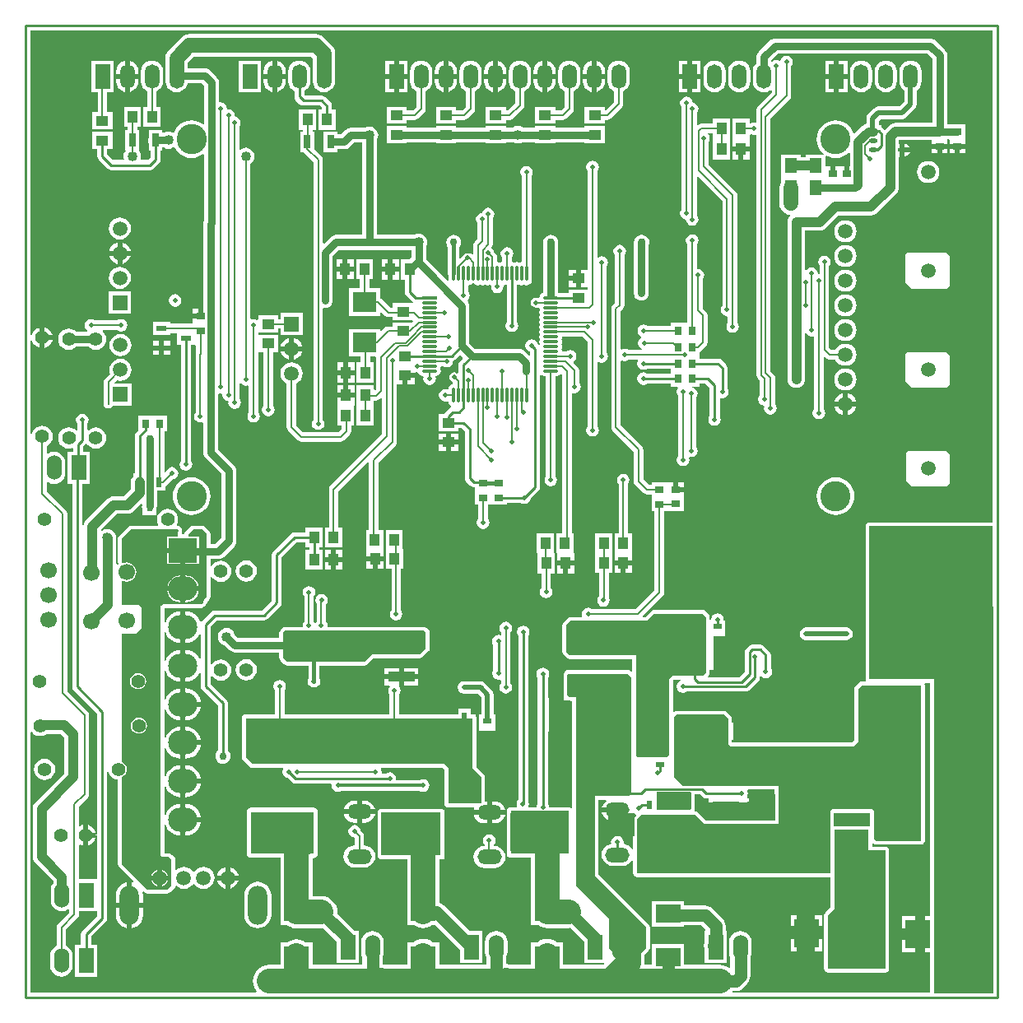
<source format=gtl>
%FSLAX25Y25*%
%MOIN*%
G70*
G01*
G75*
G04 Layer_Physical_Order=1*
G04 Layer_Color=255*
%ADD10O,0.06299X0.01181*%
%ADD11R,0.06299X0.01181*%
%ADD12O,0.01181X0.06299*%
%ADD13R,0.05000X0.06000*%
%ADD14R,0.03347X0.02756*%
%ADD15R,0.02756X0.03347*%
%ADD16R,0.03937X0.05118*%
%ADD17R,0.10630X0.03937*%
%ADD18R,0.03543X0.02126*%
%ADD19R,0.01969X0.06299*%
%ADD20R,0.14410X0.07874*%
%ADD21R,0.14410X0.09843*%
%ADD22R,0.21654X0.05630*%
%ADD23R,0.03937X0.10630*%
%ADD24R,0.20866X0.11024*%
%ADD25R,0.05118X0.03937*%
%ADD26R,0.09843X0.15748*%
%ADD27R,0.08661X0.07087*%
%ADD28O,0.09843X0.05906*%
%ADD29R,0.10000X0.07500*%
%ADD30R,0.02126X0.03543*%
%ADD31R,0.06299X0.01969*%
%ADD32R,0.07874X0.14410*%
%ADD33R,0.09843X0.14410*%
%ADD34R,0.02559X0.05315*%
%ADD35R,0.09449X0.08268*%
%ADD36O,0.03543X0.01969*%
%ADD37O,0.03543X0.01969*%
%ADD38R,0.03543X0.01969*%
%ADD39R,0.02362X0.03937*%
%ADD40R,0.03937X0.02362*%
%ADD41C,0.03000*%
%ADD42C,0.00800*%
%ADD43C,0.01000*%
%ADD44C,0.01500*%
%ADD45C,0.04000*%
%ADD46C,0.03500*%
%ADD47C,0.06000*%
%ADD48C,0.01200*%
%ADD49C,0.02000*%
%ADD50C,0.10000*%
%ADD51C,0.08000*%
%ADD52C,0.05000*%
%ADD53R,0.07300X0.29900*%
%ADD54R,0.18900X0.05200*%
%ADD55R,0.04000X0.18600*%
%ADD56R,0.10200X0.04900*%
%ADD57R,0.12367X0.05271*%
%ADD58R,0.44271X0.10500*%
%ADD59R,0.07400X0.15300*%
%ADD60R,0.28371X0.07471*%
%ADD61R,0.10722X0.08773*%
%ADD62R,0.08600X0.43171*%
%ADD63R,0.06400X0.08900*%
%ADD64R,0.10871X0.13938*%
%ADD65R,0.10571X0.09351*%
%ADD66R,0.24300X1.56600*%
%ADD67R,0.50200X0.62200*%
%ADD68R,0.24100X0.17400*%
%ADD69R,0.25624X0.17093*%
%ADD70R,0.23600X0.17400*%
%ADD71C,0.05906*%
%ADD72C,0.12205*%
%ADD73O,0.06000X0.10000*%
%ADD74R,0.06000X0.10000*%
%ADD75O,0.11811X0.09843*%
%ADD76R,0.11811X0.09843*%
%ADD77O,0.05906X0.09843*%
%ADD78R,0.05906X0.09843*%
%ADD79R,0.09843X0.11811*%
%ADD80O,0.09843X0.11811*%
%ADD81R,0.05906X0.05906*%
%ADD82C,0.06693*%
%ADD83C,0.05500*%
%ADD84O,0.07874X0.15748*%
%ADD85C,0.05512*%
%ADD86C,0.03000*%
%ADD87C,0.02000*%
%ADD88C,0.04000*%
G36*
X275477Y-239600D02*
Y-262300D01*
X274377Y-263400D01*
X261977D01*
X260777Y-264600D01*
Y-295500D01*
X259877Y-296400D01*
X247677D01*
X247177Y-295900D01*
Y-255100D01*
X220277D01*
X218877Y-253700D01*
Y-243100D01*
X220777Y-241200D01*
X251677D01*
X254577Y-238300D01*
X274177D01*
X275477Y-239600D01*
D02*
G37*
G36*
X303348Y-312936D02*
X298477D01*
Y-316406D01*
Y-319873D01*
X303348D01*
Y-321971D01*
X275611D01*
X272459Y-318819D01*
X271962Y-318487D01*
X271377Y-318371D01*
X271096D01*
X270861Y-317930D01*
X270890Y-317885D01*
X271007Y-317300D01*
Y-311339D01*
X273032D01*
X274235Y-312542D01*
X274235Y-312542D01*
X274632Y-312807D01*
X274897Y-312984D01*
X275677Y-313139D01*
X276662D01*
Y-315405D01*
X283478D01*
Y-316404D01*
X284477D01*
Y-319873D01*
X290292D01*
Y-319873D01*
X290292D01*
X290292Y-319873D01*
X290662D01*
Y-319873D01*
X296477D01*
Y-316406D01*
Y-312936D01*
X292387D01*
X292152Y-312495D01*
X292432Y-312075D01*
X292626Y-311100D01*
X292432Y-310124D01*
X292329Y-309970D01*
X292565Y-309529D01*
X303348D01*
Y-312936D01*
D02*
G37*
G36*
X362677Y-330300D02*
X344677D01*
X343477Y-329500D01*
Y-318200D01*
X342777Y-317500D01*
X326777D01*
X325877Y-318400D01*
Y-343400D01*
X247577D01*
Y-321700D01*
X249377Y-319900D01*
X271377D01*
X274977Y-323500D01*
X304877D01*
Y-308000D01*
X266377D01*
X262677Y-304300D01*
Y-280300D01*
X263777Y-279200D01*
X282877D01*
X284577Y-280900D01*
Y-291100D01*
X285477Y-292000D01*
X335277D01*
X337177Y-290100D01*
Y-268900D01*
X338777Y-267300D01*
X362677D01*
Y-330300D01*
D02*
G37*
G36*
X366248Y-360595D02*
X362387D01*
Y-368001D01*
Y-375406D01*
X366248D01*
Y-391662D01*
X286427D01*
X286213Y-391210D01*
X286275Y-391135D01*
X287489D01*
X287489Y-391135D01*
X288533Y-390997D01*
X289507Y-390594D01*
X290342Y-389953D01*
X292330Y-387965D01*
X292971Y-387129D01*
X293374Y-386156D01*
X293512Y-385112D01*
X293512Y-385112D01*
X293512Y-385112D01*
Y-385112D01*
Y-377319D01*
X293861Y-376475D01*
X294016Y-375300D01*
Y-371300D01*
X293861Y-370125D01*
X293408Y-369031D01*
X292687Y-368091D01*
X291747Y-367369D01*
X290652Y-366916D01*
X289477Y-366761D01*
X288302Y-366916D01*
X287208Y-367369D01*
X286268Y-368091D01*
X285546Y-369031D01*
X285093Y-370125D01*
X284938Y-371300D01*
Y-375300D01*
X285093Y-376475D01*
X285443Y-377319D01*
Y-381607D01*
X284991Y-381821D01*
X284806Y-381669D01*
X283677Y-381066D01*
X282451Y-380694D01*
X281177Y-380569D01*
X266677D01*
Y-372150D01*
X253677D01*
Y-380569D01*
X251015D01*
X250679Y-380198D01*
X250709Y-379900D01*
Y-376431D01*
X252459Y-374681D01*
X252790Y-374185D01*
X252907Y-373600D01*
Y-365300D01*
X252790Y-364715D01*
X252459Y-364219D01*
X232007Y-343766D01*
Y-313729D01*
X234986D01*
X235147Y-314203D01*
X234539Y-314669D01*
X233825Y-315599D01*
X233377Y-316682D01*
X233355Y-316845D01*
X239684D01*
Y-317844D01*
X240683D01*
Y-322336D01*
X241652D01*
X242814Y-322183D01*
X243898Y-321734D01*
X244828Y-321021D01*
X245541Y-320090D01*
X245846Y-319356D01*
X246301Y-319052D01*
X246403Y-319021D01*
X247088Y-319479D01*
X247137Y-319977D01*
X246496Y-320619D01*
X246164Y-321115D01*
X246048Y-321700D01*
Y-333651D01*
X245557Y-333748D01*
X245541Y-333710D01*
X244828Y-332780D01*
X243898Y-332066D01*
X242814Y-331617D01*
X242465Y-331571D01*
X242174Y-331165D01*
X242226Y-330900D01*
X242032Y-329925D01*
X241480Y-329098D01*
X240653Y-328545D01*
X239677Y-328351D01*
X238702Y-328545D01*
X237875Y-329098D01*
X237322Y-329925D01*
X237128Y-330900D01*
X237181Y-331166D01*
X236890Y-331573D01*
X236553Y-331617D01*
X235469Y-332066D01*
X234539Y-332780D01*
X233825Y-333710D01*
X233377Y-334793D01*
X233224Y-335955D01*
X233377Y-337118D01*
X233825Y-338201D01*
X234539Y-339131D01*
X235469Y-339845D01*
X236553Y-340293D01*
X237715Y-340446D01*
X241652D01*
X242814Y-340293D01*
X243898Y-339845D01*
X244828Y-339131D01*
X245541Y-338201D01*
X245557Y-338162D01*
X246048Y-338260D01*
Y-343400D01*
X246164Y-343985D01*
X246496Y-344481D01*
X246992Y-344813D01*
X247577Y-344929D01*
X325877D01*
X326048Y-345069D01*
Y-357167D01*
X323896Y-359319D01*
X323564Y-359815D01*
X323448Y-360400D01*
Y-382100D01*
X323564Y-382685D01*
X323896Y-383181D01*
X324392Y-383513D01*
X324977Y-383629D01*
X348144D01*
X348437Y-383571D01*
X348726Y-383514D01*
X348728Y-383513D01*
X348729Y-383513D01*
X348978Y-383347D01*
X349223Y-383184D01*
X349224Y-383182D01*
X349225Y-383181D01*
X349391Y-382933D01*
X349556Y-382688D01*
X349556Y-382687D01*
X349557Y-382685D01*
X349615Y-382394D01*
X349673Y-382103D01*
X349707Y-365803D01*
X349706Y-365802D01*
X349707Y-365800D01*
Y-334100D01*
X349590Y-333515D01*
X349259Y-333019D01*
X348762Y-332687D01*
X348177Y-332571D01*
X342807D01*
Y-331421D01*
X343247Y-331185D01*
X343829Y-331573D01*
X343967Y-331630D01*
X344092Y-331713D01*
X344240Y-331743D01*
X344380Y-331800D01*
X344530Y-331800D01*
X344677Y-331829D01*
X362677D01*
X363262Y-331713D01*
X363759Y-331381D01*
X364090Y-330885D01*
X364207Y-330300D01*
Y-267300D01*
X364090Y-266715D01*
X364189Y-266529D01*
X366248D01*
Y-360595D01*
D02*
G37*
G36*
X391662Y-201271D02*
X341677D01*
X341092Y-201387D01*
X340596Y-201719D01*
X340264Y-202215D01*
X340148Y-202800D01*
Y-265000D01*
X340224Y-265384D01*
X339907Y-265771D01*
X338777D01*
X338192Y-265887D01*
X337696Y-266219D01*
X336096Y-267819D01*
X335764Y-268315D01*
X335648Y-268900D01*
Y-289467D01*
X334644Y-290471D01*
X286111D01*
X286107Y-290466D01*
Y-289373D01*
X291077D01*
Y-285906D01*
Y-282436D01*
X286107D01*
Y-280900D01*
X285990Y-280315D01*
X285659Y-279819D01*
X283959Y-278119D01*
X283462Y-277787D01*
X282877Y-277671D01*
X263777D01*
X263289Y-277768D01*
X263192Y-277787D01*
X262748Y-278084D01*
X262307Y-277848D01*
Y-265233D01*
X262611Y-264929D01*
X265244D01*
X265293Y-265427D01*
X265202Y-265445D01*
X264375Y-265998D01*
X263822Y-266825D01*
X263628Y-267800D01*
X263822Y-268776D01*
X264375Y-269602D01*
X265202Y-270155D01*
X266177Y-270349D01*
X267153Y-270155D01*
X267625Y-269839D01*
X291677D01*
X292458Y-269684D01*
X293119Y-269242D01*
X296719Y-265642D01*
X297161Y-264980D01*
X297316Y-264200D01*
X297316Y-264200D01*
X297316Y-264200D01*
Y-264200D01*
Y-263578D01*
X297795Y-263433D01*
X297975Y-263702D01*
X298802Y-264255D01*
X299777Y-264449D01*
X300753Y-264255D01*
X301580Y-263702D01*
X302132Y-262876D01*
X302326Y-261900D01*
X302132Y-260925D01*
X301816Y-260452D01*
Y-255100D01*
X301661Y-254320D01*
X301219Y-253658D01*
X298919Y-251358D01*
X298257Y-250916D01*
X297477Y-250761D01*
X294277D01*
X293497Y-250916D01*
X292835Y-251358D01*
X291835Y-252358D01*
X291393Y-253020D01*
X291238Y-253800D01*
Y-261855D01*
X289033Y-264061D01*
X276533D01*
X276341Y-263599D01*
X276559Y-263381D01*
X276890Y-262885D01*
X277007Y-262300D01*
Y-261125D01*
X279137D01*
Y-258561D01*
X280136D01*
Y-257562D01*
X283409D01*
Y-256125D01*
Y-254562D01*
X280136D01*
Y-252562D01*
X283409D01*
Y-251125D01*
Y-249562D01*
X280136D01*
Y-247562D01*
X283409D01*
Y-246125D01*
Y-240999D01*
X283041D01*
X282724Y-240613D01*
X282726Y-240600D01*
X282532Y-239625D01*
X281980Y-238798D01*
X281153Y-238245D01*
X280177Y-238051D01*
X279202Y-238245D01*
X278375Y-238798D01*
X277822Y-239625D01*
X277628Y-240600D01*
X277631Y-240613D01*
X277477Y-240800D01*
X277007Y-240631D01*
Y-239600D01*
X276890Y-239015D01*
X276559Y-238519D01*
X275259Y-237219D01*
X274762Y-236887D01*
X274177Y-236771D01*
X254577D01*
X253992Y-236887D01*
X253496Y-237219D01*
X251044Y-239671D01*
X250022D01*
X249831Y-239209D01*
X258070Y-230970D01*
X258490Y-230341D01*
X258637Y-229600D01*
X258637Y-229600D01*
X258637Y-229600D01*
Y-229600D01*
Y-196883D01*
X259873D01*
Y-196778D01*
X260127D01*
Y-196778D01*
X266473D01*
Y-191226D01*
X266473Y-191226D01*
D01*
D01*
X266473Y-191022D01*
Y-191006D01*
Y-190947D01*
X266473Y-190872D01*
X266473Y-190668D01*
X266473Y-190668D01*
X266473D01*
Y-188995D01*
X263299D01*
Y-187996D01*
X262300D01*
Y-185117D01*
X260227D01*
X260227Y-185117D01*
Y-185117D01*
X260127Y-185117D01*
X259873Y-185222D01*
D01*
X259773Y-185222D01*
X259773Y-185222D01*
Y-185222D01*
X253527D01*
Y-186163D01*
X252402D01*
X250137Y-183898D01*
Y-171900D01*
X250137D01*
X250137Y-171900D01*
Y-171800D01*
X250118Y-171702D01*
X250118Y-171702D01*
X249990Y-171059D01*
D01*
Y-171059D01*
X249990Y-171059D01*
X249570Y-170430D01*
X241037Y-161898D01*
Y-135926D01*
X241478Y-135690D01*
X241724Y-135855D01*
X242700Y-136049D01*
X243675Y-135855D01*
X244301Y-135437D01*
X247807D01*
X248043Y-135878D01*
X247945Y-136024D01*
X247751Y-137000D01*
X247945Y-137976D01*
X248498Y-138802D01*
X249324Y-139355D01*
X250300Y-139549D01*
X251275Y-139355D01*
X251748Y-139039D01*
X261260D01*
Y-140173D01*
X261316D01*
Y-141061D01*
X251648D01*
X251175Y-140745D01*
X250200Y-140551D01*
X249224Y-140745D01*
X248398Y-141298D01*
X247845Y-142124D01*
X247651Y-143100D01*
X247845Y-144076D01*
X248398Y-144902D01*
X249224Y-145455D01*
X250200Y-145649D01*
X251175Y-145455D01*
X251648Y-145139D01*
X261316D01*
Y-146273D01*
X264117D01*
X264353Y-146714D01*
X263945Y-147325D01*
X263751Y-148300D01*
X263945Y-149276D01*
X264363Y-149901D01*
Y-174399D01*
X263945Y-175024D01*
X263751Y-176000D01*
X263945Y-176976D01*
X264498Y-177802D01*
X265324Y-178355D01*
X266300Y-178549D01*
X267276Y-178355D01*
X268102Y-177802D01*
X268655Y-176976D01*
X268849Y-176000D01*
X268668Y-175087D01*
X268882Y-174873D01*
X269074Y-174744D01*
X269600Y-174849D01*
X270575Y-174655D01*
X271402Y-174102D01*
X271955Y-173275D01*
X272149Y-172300D01*
X271955Y-171325D01*
X271537Y-170699D01*
Y-150701D01*
X271955Y-150075D01*
X272149Y-149100D01*
X271955Y-148125D01*
X271402Y-147298D01*
X270575Y-146745D01*
X269600Y-146551D01*
X269878Y-146273D01*
X272978D01*
Y-145139D01*
X275455D01*
X277061Y-146745D01*
Y-158152D01*
X276745Y-158624D01*
X276551Y-159600D01*
X276745Y-160575D01*
X277298Y-161402D01*
X278124Y-161955D01*
X279100Y-162149D01*
X280076Y-161955D01*
X280902Y-161402D01*
X281455Y-160575D01*
X281649Y-159600D01*
X281455Y-158624D01*
X281139Y-158152D01*
Y-151232D01*
X281526Y-150915D01*
X282200Y-151049D01*
X283175Y-150855D01*
X284002Y-150302D01*
X284555Y-149476D01*
X284749Y-148500D01*
X284555Y-147524D01*
X284239Y-147052D01*
Y-138800D01*
X284084Y-138020D01*
X283907Y-137755D01*
X283642Y-137358D01*
X283642Y-137358D01*
X281842Y-135558D01*
X281180Y-135116D01*
X280400Y-134961D01*
X272921D01*
Y-133827D01*
D01*
Y-133827D01*
X272921Y-133827D01*
Y-133673D01*
X272921D01*
Y-132314D01*
X273041Y-132290D01*
X273670Y-131870D01*
X275670Y-129870D01*
X276090Y-129241D01*
X276237Y-128500D01*
Y-117500D01*
X276090Y-116759D01*
X275670Y-116130D01*
X274237Y-114698D01*
Y-102801D01*
X274655Y-102175D01*
X274849Y-101200D01*
X274655Y-100224D01*
X274102Y-99398D01*
X273275Y-98845D01*
X272300Y-98651D01*
X271937Y-98353D01*
Y-93400D01*
Y-88801D01*
X272355Y-88175D01*
X272549Y-87200D01*
X272355Y-86225D01*
X271802Y-85398D01*
X270975Y-84845D01*
X270000Y-84651D01*
X269024Y-84845D01*
X268198Y-85398D01*
X267645Y-86225D01*
X267451Y-87200D01*
X267645Y-88175D01*
X268063Y-88801D01*
Y-91900D01*
Y-93400D01*
Y-120527D01*
X267165D01*
D01*
D01*
X267165Y-120527D01*
X267016D01*
Y-120527D01*
X261260D01*
Y-121763D01*
X252001D01*
X251376Y-121345D01*
X250400Y-121151D01*
X249425Y-121345D01*
X248598Y-121898D01*
X248045Y-122724D01*
X247851Y-123700D01*
X248045Y-124676D01*
X248598Y-125502D01*
X249367Y-126017D01*
Y-126342D01*
X249327Y-126544D01*
X248798Y-126898D01*
X248245Y-127725D01*
X248051Y-128700D01*
X248245Y-129675D01*
X248798Y-130502D01*
X249624Y-131055D01*
X249676Y-131065D01*
X249627Y-131563D01*
X244301D01*
X243675Y-131145D01*
X242700Y-130951D01*
X241724Y-131145D01*
X241478Y-131310D01*
X241037Y-131074D01*
Y-115702D01*
X241970Y-114770D01*
X242390Y-114141D01*
X242537Y-113400D01*
Y-93001D01*
X242955Y-92375D01*
X243149Y-91400D01*
X242955Y-90425D01*
X242402Y-89598D01*
X241576Y-89045D01*
X240600Y-88851D01*
X239625Y-89045D01*
X238798Y-89598D01*
X238245Y-90425D01*
X238051Y-91400D01*
X238245Y-92375D01*
X238663Y-93001D01*
Y-112598D01*
X237730Y-113530D01*
X237310Y-114159D01*
X237163Y-114900D01*
Y-162700D01*
X237163Y-162700D01*
X237163D01*
X237310Y-163441D01*
X237730Y-164070D01*
X246263Y-172602D01*
Y-184700D01*
X246263Y-184700D01*
X246263D01*
X246410Y-185441D01*
X246830Y-186070D01*
X250230Y-189470D01*
X250859Y-189890D01*
X251600Y-190037D01*
X253527D01*
Y-190774D01*
X253527Y-190774D01*
X253527D01*
X253527Y-190978D01*
Y-191128D01*
D01*
D01*
X253527D01*
Y-196883D01*
X254763D01*
Y-228798D01*
X247098Y-236463D01*
X229401D01*
X228776Y-236045D01*
X227800Y-235851D01*
X226824Y-236045D01*
X225998Y-236598D01*
X225445Y-237424D01*
X225251Y-238400D01*
X225427Y-239284D01*
X225110Y-239671D01*
X220777D01*
X220192Y-239787D01*
X219696Y-240119D01*
X217796Y-242019D01*
X217464Y-242515D01*
X217348Y-243100D01*
Y-253700D01*
X217464Y-254285D01*
X217796Y-254781D01*
X219196Y-256181D01*
X219692Y-256513D01*
X220277Y-256629D01*
X245648D01*
Y-261654D01*
X245186Y-261846D01*
X244859Y-261519D01*
X244362Y-261187D01*
X243777Y-261071D01*
X219877D01*
X219292Y-261187D01*
X218796Y-261519D01*
X218296Y-262019D01*
X217964Y-262515D01*
X217848Y-263100D01*
Y-271300D01*
X217964Y-271885D01*
X218004Y-271944D01*
X217768Y-272385D01*
X216282D01*
Y-278200D01*
X218750D01*
Y-273481D01*
X219191Y-273245D01*
X219592Y-273513D01*
X220177Y-273629D01*
X221348D01*
Y-316935D01*
X221302D01*
Y-316935D01*
X220885D01*
X220662Y-316787D01*
X220077Y-316671D01*
X212020D01*
X211832Y-315724D01*
X211516Y-315252D01*
Y-286015D01*
X211813D01*
Y-286015D01*
X212213Y-286015D01*
Y-291700D01*
X219150D01*
Y-285885D01*
X218750D01*
Y-280200D01*
X215281D01*
Y-279201D01*
X214282D01*
Y-272385D01*
X211813D01*
D01*
X211813D01*
X211516Y-272088D01*
Y-264148D01*
X211832Y-263675D01*
X212026Y-262700D01*
X211832Y-261724D01*
X211280Y-260898D01*
X210453Y-260345D01*
X209477Y-260151D01*
X208502Y-260345D01*
X207675Y-260898D01*
X207122Y-261724D01*
X206928Y-262700D01*
X207122Y-263675D01*
X207438Y-264148D01*
Y-315252D01*
X207122Y-315724D01*
X206934Y-316671D01*
X203943D01*
X203732Y-316275D01*
X203926Y-315300D01*
X203732Y-314324D01*
X203616Y-314151D01*
Y-247148D01*
X203932Y-246675D01*
X204126Y-245700D01*
X203932Y-244724D01*
X203380Y-243898D01*
X202553Y-243345D01*
X201577Y-243151D01*
X200602Y-243345D01*
X199775Y-243898D01*
X199222Y-244724D01*
X199028Y-245700D01*
X199222Y-246675D01*
X199538Y-247148D01*
Y-313553D01*
X199022Y-314324D01*
X198828Y-315300D01*
X199022Y-316275D01*
X198811Y-316671D01*
X196477D01*
X195892Y-316787D01*
X195396Y-317119D01*
X195124Y-317526D01*
X194876D01*
Y-336274D01*
X195124D01*
X195396Y-336681D01*
X195892Y-337013D01*
X196477Y-337129D01*
X204643D01*
Y-359100D01*
X204672Y-359398D01*
X204674Y-359419D01*
Y-364350D01*
X207326D01*
X207546Y-364531D01*
X208675Y-365134D01*
X209900Y-365506D01*
X211174Y-365631D01*
X219987D01*
X220738Y-365557D01*
X226277Y-371096D01*
Y-379850D01*
X234337D01*
X234462Y-380153D01*
X234185Y-380569D01*
X217706D01*
Y-376600D01*
X217674Y-376281D01*
Y-371350D01*
X215023D01*
X214803Y-371169D01*
X213674Y-370566D01*
X212449Y-370194D01*
X211174Y-370069D01*
X209900Y-370194D01*
X208675Y-370566D01*
X207546Y-371169D01*
X207326Y-371350D01*
X204674D01*
Y-376281D01*
X204643Y-376600D01*
Y-380569D01*
X196856D01*
X195951Y-380294D01*
X194677Y-380169D01*
X194662Y-380154D01*
Y-377369D01*
X195011Y-376525D01*
X195166Y-375350D01*
Y-371350D01*
X195011Y-370175D01*
X194558Y-369081D01*
X193837Y-368141D01*
X192897Y-367419D01*
X191802Y-366966D01*
X190627Y-366811D01*
X189452Y-366966D01*
X188358Y-367419D01*
X187418Y-368141D01*
X186696Y-369081D01*
X186243Y-370175D01*
X186088Y-371350D01*
Y-375350D01*
X186243Y-376525D01*
X186593Y-377369D01*
Y-380569D01*
X167557D01*
Y-376600D01*
X167526Y-376281D01*
Y-371350D01*
X164875D01*
X164654Y-371169D01*
X163525Y-370566D01*
X162300Y-370194D01*
X161026Y-370069D01*
X159751Y-370194D01*
X158526Y-370566D01*
X157397Y-371169D01*
X157177Y-371350D01*
X154526D01*
Y-376281D01*
X154494Y-376600D01*
Y-380569D01*
X145497D01*
X145251Y-380494D01*
X144512Y-380421D01*
Y-377369D01*
X144861Y-376525D01*
X145016Y-375350D01*
Y-371350D01*
X144861Y-370175D01*
X144408Y-369081D01*
X143687Y-368141D01*
X142747Y-367419D01*
X141652Y-366966D01*
X140477Y-366811D01*
X139302Y-366966D01*
X138208Y-367419D01*
X137268Y-368141D01*
X136546Y-369081D01*
X136093Y-370175D01*
X135938Y-371350D01*
Y-375350D01*
X136093Y-376525D01*
X136443Y-377369D01*
Y-380569D01*
X116209D01*
Y-376700D01*
X116177Y-376381D01*
Y-371450D01*
X113526D01*
X113306Y-371269D01*
X112177Y-370666D01*
X110951Y-370294D01*
X109677Y-370169D01*
X108403Y-370294D01*
X107178Y-370666D01*
X106049Y-371269D01*
X105828Y-371450D01*
X103177D01*
Y-376381D01*
X103146Y-376700D01*
Y-380569D01*
X98577D01*
X97303Y-380694D01*
X96078Y-381066D01*
X94949Y-381669D01*
X93959Y-382482D01*
X93147Y-383471D01*
X92543Y-384600D01*
X92171Y-385826D01*
X92046Y-387100D01*
X92171Y-388374D01*
X92543Y-389599D01*
X93147Y-390729D01*
X93541Y-391210D01*
X93327Y-391662D01*
X2039D01*
Y-286367D01*
X2513Y-286206D01*
X2842Y-286635D01*
X3731Y-287317D01*
X4766Y-287746D01*
X5877Y-287893D01*
X6988Y-287746D01*
X8023Y-287317D01*
X8398Y-287030D01*
X14215D01*
X15747Y-288562D01*
Y-303038D01*
X3981Y-314804D01*
X3420Y-315535D01*
X3067Y-316386D01*
X2947Y-317300D01*
Y-336800D01*
X2947Y-336800D01*
X2947D01*
X3067Y-337714D01*
X3420Y-338565D01*
X3981Y-339296D01*
X11147Y-346462D01*
Y-347509D01*
X10746Y-348031D01*
X10293Y-349125D01*
X10138Y-350300D01*
Y-354300D01*
X10293Y-355475D01*
X10746Y-356569D01*
X11468Y-357509D01*
X12408Y-358231D01*
X13502Y-358684D01*
X14677Y-358839D01*
X15852Y-358684D01*
X16947Y-358231D01*
X17314Y-357948D01*
X17763Y-358170D01*
Y-359398D01*
X13107Y-364053D01*
X12687Y-364682D01*
X12540Y-365423D01*
Y-372732D01*
X12208Y-372869D01*
X11268Y-373591D01*
X10546Y-374531D01*
X10093Y-375625D01*
X9938Y-376800D01*
Y-380800D01*
X10093Y-381975D01*
X10546Y-383069D01*
X11268Y-384009D01*
X12208Y-384731D01*
X13302Y-385184D01*
X14477Y-385339D01*
X15652Y-385184D01*
X16747Y-384731D01*
X17687Y-384009D01*
X18408Y-383069D01*
X18861Y-381975D01*
X19016Y-380800D01*
Y-376800D01*
X18861Y-375625D01*
X18408Y-374531D01*
X17687Y-373591D01*
X16747Y-372869D01*
X16414Y-372732D01*
Y-366225D01*
X21070Y-361570D01*
X21490Y-360941D01*
X21637Y-360200D01*
Y-358800D01*
X28938D01*
Y-360855D01*
X23035Y-366758D01*
X22593Y-367420D01*
X22438Y-368200D01*
Y-372300D01*
X19977D01*
Y-385300D01*
X28977D01*
Y-372300D01*
X26516D01*
Y-369045D01*
X32419Y-363142D01*
X32861Y-362480D01*
X33016Y-361700D01*
Y-302326D01*
X33515Y-302293D01*
X33531Y-302411D01*
X33960Y-303446D01*
X34642Y-304335D01*
X35531Y-305017D01*
X36566Y-305446D01*
X37448Y-305562D01*
Y-339800D01*
X37545Y-340288D01*
X37564Y-340385D01*
X37896Y-340881D01*
X43647Y-346632D01*
X43426Y-347081D01*
X43072Y-347034D01*
Y-355324D01*
X47556D01*
Y-352387D01*
X47378Y-351033D01*
X47827Y-350812D01*
X48196Y-351181D01*
X48692Y-351513D01*
X49277Y-351629D01*
X57377D01*
X57962Y-351513D01*
X58459Y-351181D01*
X58659Y-350981D01*
X60159Y-349481D01*
X60490Y-348985D01*
X60528Y-348795D01*
X60740Y-348633D01*
X61014Y-348529D01*
X61874Y-349189D01*
X62957Y-349638D01*
X64120Y-349791D01*
X65282Y-349638D01*
X66365Y-349189D01*
X67295Y-348476D01*
X67807Y-347809D01*
X68307D01*
X68818Y-348476D01*
X69748Y-349189D01*
X70831Y-349638D01*
X71994Y-349791D01*
X73156Y-349638D01*
X74239Y-349189D01*
X75169Y-348476D01*
X75883Y-347546D01*
X76332Y-346462D01*
X76485Y-345300D01*
X76332Y-344138D01*
X75883Y-343054D01*
X75169Y-342124D01*
X74239Y-341410D01*
X73156Y-340962D01*
X71994Y-340809D01*
X70831Y-340962D01*
X69748Y-341410D01*
X68818Y-342124D01*
X68307Y-342791D01*
X67807D01*
X67295Y-342124D01*
X66365Y-341410D01*
X65282Y-340962D01*
X64120Y-340809D01*
X62957Y-340962D01*
X61874Y-341410D01*
X61055Y-342039D01*
X60607Y-341818D01*
Y-340400D01*
Y-337900D01*
X60490Y-337315D01*
X60159Y-336819D01*
X59459Y-336119D01*
X59459Y-336119D01*
X59059Y-335719D01*
X58562Y-335387D01*
X57977Y-335271D01*
X56207D01*
Y-323837D01*
X56701Y-323763D01*
X56834Y-324202D01*
X57430Y-325317D01*
X58233Y-326295D01*
X59211Y-327098D01*
X60326Y-327694D01*
X61537Y-328061D01*
X62779Y-328183D01*
Y-321734D01*
Y-315282D01*
X61537Y-315404D01*
X60326Y-315772D01*
X59211Y-316368D01*
X58233Y-317170D01*
X57430Y-318148D01*
X56834Y-319263D01*
X56701Y-319702D01*
X56207Y-319628D01*
Y-308246D01*
X56701Y-308173D01*
X56834Y-308611D01*
X57430Y-309727D01*
X58233Y-310704D01*
X59211Y-311507D01*
X60326Y-312103D01*
X61537Y-312470D01*
X62779Y-312593D01*
Y-306143D01*
Y-299691D01*
X61537Y-299814D01*
X60326Y-300181D01*
X59211Y-300777D01*
X58233Y-301579D01*
X57430Y-302557D01*
X56834Y-303673D01*
X56701Y-304111D01*
X56207Y-304038D01*
Y-292656D01*
X56701Y-292582D01*
X56834Y-293021D01*
X57430Y-294136D01*
X58233Y-295114D01*
X59211Y-295916D01*
X60326Y-296513D01*
X61537Y-296880D01*
X62779Y-297002D01*
Y-290552D01*
Y-284101D01*
X61537Y-284223D01*
X60326Y-284590D01*
X59211Y-285187D01*
X58233Y-285989D01*
X57430Y-286967D01*
X56834Y-288082D01*
X56701Y-288521D01*
X56207Y-288447D01*
Y-277065D01*
X56701Y-276992D01*
X56834Y-277430D01*
X57430Y-278546D01*
X58233Y-279523D01*
X59211Y-280326D01*
X60326Y-280922D01*
X61537Y-281289D01*
X62779Y-281412D01*
Y-274962D01*
Y-268510D01*
X61537Y-268633D01*
X60326Y-269000D01*
X59211Y-269596D01*
X58233Y-270398D01*
X57430Y-271376D01*
X56834Y-272492D01*
X56701Y-272930D01*
X56207Y-272857D01*
Y-261474D01*
X56701Y-261401D01*
X56834Y-261839D01*
X57430Y-262955D01*
X58233Y-263933D01*
X59211Y-264735D01*
X60326Y-265331D01*
X61537Y-265699D01*
X62779Y-265821D01*
Y-259371D01*
Y-252920D01*
X61537Y-253042D01*
X60326Y-253409D01*
X59211Y-254005D01*
X58233Y-254808D01*
X57430Y-255785D01*
X56834Y-256901D01*
X56701Y-257339D01*
X56207Y-257266D01*
Y-245884D01*
X56701Y-245811D01*
X56834Y-246249D01*
X57430Y-247364D01*
X58233Y-248342D01*
X59211Y-249145D01*
X60326Y-249741D01*
X61537Y-250108D01*
X62779Y-250230D01*
Y-243781D01*
Y-237329D01*
X61537Y-237451D01*
X60326Y-237818D01*
X59211Y-238415D01*
X58233Y-239217D01*
X57430Y-240195D01*
X56834Y-241310D01*
X56701Y-241749D01*
X56207Y-241675D01*
Y-238600D01*
Y-235929D01*
X71177D01*
X71762Y-235813D01*
X72259Y-235481D01*
X73039Y-234701D01*
X73371Y-234205D01*
X73487Y-233620D01*
Y-233611D01*
X74459Y-232640D01*
X74790Y-232143D01*
X74907Y-231558D01*
Y-223434D01*
X74912Y-223432D01*
X75380Y-223273D01*
X76042Y-224135D01*
X76931Y-224817D01*
X77966Y-225246D01*
X79077Y-225393D01*
X80188Y-225246D01*
X81223Y-224817D01*
X82112Y-224135D01*
X82795Y-223246D01*
X83223Y-222211D01*
X83370Y-221100D01*
X83223Y-219989D01*
X82795Y-218954D01*
X82112Y-218065D01*
X81223Y-217383D01*
X80188Y-216954D01*
X79077Y-216807D01*
X77966Y-216954D01*
X76931Y-217383D01*
X76042Y-218065D01*
X75380Y-218927D01*
X74912Y-218768D01*
X74907Y-218766D01*
Y-216226D01*
X78000D01*
X78783Y-216123D01*
X79513Y-215821D01*
X80140Y-215340D01*
X84540Y-210940D01*
X85021Y-210313D01*
X85323Y-209583D01*
X85426Y-208800D01*
X85426Y-208800D01*
X85426Y-208800D01*
Y-208800D01*
Y-180400D01*
X85426Y-180400D01*
X85335Y-179708D01*
X85323Y-179617D01*
X85021Y-178887D01*
X84540Y-178260D01*
X78003Y-171724D01*
Y-149249D01*
X78390Y-148932D01*
X78977Y-149049D01*
X79328Y-148979D01*
X79681Y-149333D01*
X79628Y-149600D01*
X79822Y-150575D01*
X80375Y-151402D01*
X81202Y-151955D01*
X81908Y-152095D01*
X82186Y-152511D01*
X82128Y-152800D01*
X82322Y-153776D01*
X82875Y-154602D01*
X83702Y-155155D01*
X84677Y-155349D01*
X85653Y-155155D01*
X86480Y-154602D01*
X87032Y-153776D01*
X87226Y-152800D01*
X87032Y-151824D01*
X86614Y-151199D01*
Y-144926D01*
X87093Y-144781D01*
X87375Y-145202D01*
X88202Y-145755D01*
X89177Y-145949D01*
X90053Y-145775D01*
X90440Y-146092D01*
Y-156699D01*
X90022Y-157325D01*
X89828Y-158300D01*
X90022Y-159275D01*
X90575Y-160102D01*
X91402Y-160655D01*
X92377Y-160849D01*
X93353Y-160655D01*
X94180Y-160102D01*
X94732Y-159275D01*
X94926Y-158300D01*
X94732Y-157325D01*
X94314Y-156699D01*
Y-132269D01*
X96340D01*
Y-138400D01*
X96340Y-138400D01*
X96340D01*
Y-146600D01*
Y-154099D01*
X95922Y-154725D01*
X95728Y-155700D01*
X95922Y-156676D01*
X96475Y-157502D01*
X97302Y-158055D01*
X98277Y-158249D01*
X99253Y-158055D01*
X100080Y-157502D01*
X100632Y-156676D01*
X100826Y-155700D01*
X100632Y-154725D01*
X100214Y-154099D01*
Y-138400D01*
X100214Y-138400D01*
X100214Y-138400D01*
Y-138400D01*
Y-132269D01*
X102336D01*
Y-125331D01*
X94314D01*
Y-124395D01*
X102336D01*
Y-122863D01*
X103224D01*
Y-125453D01*
X112130D01*
Y-116547D01*
X103224D01*
Y-118989D01*
X102336D01*
Y-117457D01*
X94218D01*
Y-119193D01*
X93777Y-119429D01*
X93353Y-119145D01*
X92377Y-118951D01*
X91501Y-119125D01*
X91114Y-118808D01*
Y-56025D01*
X91673Y-55596D01*
X92234Y-54865D01*
X92587Y-54014D01*
X92707Y-53100D01*
X92587Y-52186D01*
X92234Y-51335D01*
X91673Y-50604D01*
X90942Y-50043D01*
X90091Y-49690D01*
X89177Y-49570D01*
X88263Y-49690D01*
X87412Y-50043D01*
X87063Y-50311D01*
X86614Y-50090D01*
Y-40851D01*
X86932Y-40376D01*
X87126Y-39400D01*
X86932Y-38425D01*
X86380Y-37598D01*
X85553Y-37045D01*
X84653Y-36866D01*
X84726Y-36500D01*
X84532Y-35524D01*
X83980Y-34698D01*
X83153Y-34145D01*
X82177Y-33951D01*
X81868Y-34012D01*
X81514Y-33659D01*
X81526Y-33600D01*
X81332Y-32625D01*
X80780Y-31798D01*
X79953Y-31245D01*
X78977Y-31051D01*
X78712Y-31104D01*
X78325Y-30787D01*
Y-23099D01*
X78222Y-22316D01*
X77920Y-21586D01*
X77439Y-20960D01*
X74640Y-18160D01*
X74013Y-17680D01*
X73283Y-17377D01*
X72500Y-17274D01*
X65716D01*
Y-15180D01*
X68257Y-12639D01*
X115697D01*
X116338Y-13280D01*
Y-20700D01*
X116386Y-21062D01*
Y-22669D01*
X116539Y-23831D01*
X116988Y-24914D01*
X117701Y-25844D01*
X118632Y-26558D01*
X119715Y-27007D01*
X120877Y-27160D01*
X122040Y-27007D01*
X123123Y-26558D01*
X124053Y-25844D01*
X124767Y-24914D01*
X125215Y-23831D01*
X125368Y-22669D01*
Y-21062D01*
X125416Y-20700D01*
Y-11400D01*
X125261Y-10225D01*
X124808Y-9131D01*
X124087Y-8191D01*
X124087Y-8190D01*
X120787Y-4891D01*
X119847Y-4169D01*
X119393Y-3981D01*
X118752Y-3716D01*
X117577Y-3561D01*
X66377D01*
X65202Y-3716D01*
X64108Y-4169D01*
X63168Y-4891D01*
X57968Y-10091D01*
X57246Y-11031D01*
X57059Y-11484D01*
X56793Y-12125D01*
X56638Y-13300D01*
Y-20700D01*
X56686Y-21062D01*
Y-22669D01*
X56839Y-23831D01*
X57288Y-24914D01*
X58001Y-25844D01*
X58932Y-26558D01*
X60015Y-27007D01*
X61177Y-27160D01*
X62340Y-27007D01*
X63423Y-26558D01*
X64353Y-25844D01*
X65067Y-24914D01*
X65515Y-23831D01*
X65582Y-23326D01*
X71247D01*
X72273Y-24353D01*
Y-39863D01*
X71821Y-40077D01*
X71441Y-39765D01*
X70120Y-39059D01*
X68687Y-38624D01*
X67197Y-38477D01*
X65706Y-38624D01*
X64274Y-39059D01*
X62953Y-39765D01*
X61795Y-40715D01*
X60845Y-41873D01*
X60139Y-43193D01*
X60109Y-43293D01*
X59642Y-43443D01*
X58791Y-43090D01*
X57877Y-42970D01*
X56963Y-43090D01*
X56112Y-43443D01*
X56071Y-43474D01*
X55405D01*
Y-42342D01*
X49847D01*
Y-45371D01*
X49703Y-45717D01*
X49600Y-46500D01*
X49703Y-47283D01*
X49847Y-47629D01*
Y-50657D01*
X50587D01*
Y-53506D01*
X49532Y-54561D01*
X46810D01*
X46533Y-54145D01*
X46587Y-54014D01*
X46707Y-53100D01*
X46587Y-52186D01*
X46234Y-51335D01*
X45862Y-50849D01*
X45957Y-50657D01*
X45957D01*
X45957Y-50657D01*
Y-42342D01*
X45240D01*
Y-41059D01*
X46772D01*
Y-32941D01*
X39835D01*
Y-41059D01*
X41366D01*
Y-42342D01*
X40398D01*
Y-50657D01*
X40398Y-50657D01*
X40398D01*
X40492Y-50849D01*
X40120Y-51335D01*
X39767Y-52186D01*
X39647Y-53100D01*
X39767Y-54014D01*
X39822Y-54145D01*
X39544Y-54561D01*
X35422D01*
X33116Y-52255D01*
Y-50042D01*
X35136D01*
Y-43106D01*
X27018D01*
Y-50042D01*
X29038D01*
Y-53100D01*
X29193Y-53880D01*
X29635Y-54542D01*
X33135Y-58042D01*
X33135D01*
X33135Y-58042D01*
X33135Y-58042D01*
Y-58042D01*
X33797Y-58484D01*
X34577Y-58639D01*
X50377D01*
X51157Y-58484D01*
X51819Y-58042D01*
X54068Y-55793D01*
X54510Y-55132D01*
X54665Y-54351D01*
Y-50657D01*
X55405D01*
Y-49526D01*
X56071D01*
X56112Y-49557D01*
X56963Y-49910D01*
X57877Y-50030D01*
X58791Y-49910D01*
X59642Y-49557D01*
X59884Y-49372D01*
X60373Y-49477D01*
X60845Y-50361D01*
X61795Y-51518D01*
X62953Y-52468D01*
X64274Y-53174D01*
X65706Y-53609D01*
X67197Y-53756D01*
X68687Y-53609D01*
X70120Y-53174D01*
X71441Y-52468D01*
X71821Y-52156D01*
X72273Y-52370D01*
Y-79210D01*
X72268Y-79223D01*
X72054Y-79739D01*
X71951Y-80522D01*
Y-84702D01*
X71874Y-85289D01*
X71951Y-85875D01*
Y-97600D01*
X71951Y-97600D01*
X71951D01*
Y-114822D01*
X71800D01*
Y-117701D01*
X70801D01*
Y-118700D01*
X67627D01*
Y-120578D01*
X67627Y-120578D01*
X67627Y-120728D01*
D01*
X67627Y-120763D01*
X58546D01*
Y-120019D01*
X51609D01*
Y-125381D01*
X58546D01*
Y-124637D01*
X61451D01*
Y-129318D01*
X62880D01*
Y-176432D01*
X62565Y-176905D01*
X62371Y-177880D01*
X62565Y-178856D01*
X63117Y-179683D01*
X63944Y-180235D01*
X64920Y-180429D01*
X65895Y-180235D01*
X66722Y-179683D01*
X67275Y-178856D01*
X67469Y-177880D01*
X67275Y-176905D01*
X66959Y-176432D01*
Y-129318D01*
X68388D01*
Y-129318D01*
X68509D01*
X68863Y-129672D01*
Y-132885D01*
X68840Y-133000D01*
Y-156699D01*
X68422Y-157325D01*
X68228Y-158300D01*
X68422Y-159275D01*
X68975Y-160102D01*
X69802Y-160655D01*
X70777Y-160849D01*
X71565Y-160692D01*
X71951Y-161010D01*
Y-172977D01*
X72054Y-173760D01*
X72268Y-174276D01*
X72357Y-174490D01*
X72838Y-175117D01*
X79374Y-181653D01*
Y-207547D01*
X76747Y-210174D01*
X74907D01*
Y-205900D01*
X74790Y-205315D01*
X74459Y-204819D01*
X73309Y-203669D01*
X72748Y-203108D01*
X72251Y-202776D01*
X71666Y-202660D01*
X67872D01*
X67287Y-202776D01*
X66790Y-203108D01*
X64737Y-205161D01*
X64406Y-205657D01*
X64302Y-206177D01*
X63270D01*
Y-205548D01*
X63396Y-204916D01*
Y-204691D01*
X63418Y-204467D01*
X63396Y-204395D01*
Y-204319D01*
X63310Y-204111D01*
X63244Y-203896D01*
X63016Y-203468D01*
X62873Y-203294D01*
X62748Y-203108D01*
X62685Y-203065D01*
X62637Y-203007D01*
X62439Y-202901D01*
X62252Y-202776D01*
X62177Y-202761D01*
X62111Y-202726D01*
X61887Y-202703D01*
X61667Y-202660D01*
X61496D01*
X61219Y-202244D01*
X61646Y-201211D01*
X61793Y-200100D01*
X61646Y-198989D01*
X61217Y-197954D01*
X60535Y-197065D01*
X59646Y-196382D01*
X58611Y-195954D01*
X57500Y-195807D01*
X56389Y-195954D01*
X55354Y-196382D01*
X54465Y-197065D01*
X53782Y-197954D01*
X53354Y-198989D01*
X53207Y-200100D01*
X53354Y-201211D01*
X53781Y-202244D01*
X53504Y-202660D01*
X42588D01*
X42003Y-202776D01*
X41507Y-203108D01*
X39896Y-204719D01*
X37896Y-206719D01*
X37564Y-207215D01*
X37448Y-207800D01*
Y-208000D01*
Y-217615D01*
X37477Y-217763D01*
Y-217913D01*
X37501Y-217970D01*
X37181Y-218386D01*
X36707Y-218226D01*
Y-207700D01*
X36587Y-206786D01*
X36234Y-205935D01*
X35673Y-205204D01*
X35560Y-205117D01*
X35473Y-205004D01*
X34742Y-204443D01*
X33891Y-204090D01*
X32977Y-203970D01*
X32063Y-204090D01*
X31212Y-204443D01*
X30870Y-204705D01*
X30540Y-204329D01*
X37039Y-197830D01*
X41242D01*
X42155Y-197710D01*
X43007Y-197357D01*
X43738Y-196796D01*
X46715Y-193819D01*
X47177Y-194010D01*
Y-194364D01*
X47114Y-194843D01*
X47217Y-195626D01*
X47459Y-196209D01*
Y-198311D01*
X52821D01*
Y-196296D01*
X52824Y-196292D01*
X53126Y-195563D01*
X53229Y-194780D01*
Y-188469D01*
X56758D01*
Y-186578D01*
X57070Y-186370D01*
X59538Y-183902D01*
X60276Y-183755D01*
X61102Y-183202D01*
X61655Y-182376D01*
X61849Y-181400D01*
X61655Y-180424D01*
X61102Y-179598D01*
X60276Y-179045D01*
X59300Y-178851D01*
X58324Y-179045D01*
X57498Y-179598D01*
X56945Y-180424D01*
X56870Y-180804D01*
X56428Y-181040D01*
X56314Y-180993D01*
Y-165700D01*
Y-165200D01*
X56314Y-165200D01*
X56314Y-165200D01*
Y-165200D01*
Y-164473D01*
X57255D01*
Y-158127D01*
X51499D01*
D01*
D01*
X51499Y-158127D01*
X51350D01*
Y-158127D01*
X45594D01*
Y-164122D01*
X44761Y-164955D01*
X44319Y-165617D01*
X44164Y-166397D01*
Y-181532D01*
X43522D01*
Y-182745D01*
X43146Y-183235D01*
X42793Y-184086D01*
X42673Y-185000D01*
Y-187876D01*
X39779Y-190770D01*
X35577D01*
X34664Y-190890D01*
X33812Y-191243D01*
X33081Y-191804D01*
X24381Y-200504D01*
X23820Y-201235D01*
X23467Y-202086D01*
X23415Y-202481D01*
X22916Y-202448D01*
Y-185700D01*
X26077D01*
Y-172700D01*
X23216D01*
Y-170645D01*
X24372Y-169489D01*
X24502Y-169498D01*
X25221Y-169978D01*
X25342Y-170135D01*
X26231Y-170817D01*
X27266Y-171246D01*
X28377Y-171393D01*
X29488Y-171246D01*
X30523Y-170817D01*
X31413Y-170135D01*
X32095Y-169246D01*
X32524Y-168211D01*
X32670Y-167100D01*
X32524Y-165989D01*
X32095Y-164954D01*
X31413Y-164065D01*
X30523Y-163382D01*
X29488Y-162954D01*
X28377Y-162807D01*
X27266Y-162954D01*
X26231Y-163382D01*
X25465Y-163970D01*
X25016Y-163749D01*
Y-161248D01*
X25332Y-160775D01*
X25526Y-159800D01*
X25332Y-158825D01*
X24780Y-157998D01*
X23953Y-157445D01*
X22977Y-157251D01*
X22002Y-157445D01*
X21175Y-157998D01*
X20622Y-158825D01*
X20428Y-159800D01*
X20622Y-160775D01*
X20938Y-161248D01*
Y-163826D01*
X20490Y-164047D01*
X19624Y-163382D01*
X18588Y-162954D01*
X17477Y-162807D01*
X16366Y-162954D01*
X15331Y-163382D01*
X14442Y-164065D01*
X13760Y-164954D01*
X13331Y-165989D01*
X13184Y-167100D01*
X13331Y-168211D01*
X13760Y-169246D01*
X14442Y-170135D01*
X15331Y-170817D01*
X16366Y-171246D01*
X17477Y-171393D01*
X18588Y-171246D01*
X18722Y-171191D01*
X19138Y-171469D01*
Y-172700D01*
X17077D01*
Y-185700D01*
X18838D01*
Y-267900D01*
X18838Y-267900D01*
X18838D01*
X18993Y-268680D01*
X19435Y-269342D01*
X28938Y-278845D01*
Y-327779D01*
X28439Y-327812D01*
X28464Y-328000D01*
X28439Y-328188D01*
X28938Y-328221D01*
Y-345800D01*
X21637D01*
Y-331998D01*
X22053Y-331720D01*
X23068Y-332141D01*
X23177Y-332155D01*
Y-328001D01*
Y-323845D01*
X23068Y-323859D01*
X22053Y-324280D01*
X21637Y-324002D01*
Y-316302D01*
X25170Y-312770D01*
X25590Y-312141D01*
X25737Y-311400D01*
X25737Y-311400D01*
X25737Y-311400D01*
Y-311400D01*
Y-279300D01*
X25737Y-279300D01*
X25737Y-279300D01*
Y-279300D01*
X25737D01*
X25737Y-279300D01*
X25590Y-278559D01*
X25170Y-277930D01*
X16837Y-269598D01*
Y-197900D01*
X16690Y-197159D01*
X16270Y-196530D01*
X8614Y-188875D01*
Y-185164D01*
X9063Y-184943D01*
X9308Y-185131D01*
X10402Y-185584D01*
X11577Y-185739D01*
X12752Y-185584D01*
X13847Y-185131D01*
X14787Y-184409D01*
X15508Y-183469D01*
X15961Y-182375D01*
X16116Y-181200D01*
Y-177200D01*
X15961Y-176025D01*
X15508Y-174931D01*
X14787Y-173991D01*
X13847Y-173269D01*
X12752Y-172816D01*
X11577Y-172661D01*
X10402Y-172816D01*
X9308Y-173269D01*
X9063Y-173457D01*
X8614Y-173236D01*
Y-170304D01*
X8823Y-170218D01*
X9713Y-169535D01*
X10395Y-168646D01*
X10824Y-167611D01*
X10970Y-166500D01*
X10824Y-165389D01*
X10395Y-164354D01*
X9713Y-163465D01*
X8823Y-162783D01*
X7788Y-162354D01*
X6677Y-162207D01*
X5566Y-162354D01*
X4531Y-162783D01*
X3642Y-163465D01*
X2960Y-164354D01*
X2531Y-165389D01*
X2039Y-165324D01*
Y-127676D01*
X2531Y-127611D01*
X2960Y-128646D01*
X3642Y-129535D01*
X4531Y-130218D01*
X5566Y-130646D01*
X5677Y-130661D01*
Y-126501D01*
Y-122339D01*
X5566Y-122354D01*
X4531Y-122783D01*
X3642Y-123465D01*
X2960Y-124354D01*
X2531Y-125389D01*
X2039Y-125324D01*
Y-2039D01*
X391662D01*
Y-201271D01*
D02*
G37*
G36*
X269477Y-310600D02*
Y-317300D01*
X268977Y-317800D01*
X255577D01*
Y-310300D01*
X269177D01*
X269477Y-310600D01*
D02*
G37*
G36*
X72228Y-204751D02*
X73377Y-205900D01*
Y-223000D01*
Y-231558D01*
X72256Y-232679D01*
X72035Y-233010D01*
X71958Y-233400D01*
Y-233620D01*
X71177Y-234400D01*
X55477D01*
X54877Y-235000D01*
X54677Y-235200D01*
Y-238600D01*
Y-336100D01*
X55377Y-336800D01*
X57977D01*
X58377Y-337200D01*
X59077Y-337900D01*
Y-340400D01*
Y-348400D01*
X57577Y-349900D01*
X57377Y-350100D01*
X49277D01*
X47377Y-348200D01*
X38977Y-339800D01*
Y-304286D01*
X39319Y-304144D01*
X39999Y-303622D01*
X40521Y-302942D01*
X40849Y-302150D01*
X40961Y-301300D01*
X40849Y-300450D01*
X40521Y-299658D01*
X39999Y-298978D01*
X39319Y-298456D01*
X38977Y-298314D01*
Y-246300D01*
X44677D01*
X46977Y-244000D01*
Y-235800D01*
X45777Y-234600D01*
X38977D01*
Y-225185D01*
X39393Y-224907D01*
X39973Y-225147D01*
X40977Y-225280D01*
X41981Y-225147D01*
X42917Y-224760D01*
X43720Y-224143D01*
X44337Y-223340D01*
X44725Y-222404D01*
X44857Y-221400D01*
X44725Y-220396D01*
X44337Y-219460D01*
X43720Y-218657D01*
X42917Y-218040D01*
X41981Y-217653D01*
X40977Y-217520D01*
X39973Y-217653D01*
X39393Y-217893D01*
X38977Y-217615D01*
Y-208000D01*
Y-207800D01*
X40977Y-205800D01*
X42588Y-204189D01*
X61667D01*
X61896Y-204617D01*
X61740Y-205398D01*
Y-207177D01*
X57374D01*
Y-211598D01*
X70185D01*
Y-207177D01*
X65819D01*
Y-206242D01*
X67872Y-204189D01*
X71666D01*
X72228Y-204751D01*
D02*
G37*
G36*
X245277Y-264100D02*
Y-311300D01*
X244377Y-312200D01*
X230477D01*
Y-344400D01*
X251377Y-365300D01*
Y-373600D01*
X249277Y-375700D01*
X237977D01*
X236177Y-373900D01*
Y-361800D01*
X222877Y-348500D01*
Y-272100D01*
X220177D01*
X219377Y-271300D01*
Y-263100D01*
X219877Y-262600D01*
X243777D01*
X245277Y-264100D01*
D02*
G37*
G36*
X341948Y-324010D02*
X341561Y-324327D01*
X341277Y-324271D01*
X335209D01*
Y-324062D01*
X328665D01*
Y-324271D01*
X327577D01*
X327407Y-324131D01*
Y-319034D01*
X327411Y-319029D01*
X341948D01*
Y-324010D01*
D02*
G37*
G36*
X341277Y-334100D02*
X348177D01*
Y-365800D01*
X348144Y-382100D01*
X324977D01*
Y-360400D01*
X327577Y-357800D01*
Y-325800D01*
X341277D01*
Y-334100D01*
D02*
G37*
%LPC*%
G36*
X283409Y-259562D02*
X281137D01*
Y-261125D01*
X283409D01*
Y-259562D01*
D02*
G37*
G36*
X158992Y-260327D02*
X153177D01*
Y-262795D01*
X158992D01*
Y-260327D01*
D02*
G37*
G36*
X89377Y-256707D02*
X88266Y-256854D01*
X87231Y-257282D01*
X86342Y-257965D01*
X85660Y-258854D01*
X85231Y-259889D01*
X85085Y-261000D01*
X85231Y-262111D01*
X85660Y-263146D01*
X86342Y-264035D01*
X87231Y-264718D01*
X88266Y-265146D01*
X89377Y-265293D01*
X90488Y-265146D01*
X91523Y-264718D01*
X92413Y-264035D01*
X93095Y-263146D01*
X93524Y-262111D01*
X93670Y-261000D01*
X93524Y-259889D01*
X93095Y-258854D01*
X92413Y-257965D01*
X91523Y-257282D01*
X90488Y-256854D01*
X89377Y-256707D01*
D02*
G37*
G36*
X151177Y-260327D02*
X145362D01*
Y-262795D01*
X151177D01*
Y-260327D01*
D02*
G37*
G36*
X332477Y-243851D02*
X316077D01*
X315102Y-244045D01*
X314275Y-244598D01*
X313722Y-245425D01*
X313528Y-246400D01*
X313722Y-247375D01*
X314275Y-248202D01*
X315102Y-248755D01*
X316077Y-248949D01*
X332477D01*
X333453Y-248755D01*
X334280Y-248202D01*
X334832Y-247375D01*
X335026Y-246400D01*
X334832Y-245425D01*
X334280Y-244598D01*
X333453Y-244045D01*
X332477Y-243851D01*
D02*
G37*
G36*
X114777Y-227051D02*
X113802Y-227245D01*
X112975Y-227798D01*
X112422Y-228625D01*
X112228Y-229600D01*
X112422Y-230575D01*
X112840Y-231201D01*
Y-241499D01*
X112422Y-242125D01*
X112228Y-243100D01*
X112265Y-243284D01*
X111948Y-243671D01*
X105077D01*
X104492Y-243787D01*
X103996Y-244119D01*
X103196Y-244919D01*
X102864Y-245415D01*
X102748Y-246000D01*
Y-247910D01*
X85936D01*
X84794Y-246768D01*
X84787Y-246717D01*
X84434Y-245865D01*
X83873Y-245134D01*
X83142Y-244573D01*
X82291Y-244220D01*
X81377Y-244100D01*
X80463Y-244220D01*
X79612Y-244573D01*
X78881Y-245134D01*
X78320Y-245865D01*
X77967Y-246717D01*
X77847Y-247630D01*
X77967Y-248544D01*
X78320Y-249395D01*
X78881Y-250127D01*
X79612Y-250688D01*
X80463Y-251040D01*
X80515Y-251047D01*
X82543Y-253076D01*
X83170Y-253557D01*
X83900Y-253859D01*
X84683Y-253962D01*
X102748D01*
Y-256200D01*
X102864Y-256785D01*
X103196Y-257281D01*
X104796Y-258881D01*
X105292Y-259213D01*
X105877Y-259329D01*
X114483D01*
Y-264533D01*
X114422Y-264625D01*
X114228Y-265600D01*
X114422Y-266576D01*
X114975Y-267402D01*
X115802Y-267955D01*
X116777Y-268149D01*
X117753Y-267955D01*
X118580Y-267402D01*
X119132Y-266576D01*
X119326Y-265600D01*
X119132Y-264625D01*
X119071Y-264533D01*
Y-259329D01*
X137277D01*
X137862Y-259213D01*
X138359Y-258881D01*
X140911Y-256329D01*
X159677D01*
X160262Y-256213D01*
X160759Y-255881D01*
X163159Y-253481D01*
X163490Y-252985D01*
X163607Y-252400D01*
Y-245900D01*
X163490Y-245315D01*
X163159Y-244819D01*
X162459Y-244119D01*
X161962Y-243787D01*
X161377Y-243671D01*
X122607D01*
X122290Y-243284D01*
X122326Y-243100D01*
X122132Y-242125D01*
X121714Y-241499D01*
Y-234650D01*
X122232Y-233875D01*
X122426Y-232900D01*
X122232Y-231925D01*
X121680Y-231098D01*
X120853Y-230545D01*
X119877Y-230351D01*
X118902Y-230545D01*
X118075Y-231098D01*
X117522Y-231925D01*
X117328Y-232900D01*
X117522Y-233875D01*
X117840Y-234351D01*
Y-241499D01*
X117527Y-241968D01*
X117027D01*
X116714Y-241499D01*
Y-231201D01*
X117132Y-230575D01*
X117326Y-229600D01*
X117132Y-228625D01*
X116580Y-227798D01*
X115753Y-227245D01*
X114777Y-227051D01*
D02*
G37*
G36*
X194477Y-241551D02*
X193502Y-241745D01*
X192675Y-242298D01*
X192122Y-243125D01*
X191928Y-244100D01*
X192122Y-245075D01*
X192540Y-245701D01*
Y-246668D01*
X192153Y-246986D01*
X191477Y-246851D01*
X190502Y-247045D01*
X189675Y-247598D01*
X189122Y-248425D01*
X188928Y-249400D01*
X189122Y-250376D01*
X189438Y-250848D01*
Y-261202D01*
X189222Y-261525D01*
X189028Y-262500D01*
X189222Y-263475D01*
X189775Y-264302D01*
X190602Y-264855D01*
X191577Y-265049D01*
X192153Y-264934D01*
X192540Y-265251D01*
Y-266499D01*
X192122Y-267125D01*
X191928Y-268100D01*
X192122Y-269075D01*
X192675Y-269902D01*
X193502Y-270455D01*
X194477Y-270649D01*
X195453Y-270455D01*
X196280Y-269902D01*
X196832Y-269075D01*
X197026Y-268100D01*
X196832Y-267125D01*
X196414Y-266499D01*
Y-245701D01*
X196832Y-245075D01*
X197026Y-244100D01*
X196832Y-243125D01*
X196280Y-242298D01*
X195453Y-241745D01*
X194477Y-241551D01*
D02*
G37*
G36*
X237672Y-205641D02*
X230735D01*
Y-213759D01*
Y-221833D01*
X232266D01*
Y-231145D01*
X231745Y-231925D01*
X231551Y-232900D01*
X231745Y-233875D01*
X232298Y-234702D01*
X233124Y-235255D01*
X234100Y-235449D01*
X235075Y-235255D01*
X235902Y-234702D01*
X236455Y-233875D01*
X236649Y-232900D01*
X236455Y-231925D01*
X236140Y-231454D01*
Y-221833D01*
X237672D01*
Y-213759D01*
Y-205641D01*
D02*
G37*
G36*
X152743Y-204241D02*
X145806D01*
Y-212359D01*
X145905D01*
Y-220159D01*
X148163D01*
Y-222349D01*
Y-236899D01*
X147745Y-237525D01*
X147551Y-238500D01*
X147745Y-239475D01*
X148298Y-240302D01*
X149125Y-240855D01*
X150100Y-241049D01*
X151075Y-240855D01*
X151902Y-240302D01*
X152455Y-239475D01*
X152649Y-238500D01*
X152455Y-237525D01*
X152037Y-236899D01*
Y-222349D01*
Y-220159D01*
X152842D01*
Y-212041D01*
X152743D01*
Y-204241D01*
D02*
G37*
G36*
X305977Y-282536D02*
X300162D01*
Y-285005D01*
X305977D01*
Y-282536D01*
D02*
G37*
G36*
X313792D02*
X307977D01*
Y-285005D01*
X313792D01*
Y-282536D01*
D02*
G37*
G36*
X298892Y-282436D02*
X293077D01*
Y-284905D01*
X298892D01*
Y-282436D01*
D02*
G37*
G36*
X184177Y-265651D02*
X177577D01*
X176602Y-265845D01*
X175775Y-266398D01*
X175222Y-267225D01*
X175028Y-268200D01*
X175222Y-269176D01*
X175775Y-270002D01*
X176602Y-270555D01*
X177577Y-270749D01*
X183121D01*
X184488Y-272116D01*
Y-279199D01*
X183765D01*
Y-284325D01*
Y-285762D01*
X190309D01*
Y-284325D01*
Y-279199D01*
X189586D01*
Y-271060D01*
X189392Y-270084D01*
X188839Y-269257D01*
X185980Y-266398D01*
X185153Y-265845D01*
X184177Y-265651D01*
D02*
G37*
G36*
X320177Y-286705D02*
X314362D01*
Y-289173D01*
X320177D01*
Y-286705D01*
D02*
G37*
G36*
X327992D02*
X322177D01*
Y-289173D01*
X327992D01*
Y-286705D01*
D02*
G37*
G36*
X45877Y-280316D02*
X45027Y-280428D01*
X44235Y-280756D01*
X43555Y-281278D01*
X43033Y-281958D01*
X42705Y-282750D01*
X42593Y-283600D01*
X42705Y-284450D01*
X43033Y-285242D01*
X43555Y-285922D01*
X44235Y-286444D01*
X45027Y-286772D01*
X45877Y-286884D01*
X46727Y-286772D01*
X47519Y-286444D01*
X48199Y-285922D01*
X48721Y-285242D01*
X49049Y-284450D01*
X49161Y-283600D01*
X49049Y-282750D01*
X48721Y-281958D01*
X48199Y-281278D01*
X47519Y-280756D01*
X46727Y-280428D01*
X45877Y-280316D01*
D02*
G37*
G36*
X64780Y-268510D02*
Y-273961D01*
X71118D01*
X71092Y-273702D01*
X70725Y-272492D01*
X70129Y-271376D01*
X69326Y-270398D01*
X68348Y-269596D01*
X67233Y-269000D01*
X66023Y-268633D01*
X64780Y-268510D01*
D02*
G37*
G36*
X45577Y-262316D02*
X44727Y-262428D01*
X43935Y-262756D01*
X43255Y-263278D01*
X42733Y-263958D01*
X42405Y-264750D01*
X42293Y-265600D01*
X42405Y-266450D01*
X42733Y-267242D01*
X43255Y-267922D01*
X43935Y-268444D01*
X44727Y-268772D01*
X45577Y-268884D01*
X46427Y-268772D01*
X47219Y-268444D01*
X47899Y-267922D01*
X48421Y-267242D01*
X48749Y-266450D01*
X48861Y-265600D01*
X48749Y-264750D01*
X48421Y-263958D01*
X47899Y-263278D01*
X47219Y-262756D01*
X46427Y-262428D01*
X45577Y-262316D01*
D02*
G37*
G36*
X158992Y-264795D02*
X153177D01*
Y-267264D01*
X158992D01*
Y-264795D01*
D02*
G37*
G36*
X151177D02*
X145362D01*
Y-267264D01*
X147334D01*
X147570Y-267705D01*
X147022Y-268525D01*
X146828Y-269500D01*
X147022Y-270476D01*
X147440Y-271101D01*
Y-279071D01*
X104814D01*
Y-269301D01*
X105232Y-268675D01*
X105426Y-267700D01*
X105232Y-266724D01*
X104680Y-265898D01*
X103853Y-265345D01*
X102877Y-265151D01*
X101902Y-265345D01*
X101075Y-265898D01*
X100522Y-266724D01*
X100328Y-267700D01*
X100522Y-268675D01*
X100940Y-269301D01*
Y-279071D01*
X89177D01*
X88592Y-279187D01*
X88096Y-279519D01*
X87764Y-280015D01*
X87648Y-280600D01*
Y-296400D01*
X87764Y-296985D01*
X88096Y-297481D01*
X90896Y-300281D01*
X91392Y-300613D01*
X91977Y-300729D01*
X104156D01*
X104392Y-301170D01*
X104222Y-301425D01*
X104028Y-302400D01*
X104222Y-303376D01*
X104775Y-304202D01*
X105602Y-304755D01*
X106159Y-304866D01*
X107835Y-306542D01*
X108497Y-306984D01*
X109277Y-307139D01*
X109277Y-307139D01*
X123685D01*
X124003Y-307526D01*
X123928Y-307900D01*
X124122Y-308875D01*
X124675Y-309702D01*
X125502Y-310255D01*
X126477Y-310449D01*
X127453Y-310255D01*
X127773Y-310041D01*
X159782D01*
X160102Y-310255D01*
X161077Y-310449D01*
X162053Y-310255D01*
X162880Y-309702D01*
X163432Y-308875D01*
X163626Y-307900D01*
X163432Y-306925D01*
X162880Y-306098D01*
X162053Y-305545D01*
X161077Y-305351D01*
X160102Y-305545D01*
X159782Y-305759D01*
X150389D01*
X150072Y-305372D01*
X150126Y-305100D01*
X149932Y-304124D01*
X149380Y-303298D01*
X148553Y-302745D01*
X147577Y-302551D01*
X146602Y-302745D01*
X146129Y-303061D01*
X144489D01*
X144172Y-302674D01*
X144226Y-302400D01*
X144032Y-301425D01*
X143862Y-301170D01*
X144098Y-300729D01*
X168944D01*
X169648Y-301433D01*
Y-315200D01*
X169764Y-315785D01*
X170096Y-316281D01*
X170592Y-316613D01*
X171177Y-316729D01*
X181480D01*
X181758Y-317145D01*
X181577Y-317582D01*
X181555Y-317745D01*
X186883D01*
Y-314254D01*
X186107D01*
Y-304500D01*
X185990Y-303915D01*
X185659Y-303419D01*
X182607Y-300366D01*
Y-280600D01*
X182490Y-280015D01*
X182454Y-279961D01*
Y-279220D01*
X181711D01*
X181662Y-279187D01*
X181077Y-279071D01*
X180269D01*
Y-276739D01*
X175301D01*
Y-279071D01*
X151314D01*
Y-271101D01*
X151732Y-270476D01*
X151926Y-269500D01*
X151732Y-268525D01*
X151180Y-267698D01*
X151311Y-267264D01*
X151177D01*
Y-264795D01*
D02*
G37*
G36*
X320177Y-282236D02*
X314362D01*
Y-284705D01*
X320177D01*
Y-282236D01*
D02*
G37*
G36*
X327992D02*
X322177D01*
Y-284705D01*
X327992D01*
Y-282236D01*
D02*
G37*
G36*
X71118Y-275961D02*
X64780D01*
Y-281412D01*
X66023Y-281289D01*
X67233Y-280922D01*
X68348Y-280326D01*
X69326Y-279523D01*
X70129Y-278546D01*
X70725Y-277430D01*
X71092Y-276220D01*
X71118Y-275961D01*
D02*
G37*
G36*
X62779Y-229189D02*
X57459D01*
X57514Y-229604D01*
X58060Y-230923D01*
X58929Y-232055D01*
X60061Y-232925D01*
X61380Y-233471D01*
X62779Y-233655D01*
Y-229189D01*
D02*
G37*
G36*
X120372Y-203341D02*
X113435D01*
Y-205361D01*
X108800D01*
X108800Y-205361D01*
X108020Y-205516D01*
X107358Y-205958D01*
X100258Y-213058D01*
X99816Y-213720D01*
X99661Y-214500D01*
Y-233055D01*
X95805Y-236911D01*
X76650D01*
X76650Y-236911D01*
X75870Y-237066D01*
X75208Y-237508D01*
X71535Y-241181D01*
X71276Y-241569D01*
X70781Y-241496D01*
X70725Y-241310D01*
X70129Y-240195D01*
X69326Y-239217D01*
X68348Y-238415D01*
X67233Y-237818D01*
X66023Y-237451D01*
X64780Y-237329D01*
Y-243781D01*
Y-250230D01*
X66023Y-250108D01*
X67233Y-249741D01*
X68348Y-249145D01*
X69326Y-248342D01*
X70129Y-247364D01*
X70453Y-246758D01*
X70938Y-246879D01*
Y-256271D01*
X70453Y-256392D01*
X70129Y-255785D01*
X69326Y-254808D01*
X68348Y-254005D01*
X67233Y-253409D01*
X66023Y-253042D01*
X64780Y-252920D01*
Y-259371D01*
Y-265821D01*
X66023Y-265699D01*
X67233Y-265331D01*
X68348Y-264735D01*
X69326Y-263933D01*
X70129Y-262955D01*
X70453Y-262348D01*
X70938Y-262470D01*
Y-267600D01*
X70938Y-267600D01*
X70938D01*
X71093Y-268380D01*
X71535Y-269042D01*
X77838Y-275345D01*
Y-293783D01*
X77737Y-293860D01*
X77257Y-294487D01*
X76954Y-295217D01*
X76851Y-296000D01*
X76954Y-296783D01*
X77257Y-297513D01*
X77737Y-298140D01*
X78364Y-298621D01*
X79094Y-298923D01*
X79877Y-299026D01*
X80660Y-298923D01*
X81390Y-298621D01*
X82017Y-298140D01*
X82498Y-297513D01*
X82800Y-296783D01*
X82903Y-296000D01*
X82800Y-295217D01*
X82498Y-294487D01*
X82017Y-293860D01*
X81916Y-293783D01*
Y-274500D01*
X81761Y-273720D01*
X81319Y-273058D01*
X75016Y-266755D01*
Y-263577D01*
X75490Y-263416D01*
X76042Y-264135D01*
X76931Y-264818D01*
X77966Y-265246D01*
X79077Y-265393D01*
X80188Y-265246D01*
X81223Y-264818D01*
X82112Y-264135D01*
X82795Y-263246D01*
X83223Y-262211D01*
X83370Y-261100D01*
X83223Y-259989D01*
X82795Y-258954D01*
X82112Y-258065D01*
X81223Y-257382D01*
X80188Y-256954D01*
X79077Y-256807D01*
X77966Y-256954D01*
X76931Y-257382D01*
X76042Y-258065D01*
X75490Y-258784D01*
X75016Y-258623D01*
Y-243467D01*
X77495Y-240989D01*
X96650D01*
X97430Y-240834D01*
X98092Y-240392D01*
X103142Y-235342D01*
X103584Y-234680D01*
X103739Y-233900D01*
X103739Y-233900D01*
X103739Y-233900D01*
Y-233900D01*
Y-215345D01*
X109645Y-209439D01*
X113435D01*
Y-211459D01*
X114864D01*
Y-212241D01*
X113335D01*
Y-220359D01*
X120272D01*
Y-212241D01*
X118942D01*
Y-211459D01*
X120372D01*
Y-203341D01*
D02*
G37*
G36*
X67197Y-183044D02*
X65706Y-183191D01*
X64274Y-183626D01*
X62953Y-184332D01*
X61795Y-185282D01*
X60845Y-186439D01*
X60139Y-187760D01*
X59705Y-189193D01*
X59558Y-190683D01*
X59705Y-192174D01*
X60139Y-193607D01*
X60845Y-194928D01*
X61795Y-196085D01*
X62953Y-197035D01*
X64274Y-197741D01*
X65706Y-198176D01*
X67197Y-198323D01*
X68687Y-198176D01*
X70120Y-197741D01*
X71441Y-197035D01*
X72598Y-196085D01*
X73549Y-194928D01*
X74255Y-193607D01*
X74689Y-192174D01*
X74836Y-190683D01*
X74689Y-189193D01*
X74255Y-187760D01*
X73549Y-186439D01*
X72598Y-185282D01*
X71441Y-184332D01*
X70120Y-183626D01*
X68687Y-183191D01*
X67197Y-183044D01*
D02*
G37*
G36*
X328063D02*
X326573Y-183191D01*
X325140Y-183626D01*
X323819Y-184332D01*
X322661Y-185282D01*
X321711Y-186439D01*
X321005Y-187760D01*
X320571Y-189193D01*
X320424Y-190683D01*
X320571Y-192174D01*
X321005Y-193607D01*
X321711Y-194928D01*
X322661Y-196085D01*
X323819Y-197035D01*
X325140Y-197741D01*
X326573Y-198176D01*
X328063Y-198323D01*
X329553Y-198176D01*
X330986Y-197741D01*
X332307Y-197035D01*
X333465Y-196085D01*
X334415Y-194928D01*
X335121Y-193607D01*
X335555Y-192174D01*
X335702Y-190683D01*
X335555Y-189193D01*
X335121Y-187760D01*
X334415Y-186439D01*
X333465Y-185282D01*
X332307Y-184332D01*
X330986Y-183626D01*
X329553Y-183191D01*
X328063Y-183044D01*
D02*
G37*
G36*
X128146Y-212241D02*
X125677D01*
Y-215300D01*
X128146D01*
Y-212241D01*
D02*
G37*
G36*
X70185Y-213598D02*
X64780D01*
Y-218020D01*
X70185D01*
Y-213598D01*
D02*
G37*
G36*
X242077Y-181674D02*
X241102Y-181868D01*
X240275Y-182420D01*
X239722Y-183247D01*
X239528Y-184223D01*
X239722Y-185198D01*
X240140Y-185824D01*
Y-205641D01*
X238609D01*
Y-213759D01*
Y-216774D01*
X245546D01*
Y-213759D01*
Y-205641D01*
X244014D01*
Y-185824D01*
X244432Y-185198D01*
X244626Y-184223D01*
X244432Y-183247D01*
X243880Y-182420D01*
X243053Y-181868D01*
X242077Y-181674D01*
D02*
G37*
G36*
X123677Y-212241D02*
X121209D01*
Y-215300D01*
X123677D01*
Y-212241D01*
D02*
G37*
G36*
X170200Y-165331D02*
X167141D01*
Y-167800D01*
X170200D01*
Y-165331D01*
D02*
G37*
G36*
X175259D02*
X172200D01*
Y-167800D01*
X175259D01*
Y-165331D01*
D02*
G37*
G36*
X331000Y-154400D02*
X327641D01*
X327662Y-154562D01*
X328111Y-155646D01*
X328824Y-156576D01*
X329754Y-157290D01*
X330838Y-157738D01*
X331000Y-157759D01*
Y-154400D01*
D02*
G37*
G36*
X175259Y-169800D02*
X172200D01*
Y-172268D01*
X175259D01*
Y-169800D01*
D02*
G37*
G36*
X266473Y-185117D02*
X264300D01*
Y-186995D01*
X266473D01*
Y-185117D01*
D02*
G37*
G36*
X373084Y-172484D02*
X357284D01*
X356484Y-173284D01*
Y-184384D01*
X358984Y-186884D01*
X373084D01*
X374384Y-185584D01*
Y-173784D01*
X373084Y-172484D01*
D02*
G37*
G36*
X170200Y-169800D02*
X167141D01*
Y-172268D01*
X170200D01*
Y-169800D01*
D02*
G37*
G36*
X89377Y-216707D02*
X88266Y-216854D01*
X87231Y-217283D01*
X86342Y-217965D01*
X85660Y-218854D01*
X85231Y-219889D01*
X85085Y-221000D01*
X85231Y-222111D01*
X85660Y-223146D01*
X86342Y-224035D01*
X87231Y-224717D01*
X88266Y-225146D01*
X89377Y-225293D01*
X90488Y-225146D01*
X91523Y-224717D01*
X92413Y-224035D01*
X93095Y-223146D01*
X93524Y-222111D01*
X93670Y-221000D01*
X93524Y-219889D01*
X93095Y-218854D01*
X92413Y-217965D01*
X91523Y-217283D01*
X90488Y-216854D01*
X89377Y-216707D01*
D02*
G37*
G36*
X217677Y-218874D02*
X215209D01*
Y-221933D01*
X217677D01*
Y-218874D01*
D02*
G37*
G36*
X222146D02*
X219677D01*
Y-221933D01*
X222146D01*
Y-218874D01*
D02*
G37*
G36*
X64780Y-222723D02*
Y-227189D01*
X70100D01*
X70046Y-226774D01*
X69499Y-225455D01*
X68630Y-224323D01*
X67498Y-223454D01*
X66179Y-222907D01*
X64780Y-222723D01*
D02*
G37*
G36*
X70100Y-229189D02*
X64780D01*
Y-233655D01*
X66179Y-233471D01*
X67498Y-232925D01*
X68630Y-232055D01*
X69499Y-230923D01*
X70046Y-229604D01*
X70100Y-229189D01*
D02*
G37*
G36*
X213972Y-205641D02*
X207035D01*
Y-213759D01*
X207335D01*
Y-213815D01*
X207335D01*
Y-221933D01*
X208866D01*
Y-227896D01*
X208448Y-228521D01*
X208254Y-229497D01*
X208448Y-230472D01*
X209001Y-231299D01*
X209828Y-231852D01*
X210803Y-232046D01*
X211779Y-231852D01*
X212606Y-231299D01*
X213158Y-230472D01*
X213352Y-229497D01*
X213158Y-228521D01*
X212740Y-227896D01*
Y-221933D01*
X214272D01*
Y-213815D01*
X213972D01*
Y-213759D01*
X213972D01*
Y-205641D01*
D02*
G37*
G36*
X62779Y-222723D02*
X61380Y-222907D01*
X60061Y-223454D01*
X58929Y-224323D01*
X58060Y-225455D01*
X57514Y-226774D01*
X57459Y-227189D01*
X62779D01*
Y-222723D01*
D02*
G37*
G36*
X140500Y-217100D02*
X138031D01*
Y-220159D01*
X140500D01*
Y-217100D01*
D02*
G37*
G36*
X144968D02*
X142500D01*
Y-220159D01*
X144968D01*
Y-217100D01*
D02*
G37*
G36*
X62779Y-213598D02*
X57374D01*
Y-218020D01*
X62779D01*
Y-213598D01*
D02*
G37*
G36*
X128146Y-217300D02*
X125677D01*
Y-220359D01*
X128146D01*
Y-217300D01*
D02*
G37*
G36*
X241077Y-218774D02*
X238609D01*
Y-221833D01*
X241077D01*
Y-218774D01*
D02*
G37*
G36*
X245546D02*
X243077D01*
Y-221833D01*
X245546D01*
Y-218774D01*
D02*
G37*
G36*
X123677Y-217300D02*
X121209D01*
Y-220359D01*
X123677D01*
Y-217300D01*
D02*
G37*
G36*
X57600Y-346300D02*
X55277D01*
Y-348623D01*
X56018Y-348316D01*
X56740Y-347762D01*
X57293Y-347041D01*
X57600Y-346300D01*
D02*
G37*
G36*
X53277Y-341977D02*
X52536Y-342284D01*
X51815Y-342838D01*
X51261Y-343559D01*
X50954Y-344300D01*
X53277D01*
Y-341977D01*
D02*
G37*
G36*
X55277D02*
Y-344300D01*
X57600D01*
X57293Y-343559D01*
X56740Y-342838D01*
X56018Y-342284D01*
X55277Y-341977D01*
D02*
G37*
G36*
X80836Y-346300D02*
X77477D01*
X77498Y-346462D01*
X77947Y-347546D01*
X78661Y-348476D01*
X79591Y-349189D01*
X80674Y-349638D01*
X80836Y-349659D01*
Y-346300D01*
D02*
G37*
G36*
X86196D02*
X82836D01*
Y-349659D01*
X82999Y-349638D01*
X84082Y-349189D01*
X85012Y-348476D01*
X85726Y-347546D01*
X86174Y-346462D01*
X86196Y-346300D01*
D02*
G37*
G36*
X53277D02*
X50954D01*
X51261Y-347041D01*
X51815Y-347762D01*
X52536Y-348316D01*
X53277Y-348623D01*
Y-346300D01*
D02*
G37*
G36*
X80836Y-340940D02*
X80674Y-340962D01*
X79591Y-341410D01*
X78661Y-342124D01*
X77947Y-343054D01*
X77498Y-344138D01*
X77477Y-344300D01*
X80836D01*
Y-340940D01*
D02*
G37*
G36*
X28332Y-329000D02*
X25177D01*
Y-332155D01*
X25287Y-332141D01*
X26320Y-331712D01*
X27208Y-331031D01*
X27889Y-330143D01*
X28318Y-329110D01*
X28332Y-329000D01*
D02*
G37*
G36*
X71118Y-322733D02*
X64780D01*
Y-328183D01*
X66023Y-328061D01*
X67233Y-327694D01*
X68348Y-327098D01*
X69326Y-326295D01*
X70129Y-325317D01*
X70725Y-324202D01*
X71092Y-322991D01*
X71118Y-322733D01*
D02*
G37*
G36*
X25177Y-323845D02*
Y-327000D01*
X28332D01*
X28318Y-326890D01*
X27889Y-325857D01*
X27208Y-324969D01*
X26320Y-324288D01*
X25287Y-323859D01*
X25177Y-323845D01*
D02*
G37*
G36*
X82836Y-340940D02*
Y-344300D01*
X86196D01*
X86174Y-344138D01*
X85726Y-343054D01*
X85012Y-342124D01*
X84082Y-341410D01*
X82999Y-340962D01*
X82836Y-340940D01*
D02*
G37*
G36*
X187777Y-327651D02*
X186802Y-327845D01*
X185975Y-328398D01*
X185422Y-329224D01*
X185228Y-330200D01*
X185422Y-331175D01*
X185840Y-331801D01*
Y-332374D01*
X184753Y-332517D01*
X183669Y-332966D01*
X182739Y-333680D01*
X182025Y-334610D01*
X181577Y-335693D01*
X181424Y-336855D01*
X181577Y-338018D01*
X182025Y-339101D01*
X182739Y-340031D01*
X183669Y-340745D01*
X184753Y-341193D01*
X185915Y-341346D01*
X189852D01*
X191014Y-341193D01*
X192097Y-340745D01*
X193028Y-340031D01*
X193741Y-339101D01*
X194190Y-338018D01*
X194343Y-336855D01*
X194190Y-335693D01*
X193741Y-334610D01*
X193028Y-333680D01*
X192097Y-332966D01*
X191014Y-332517D01*
X189852Y-332364D01*
X189714D01*
Y-331801D01*
X190132Y-331175D01*
X190326Y-330200D01*
X190132Y-329224D01*
X189580Y-328398D01*
X188753Y-327845D01*
X187777Y-327651D01*
D02*
G37*
G36*
X133277Y-323851D02*
X132302Y-324045D01*
X131475Y-324598D01*
X130922Y-325425D01*
X130728Y-326400D01*
X130922Y-327376D01*
X131475Y-328202D01*
X132302Y-328755D01*
X133039Y-328902D01*
X133246Y-329109D01*
Y-332164D01*
X133215D01*
X132053Y-332317D01*
X130969Y-332766D01*
X130039Y-333479D01*
X129325Y-334410D01*
X128877Y-335493D01*
X128724Y-336655D01*
X128877Y-337818D01*
X129325Y-338901D01*
X130039Y-339831D01*
X130969Y-340545D01*
X132053Y-340993D01*
X133215Y-341146D01*
X137152D01*
X138314Y-340993D01*
X139398Y-340545D01*
X140328Y-339831D01*
X141041Y-338901D01*
X141490Y-337818D01*
X141643Y-336655D01*
X141490Y-335493D01*
X141041Y-334410D01*
X140328Y-333479D01*
X139398Y-332766D01*
X138314Y-332317D01*
X137152Y-332164D01*
X137121D01*
Y-328306D01*
X136973Y-327565D01*
X136553Y-326936D01*
X135779Y-326162D01*
X135632Y-325425D01*
X135080Y-324598D01*
X134253Y-324045D01*
X133277Y-323851D01*
D02*
G37*
G36*
X360387Y-369000D02*
X354965D01*
Y-375406D01*
X360387D01*
Y-369000D01*
D02*
G37*
G36*
X315287Y-368800D02*
X309865D01*
Y-375205D01*
X315287D01*
Y-368800D01*
D02*
G37*
G36*
X322708D02*
X317287D01*
Y-375205D01*
X322708D01*
Y-368800D01*
D02*
G37*
G36*
X116802Y-316871D02*
X91177D01*
X90592Y-316987D01*
X90096Y-317319D01*
X89764Y-317815D01*
X89648Y-318400D01*
Y-335493D01*
X89764Y-336078D01*
X90096Y-336574D01*
X90376Y-336762D01*
Y-336974D01*
X90935D01*
X91177Y-337022D01*
X103146D01*
Y-359200D01*
X103177Y-359519D01*
Y-364450D01*
X105828D01*
X106049Y-364631D01*
X107178Y-365234D01*
X108403Y-365606D01*
X109677Y-365731D01*
X119787D01*
X120538Y-365657D01*
X125977Y-371096D01*
Y-379850D01*
X134977D01*
Y-366850D01*
X133142D01*
X126244Y-359952D01*
X126318Y-359200D01*
X126192Y-357926D01*
X125821Y-356700D01*
X125217Y-355571D01*
X124405Y-354582D01*
X123415Y-353769D01*
X122286Y-353166D01*
X121061Y-352794D01*
X119787Y-352669D01*
X116209D01*
Y-337564D01*
X116802D01*
Y-337022D01*
X117387Y-336906D01*
X117883Y-336574D01*
X118214Y-336078D01*
X118331Y-335493D01*
Y-318400D01*
X118214Y-317815D01*
X117883Y-317319D01*
X117387Y-316987D01*
X116802Y-316871D01*
D02*
G37*
G36*
X168177Y-317271D02*
X144077D01*
X143492Y-317387D01*
X142996Y-317719D01*
X142664Y-318215D01*
X142548Y-318800D01*
Y-336200D01*
X142664Y-336785D01*
X142996Y-337281D01*
X143492Y-337613D01*
X144077Y-337729D01*
X154494D01*
Y-359100D01*
X154526Y-359419D01*
Y-364350D01*
X157177D01*
X157397Y-364531D01*
X158526Y-365134D01*
X159751Y-365506D01*
X161026Y-365631D01*
X162300Y-365506D01*
X163525Y-365134D01*
X164654Y-364531D01*
X164875Y-364350D01*
X165921D01*
X176127Y-374556D01*
Y-379850D01*
X185127D01*
Y-366850D01*
X179833D01*
X169230Y-356247D01*
X168394Y-355606D01*
X167557Y-355259D01*
Y-337765D01*
X169501D01*
Y-336918D01*
X169590Y-336785D01*
X169707Y-336200D01*
Y-318800D01*
X169590Y-318215D01*
X169502Y-318082D01*
Y-317835D01*
X169337D01*
X169259Y-317719D01*
X168762Y-317387D01*
X168177Y-317271D01*
D02*
G37*
G36*
X266677Y-354650D02*
X253677D01*
Y-365150D01*
X266677D01*
Y-364534D01*
X273606D01*
X275410Y-366338D01*
X275218Y-366800D01*
X274977D01*
Y-371322D01*
X274880Y-371556D01*
X274743Y-372600D01*
X274880Y-373644D01*
X274977Y-373879D01*
Y-379800D01*
X283977D01*
Y-366800D01*
X283512D01*
Y-364700D01*
X283374Y-363656D01*
X282971Y-362683D01*
X282330Y-361847D01*
X278130Y-357647D01*
X277294Y-357006D01*
X276321Y-356603D01*
X275277Y-356466D01*
X275277Y-356466D01*
X266677D01*
Y-354650D01*
D02*
G37*
G36*
X360387Y-360595D02*
X354965D01*
Y-367000D01*
X360387D01*
Y-360595D01*
D02*
G37*
G36*
X41072Y-357324D02*
X36588D01*
Y-360261D01*
X36775Y-361680D01*
X37323Y-363003D01*
X38195Y-364138D01*
X39331Y-365010D01*
X40653Y-365558D01*
X41072Y-365613D01*
Y-357324D01*
D02*
G37*
G36*
X47556D02*
X43072D01*
Y-365613D01*
X43492Y-365558D01*
X44814Y-365010D01*
X45950Y-364138D01*
X46822Y-363003D01*
X47370Y-361680D01*
X47556Y-360261D01*
Y-357324D01*
D02*
G37*
G36*
X41072Y-347034D02*
X40653Y-347090D01*
X39331Y-347637D01*
X38195Y-348509D01*
X37323Y-349645D01*
X36775Y-350967D01*
X36588Y-352387D01*
Y-355324D01*
X41072D01*
Y-347034D01*
D02*
G37*
G36*
X315287Y-360395D02*
X309865D01*
Y-366800D01*
X315287D01*
Y-360395D01*
D02*
G37*
G36*
X322708D02*
X317287D01*
Y-366800D01*
X322708D01*
Y-360395D01*
D02*
G37*
G36*
X94041Y-346903D02*
X92622Y-347090D01*
X91299Y-347637D01*
X90163Y-348509D01*
X89292Y-349645D01*
X88744Y-350967D01*
X88557Y-352387D01*
Y-360261D01*
X88744Y-361680D01*
X89292Y-363003D01*
X90163Y-364138D01*
X91299Y-365010D01*
X92622Y-365558D01*
X94041Y-365744D01*
X95460Y-365558D01*
X96783Y-365010D01*
X97919Y-364138D01*
X98790Y-363003D01*
X99338Y-361680D01*
X99525Y-360261D01*
Y-352387D01*
X99338Y-350967D01*
X98790Y-349645D01*
X97919Y-348509D01*
X96783Y-347637D01*
X95460Y-347090D01*
X94041Y-346903D01*
D02*
G37*
G36*
X186883Y-319745D02*
X181555D01*
X181577Y-319907D01*
X182025Y-320990D01*
X182739Y-321920D01*
X183669Y-322634D01*
X184753Y-323083D01*
X185915Y-323236D01*
X186883D01*
Y-319745D01*
D02*
G37*
G36*
X219150Y-293700D02*
X212213D01*
Y-299515D01*
X212413D01*
Y-304700D01*
X219350D01*
Y-298885D01*
X219150D01*
Y-293700D01*
D02*
G37*
G36*
X186037Y-297762D02*
X183765D01*
Y-299325D01*
X186037D01*
Y-297762D01*
D02*
G37*
G36*
X190309D02*
X188037D01*
Y-299325D01*
X190309D01*
Y-297762D01*
D02*
G37*
G36*
X219350Y-306700D02*
X216882D01*
Y-312515D01*
X219350D01*
Y-306700D01*
D02*
G37*
G36*
X7677Y-297007D02*
X6566Y-297154D01*
X5531Y-297583D01*
X4642Y-298265D01*
X3960Y-299154D01*
X3531Y-300189D01*
X3385Y-301300D01*
X3531Y-302411D01*
X3960Y-303446D01*
X4642Y-304335D01*
X5531Y-305017D01*
X6566Y-305446D01*
X7677Y-305593D01*
X8788Y-305446D01*
X9824Y-305017D01*
X10712Y-304335D01*
X11395Y-303446D01*
X11823Y-302411D01*
X11970Y-301300D01*
X11823Y-300189D01*
X11395Y-299154D01*
X10712Y-298265D01*
X9824Y-297583D01*
X8788Y-297154D01*
X7677Y-297007D01*
D02*
G37*
G36*
X64780Y-299691D02*
Y-305142D01*
X71118D01*
X71092Y-304883D01*
X70725Y-303673D01*
X70129Y-302557D01*
X69326Y-301579D01*
X68348Y-300777D01*
X67233Y-300181D01*
X66023Y-299814D01*
X64780Y-299691D01*
D02*
G37*
G36*
X71118Y-291551D02*
X64780D01*
Y-297002D01*
X66023Y-296880D01*
X67233Y-296513D01*
X68348Y-295916D01*
X69326Y-295114D01*
X70129Y-294136D01*
X70725Y-293021D01*
X71092Y-291810D01*
X71118Y-291551D01*
D02*
G37*
G36*
X305977Y-287005D02*
X300162D01*
Y-289473D01*
X305977D01*
Y-287005D01*
D02*
G37*
G36*
X313792D02*
X307977D01*
Y-289473D01*
X313792D01*
Y-287005D01*
D02*
G37*
G36*
X298892Y-286905D02*
X293077D01*
Y-289373D01*
X298892D01*
Y-286905D01*
D02*
G37*
G36*
X190309Y-292762D02*
X183765D01*
Y-294325D01*
Y-295762D01*
X190309D01*
Y-294325D01*
Y-292762D01*
D02*
G37*
G36*
Y-287762D02*
X183765D01*
Y-289325D01*
Y-290762D01*
X190309D01*
Y-289325D01*
Y-287762D01*
D02*
G37*
G36*
X64780Y-284101D02*
Y-289551D01*
X71118D01*
X71092Y-289293D01*
X70725Y-288082D01*
X70129Y-286967D01*
X69326Y-285989D01*
X68348Y-285187D01*
X67233Y-284590D01*
X66023Y-284223D01*
X64780Y-284101D01*
D02*
G37*
G36*
X238683Y-318845D02*
X233355D01*
X233377Y-319007D01*
X233825Y-320090D01*
X234539Y-321021D01*
X235469Y-321734D01*
X236553Y-322183D01*
X237715Y-322336D01*
X238683D01*
Y-318845D01*
D02*
G37*
G36*
X330937Y-320499D02*
X328665D01*
Y-322062D01*
X330937D01*
Y-320499D01*
D02*
G37*
G36*
X335209D02*
X332937D01*
Y-322062D01*
X335209D01*
Y-320499D01*
D02*
G37*
G36*
X194211Y-319745D02*
X188883D01*
Y-323236D01*
X189852D01*
X191014Y-323083D01*
X192097Y-322634D01*
X193028Y-321920D01*
X193741Y-320990D01*
X194190Y-319907D01*
X194211Y-319745D01*
D02*
G37*
G36*
X134183Y-319545D02*
X128855D01*
X128877Y-319707D01*
X129325Y-320790D01*
X130039Y-321721D01*
X130969Y-322434D01*
X132053Y-322883D01*
X133215Y-323036D01*
X134183D01*
Y-319545D01*
D02*
G37*
G36*
X141511D02*
X136183D01*
Y-323036D01*
X137152D01*
X138314Y-322883D01*
X139398Y-322434D01*
X140328Y-321721D01*
X141041Y-320790D01*
X141490Y-319707D01*
X141511Y-319545D01*
D02*
G37*
G36*
X64780Y-315282D02*
Y-320733D01*
X71118D01*
X71092Y-320474D01*
X70725Y-319263D01*
X70129Y-318148D01*
X69326Y-317170D01*
X68348Y-316368D01*
X67233Y-315772D01*
X66023Y-315404D01*
X64780Y-315282D01*
D02*
G37*
G36*
X137152Y-314054D02*
X136183D01*
Y-317545D01*
X141511D01*
X141490Y-317382D01*
X141041Y-316299D01*
X140328Y-315369D01*
X139398Y-314655D01*
X138314Y-314207D01*
X137152Y-314054D01*
D02*
G37*
G36*
X71118Y-307142D02*
X64780D01*
Y-312593D01*
X66023Y-312470D01*
X67233Y-312103D01*
X68348Y-311507D01*
X69326Y-310704D01*
X70129Y-309727D01*
X70725Y-308611D01*
X71092Y-307401D01*
X71118Y-307142D01*
D02*
G37*
G36*
X214882Y-306700D02*
X212413D01*
Y-312515D01*
X214882D01*
Y-306700D01*
D02*
G37*
G36*
X282477Y-317405D02*
X276662D01*
Y-319873D01*
X282477D01*
Y-317405D01*
D02*
G37*
G36*
X189852Y-314254D02*
X188883D01*
Y-317745D01*
X194211D01*
X194190Y-317582D01*
X193741Y-316499D01*
X193028Y-315569D01*
X192097Y-314855D01*
X191014Y-314407D01*
X189852Y-314254D01*
D02*
G37*
G36*
X134183Y-314054D02*
X133215D01*
X132053Y-314207D01*
X130969Y-314655D01*
X130039Y-315369D01*
X129325Y-316299D01*
X128877Y-317382D01*
X128855Y-317545D01*
X134183D01*
Y-314054D01*
D02*
G37*
G36*
X336360Y-154400D02*
X333000D01*
Y-157759D01*
X333162Y-157738D01*
X334246Y-157290D01*
X335176Y-156576D01*
X335890Y-155646D01*
X336338Y-154562D01*
X336360Y-154400D01*
D02*
G37*
G36*
X278977Y-14240D02*
X277815Y-14393D01*
X276732Y-14842D01*
X275801Y-15556D01*
X275088Y-16486D01*
X274639Y-17569D01*
X274486Y-18732D01*
Y-22669D01*
X274639Y-23831D01*
X275088Y-24914D01*
X275801Y-25844D01*
X276732Y-26558D01*
X277815Y-27007D01*
X278977Y-27160D01*
X280140Y-27007D01*
X281223Y-26558D01*
X282153Y-25844D01*
X282867Y-24914D01*
X283315Y-23831D01*
X283468Y-22669D01*
Y-18732D01*
X283315Y-17569D01*
X282867Y-16486D01*
X282153Y-15556D01*
X281223Y-14842D01*
X280140Y-14393D01*
X278977Y-14240D01*
D02*
G37*
G36*
X288977D02*
X287815Y-14393D01*
X286732Y-14842D01*
X285801Y-15556D01*
X285088Y-16486D01*
X284639Y-17569D01*
X284486Y-18732D01*
Y-22669D01*
X284639Y-23831D01*
X285088Y-24914D01*
X285801Y-25844D01*
X286732Y-26558D01*
X287815Y-27007D01*
X288977Y-27160D01*
X290140Y-27007D01*
X291223Y-26558D01*
X292153Y-25844D01*
X292867Y-24914D01*
X293315Y-23831D01*
X293468Y-22669D01*
Y-18732D01*
X293315Y-17569D01*
X292867Y-16486D01*
X292153Y-15556D01*
X291223Y-14842D01*
X290140Y-14393D01*
X288977Y-14240D01*
D02*
G37*
G36*
X338377D02*
X337215Y-14393D01*
X336132Y-14842D01*
X335201Y-15556D01*
X334488Y-16486D01*
X334039Y-17569D01*
X333886Y-18732D01*
Y-22669D01*
X334039Y-23831D01*
X334488Y-24914D01*
X335201Y-25844D01*
X336132Y-26558D01*
X337215Y-27007D01*
X338377Y-27160D01*
X339540Y-27007D01*
X340623Y-26558D01*
X341553Y-25844D01*
X342267Y-24914D01*
X342715Y-23831D01*
X342868Y-22669D01*
Y-18732D01*
X342715Y-17569D01*
X342267Y-16486D01*
X341553Y-15556D01*
X340623Y-14842D01*
X339540Y-14393D01*
X338377Y-14240D01*
D02*
G37*
G36*
X240177D02*
X239015Y-14393D01*
X237932Y-14842D01*
X237001Y-15556D01*
X236288Y-16486D01*
X235839Y-17569D01*
X235686Y-18732D01*
Y-22669D01*
X235839Y-23831D01*
X236288Y-24914D01*
X237001Y-25844D01*
X237932Y-26558D01*
X238240Y-26686D01*
Y-30998D01*
X234998Y-34239D01*
X234536Y-34048D01*
Y-32932D01*
X226418D01*
Y-39869D01*
X234536D01*
Y-38337D01*
X235577D01*
X236318Y-38190D01*
X236947Y-37770D01*
X241547Y-33170D01*
X241967Y-32541D01*
X242114Y-31800D01*
Y-26686D01*
X242423Y-26558D01*
X243353Y-25844D01*
X244067Y-24914D01*
X244515Y-23831D01*
X244668Y-22669D01*
Y-18732D01*
X244515Y-17569D01*
X244067Y-16486D01*
X243353Y-15556D01*
X242423Y-14842D01*
X241340Y-14393D01*
X240177Y-14240D01*
D02*
G37*
G36*
X273430Y-14279D02*
X269977D01*
Y-19700D01*
X273430D01*
Y-14279D01*
D02*
G37*
G36*
X200177Y-14240D02*
X199015Y-14393D01*
X197932Y-14842D01*
X197001Y-15556D01*
X196288Y-16486D01*
X195839Y-17569D01*
X195686Y-18732D01*
Y-22669D01*
X195839Y-23831D01*
X196288Y-24914D01*
X197001Y-25844D01*
X197932Y-26558D01*
X198240Y-26686D01*
Y-31498D01*
X195275Y-34463D01*
X194486D01*
Y-32932D01*
X186368D01*
Y-39869D01*
X194486D01*
Y-38337D01*
X196077D01*
X196818Y-38190D01*
X197447Y-37770D01*
X201547Y-33670D01*
X201967Y-33041D01*
X202114Y-32300D01*
X202114Y-32300D01*
X202114Y-32300D01*
Y-32300D01*
Y-26686D01*
X202423Y-26558D01*
X203353Y-25844D01*
X204067Y-24914D01*
X204515Y-23831D01*
X204668Y-22669D01*
Y-18732D01*
X204515Y-17569D01*
X204067Y-16486D01*
X203353Y-15556D01*
X202423Y-14842D01*
X201340Y-14393D01*
X200177Y-14240D01*
D02*
G37*
G36*
X220177D02*
X219015Y-14393D01*
X217932Y-14842D01*
X217001Y-15556D01*
X216288Y-16486D01*
X215839Y-17569D01*
X215686Y-18732D01*
Y-22669D01*
X215839Y-23831D01*
X216288Y-24914D01*
X217001Y-25844D01*
X217932Y-26558D01*
X218240Y-26686D01*
Y-33098D01*
X216875Y-34463D01*
X214511D01*
Y-32932D01*
X206393D01*
Y-39869D01*
X214511D01*
Y-38337D01*
X217677D01*
X218419Y-38190D01*
X219047Y-37770D01*
X221547Y-35270D01*
X221967Y-34641D01*
X222114Y-33900D01*
Y-26686D01*
X222423Y-26558D01*
X223353Y-25844D01*
X224067Y-24914D01*
X224515Y-23831D01*
X224668Y-22669D01*
Y-18732D01*
X224515Y-17569D01*
X224067Y-16486D01*
X223353Y-15556D01*
X222423Y-14842D01*
X221340Y-14393D01*
X220177Y-14240D01*
D02*
G37*
G36*
X267977Y-21700D02*
X264524D01*
Y-27121D01*
X267977D01*
Y-21700D01*
D02*
G37*
G36*
X273430D02*
X269977D01*
Y-27121D01*
X273430D01*
Y-21700D01*
D02*
G37*
G36*
X327377D02*
X323924D01*
Y-27121D01*
X327377D01*
Y-21700D01*
D02*
G37*
G36*
X154630D02*
X151177D01*
Y-27121D01*
X154630D01*
Y-21700D01*
D02*
G37*
G36*
X348377Y-14240D02*
X347215Y-14393D01*
X346132Y-14842D01*
X345201Y-15556D01*
X344488Y-16486D01*
X344039Y-17569D01*
X343886Y-18732D01*
Y-22669D01*
X344039Y-23831D01*
X344488Y-24914D01*
X345201Y-25844D01*
X346132Y-26558D01*
X347215Y-27007D01*
X348377Y-27160D01*
X349540Y-27007D01*
X350623Y-26558D01*
X351553Y-25844D01*
X352267Y-24914D01*
X352715Y-23831D01*
X352868Y-22669D01*
Y-18732D01*
X352715Y-17569D01*
X352267Y-16486D01*
X351553Y-15556D01*
X350623Y-14842D01*
X349540Y-14393D01*
X348377Y-14240D01*
D02*
G37*
G36*
X95330Y-14279D02*
X86424D01*
Y-27121D01*
X95330D01*
Y-14279D01*
D02*
G37*
G36*
X149177Y-21700D02*
X145724D01*
Y-27121D01*
X149177D01*
Y-21700D01*
D02*
G37*
G36*
X376400Y-50000D02*
X374227D01*
Y-51878D01*
X376400D01*
Y-50000D01*
D02*
G37*
G36*
X380573D02*
X378400D01*
Y-51878D01*
X380573D01*
Y-50000D01*
D02*
G37*
G36*
X356088Y-47990D02*
Y-49480D01*
X358195D01*
X357667Y-48689D01*
X356845Y-48140D01*
X356088Y-47990D01*
D02*
G37*
G36*
X373350Y-50000D02*
X371177D01*
Y-51878D01*
X373350D01*
Y-50000D01*
D02*
G37*
G36*
X327377Y-14279D02*
X323924D01*
Y-19700D01*
X327377D01*
Y-14279D01*
D02*
G37*
G36*
X358195Y-51480D02*
X356088D01*
Y-52971D01*
X356845Y-52820D01*
X357667Y-52271D01*
X358195Y-51480D01*
D02*
G37*
G36*
X369177Y-50000D02*
X367004D01*
Y-51878D01*
X369177D01*
Y-50000D01*
D02*
G37*
G36*
X366377Y-5274D02*
X303577D01*
X302794Y-5377D01*
X302278Y-5591D01*
X302064Y-5680D01*
X301437Y-6160D01*
X296837Y-10760D01*
X296357Y-11387D01*
X296268Y-11601D01*
X296054Y-12117D01*
X295951Y-12900D01*
Y-15441D01*
X295801Y-15556D01*
X295088Y-16486D01*
X294639Y-17569D01*
X294486Y-18732D01*
Y-22669D01*
X294639Y-23831D01*
X295088Y-24914D01*
X295801Y-25844D01*
X296732Y-26558D01*
X297815Y-27007D01*
X298977Y-27160D01*
X300140Y-27007D01*
X301223Y-26558D01*
X301692Y-26198D01*
X302140Y-26419D01*
Y-27198D01*
X296630Y-32707D01*
X296210Y-33336D01*
X296063Y-34077D01*
Y-39093D01*
X295676Y-39410D01*
X294877Y-39251D01*
X293902Y-39445D01*
X293687Y-39589D01*
X293246Y-39353D01*
Y-37741D01*
X286309D01*
Y-45787D01*
X286309Y-45787D01*
X286309D01*
X286309Y-45859D01*
Y-46041D01*
X286209Y-46141D01*
X286209D01*
Y-49200D01*
X293146D01*
Y-46213D01*
X293146D01*
D01*
D01*
Y-46213D01*
D01*
X293246Y-45859D01*
Y-45859D01*
X293246Y-45787D01*
X293246Y-45787D01*
X293246D01*
Y-44247D01*
X293687Y-44011D01*
X293902Y-44155D01*
X294877Y-44349D01*
X295676Y-44190D01*
X296063Y-44507D01*
Y-141823D01*
X296210Y-142564D01*
X296630Y-143193D01*
X297240Y-143802D01*
Y-149899D01*
X296822Y-150524D01*
X296628Y-151500D01*
X296822Y-152476D01*
X297375Y-153302D01*
X298202Y-153855D01*
X298984Y-154011D01*
X299248Y-154405D01*
X299257Y-154451D01*
X299128Y-155100D01*
X299322Y-156076D01*
X299875Y-156902D01*
X300702Y-157455D01*
X301677Y-157649D01*
X302653Y-157455D01*
X303480Y-156902D01*
X304032Y-156076D01*
X304226Y-155100D01*
X304032Y-154124D01*
X303614Y-153499D01*
Y-142700D01*
X303467Y-141959D01*
X303047Y-141330D01*
X301637Y-139920D01*
Y-37780D01*
X309547Y-29870D01*
X309967Y-29241D01*
X310114Y-28500D01*
X310114Y-28500D01*
X310114Y-28500D01*
Y-28500D01*
Y-16401D01*
X310532Y-15776D01*
X310726Y-14800D01*
X310532Y-13825D01*
X309980Y-12998D01*
X309153Y-12445D01*
X308177Y-12251D01*
X307202Y-12445D01*
X306375Y-12998D01*
X305822Y-13825D01*
X305764Y-14120D01*
X305301Y-14311D01*
X305053Y-14145D01*
X304077Y-13951D01*
X303102Y-14145D01*
X302444Y-14584D01*
X302003Y-14349D01*
Y-14153D01*
X304831Y-11326D01*
X365124D01*
X367251Y-13453D01*
Y-39470D01*
X352300D01*
X351386Y-39590D01*
X350535Y-39943D01*
X349804Y-40504D01*
X347884Y-42423D01*
X346919Y-41458D01*
X346896Y-41443D01*
X346549Y-41211D01*
Y-40516D01*
X345626D01*
Y-38656D01*
X346333Y-37949D01*
X354942D01*
X355917Y-37755D01*
X356744Y-37202D01*
X356744Y-37202D01*
X356744Y-37202D01*
X360180Y-33767D01*
X360732Y-32940D01*
X360926Y-31965D01*
X360926Y-31965D01*
X360926Y-31965D01*
Y-31965D01*
Y-26325D01*
X361553Y-25844D01*
X362267Y-24914D01*
X362715Y-23831D01*
X362868Y-22669D01*
Y-18732D01*
X362715Y-17569D01*
X362267Y-16486D01*
X361553Y-15556D01*
X360623Y-14842D01*
X359540Y-14393D01*
X358377Y-14240D01*
X357215Y-14393D01*
X356132Y-14842D01*
X355201Y-15556D01*
X354488Y-16486D01*
X354039Y-17569D01*
X353886Y-18732D01*
Y-22669D01*
X354039Y-23831D01*
X354488Y-24914D01*
X355201Y-25844D01*
X355828Y-26325D01*
Y-30909D01*
X353886Y-32851D01*
X345277D01*
X344302Y-33045D01*
X343475Y-33598D01*
X341275Y-35798D01*
X340722Y-36625D01*
X340528Y-37600D01*
Y-39824D01*
X340452Y-39834D01*
X339893Y-40065D01*
X339661Y-40161D01*
X339366Y-40387D01*
X338982Y-40682D01*
X335779Y-43885D01*
X335294Y-43764D01*
X335121Y-43193D01*
X334415Y-41873D01*
X333465Y-40715D01*
X332307Y-39765D01*
X330986Y-39059D01*
X329553Y-38624D01*
X328063Y-38477D01*
X326573Y-38624D01*
X325140Y-39059D01*
X323819Y-39765D01*
X322661Y-40715D01*
X321711Y-41873D01*
X321005Y-43193D01*
X320571Y-44626D01*
X320424Y-46117D01*
X320571Y-47607D01*
X321005Y-49040D01*
X321711Y-50361D01*
X322661Y-51518D01*
X323162Y-51929D01*
X322994Y-52400D01*
X316000D01*
Y-53270D01*
X313900D01*
Y-52300D01*
X305900D01*
Y-61300D01*
Y-63698D01*
X305516Y-64625D01*
X305361Y-65800D01*
Y-71440D01*
X305261Y-72200D01*
X305416Y-73375D01*
X305869Y-74469D01*
X306591Y-75409D01*
X307531Y-76131D01*
X308625Y-76584D01*
X309568Y-76708D01*
X309697Y-77191D01*
X309681Y-77204D01*
X309120Y-77935D01*
X308767Y-78786D01*
X308647Y-79700D01*
Y-143323D01*
X308767Y-144237D01*
X309120Y-145088D01*
X309681Y-145819D01*
X310412Y-146380D01*
X311263Y-146733D01*
X312177Y-146853D01*
X313091Y-146733D01*
X313942Y-146380D01*
X314673Y-145819D01*
X315234Y-145088D01*
X315587Y-144237D01*
X315707Y-143323D01*
Y-124881D01*
X316186Y-124736D01*
X316498Y-125202D01*
X317324Y-125755D01*
X318300Y-125949D01*
X318976Y-125814D01*
X319363Y-126132D01*
Y-155399D01*
X318945Y-156025D01*
X318751Y-157000D01*
X318945Y-157975D01*
X319498Y-158802D01*
X320324Y-159355D01*
X321300Y-159549D01*
X322275Y-159355D01*
X323102Y-158802D01*
X323655Y-157975D01*
X323849Y-157000D01*
X323655Y-156025D01*
X323237Y-155399D01*
Y-134530D01*
X323699Y-134339D01*
X324130Y-134770D01*
X324759Y-135190D01*
X325500Y-135337D01*
X327983D01*
X328111Y-135646D01*
X328824Y-136576D01*
X329754Y-137290D01*
X330838Y-137738D01*
X332000Y-137891D01*
X333162Y-137738D01*
X334246Y-137290D01*
X335176Y-136576D01*
X335890Y-135646D01*
X336338Y-134562D01*
X336491Y-133400D01*
X336338Y-132238D01*
X335890Y-131154D01*
X335176Y-130224D01*
X334246Y-129510D01*
X333162Y-129062D01*
X332000Y-128909D01*
X330838Y-129062D01*
X329754Y-129510D01*
X328824Y-130224D01*
X328111Y-131154D01*
X327983Y-131463D01*
X326302D01*
X325437Y-130598D01*
Y-97501D01*
X325855Y-96876D01*
X326049Y-95900D01*
X325855Y-94924D01*
X325302Y-94098D01*
X324476Y-93545D01*
X323500Y-93351D01*
X322524Y-93545D01*
X321698Y-94098D01*
X321145Y-94924D01*
X320951Y-95900D01*
X321145Y-96876D01*
X321563Y-97501D01*
Y-100582D01*
X321101Y-100773D01*
X320846Y-100517D01*
X320849Y-100500D01*
X320655Y-99524D01*
X320102Y-98698D01*
X319275Y-98145D01*
X318300Y-97951D01*
X317324Y-98145D01*
X316498Y-98698D01*
X316186Y-99164D01*
X315707Y-99019D01*
Y-83230D01*
X321500D01*
X322414Y-83110D01*
X323265Y-82757D01*
X323996Y-82196D01*
X329262Y-76930D01*
X342400D01*
X343314Y-76810D01*
X344165Y-76457D01*
X344896Y-75896D01*
X344896Y-75896D01*
X344896Y-75896D01*
X352696Y-68096D01*
X353257Y-67365D01*
X353610Y-66514D01*
X353730Y-65600D01*
X353730Y-65600D01*
Y-53294D01*
X354117Y-52977D01*
X354088Y-52971D01*
Y-50481D01*
Y-47989D01*
X354117Y-47984D01*
X353730Y-47667D01*
Y-46562D01*
X353762Y-46530D01*
X367004D01*
Y-48000D01*
X373350D01*
Y-46122D01*
D01*
Y-46122D01*
X373352Y-46120D01*
X373873D01*
X374227Y-46474D01*
Y-48000D01*
X380573D01*
Y-46326D01*
X380573Y-46326D01*
D01*
D01*
X380573Y-46122D01*
Y-46106D01*
Y-46047D01*
X380573Y-45972D01*
X380573Y-45768D01*
X380573Y-45768D01*
X380573D01*
Y-40216D01*
X378291D01*
X378183Y-40172D01*
X377400Y-40069D01*
X373303D01*
Y-12200D01*
X373200Y-11417D01*
X372898Y-10687D01*
X372417Y-10060D01*
X368517Y-6160D01*
X367890Y-5680D01*
X367676Y-5591D01*
X367160Y-5377D01*
X366377Y-5274D01*
D02*
G37*
G36*
X160177Y-14240D02*
X159015Y-14393D01*
X157932Y-14842D01*
X157001Y-15556D01*
X156288Y-16486D01*
X155839Y-17569D01*
X155686Y-18732D01*
Y-22669D01*
X155839Y-23831D01*
X156288Y-24914D01*
X157001Y-25844D01*
X157932Y-26558D01*
X158240Y-26686D01*
Y-33098D01*
X156875Y-34463D01*
X154436D01*
Y-32932D01*
X146318D01*
Y-39869D01*
X154436D01*
Y-38337D01*
X157677D01*
X158419Y-38190D01*
X159047Y-37770D01*
X161547Y-35270D01*
X161967Y-34641D01*
X162114Y-33900D01*
Y-26686D01*
X162423Y-26558D01*
X163353Y-25844D01*
X164067Y-24914D01*
X164515Y-23831D01*
X164668Y-22669D01*
Y-18732D01*
X164515Y-17569D01*
X164067Y-16486D01*
X163353Y-15556D01*
X162423Y-14842D01*
X161340Y-14393D01*
X160177Y-14240D01*
D02*
G37*
G36*
X180177D02*
X179015Y-14393D01*
X177932Y-14842D01*
X177001Y-15556D01*
X176288Y-16486D01*
X175839Y-17569D01*
X175686Y-18732D01*
Y-22669D01*
X175839Y-23831D01*
X176288Y-24914D01*
X177001Y-25844D01*
X177932Y-26558D01*
X178240Y-26686D01*
Y-33098D01*
X176875Y-34463D01*
X174461D01*
Y-32932D01*
X166343D01*
Y-39869D01*
X174461D01*
Y-38337D01*
X177677D01*
X178419Y-38190D01*
X179047Y-37770D01*
X181547Y-35270D01*
X181967Y-34641D01*
X182114Y-33900D01*
Y-26686D01*
X182423Y-26558D01*
X183353Y-25844D01*
X184067Y-24914D01*
X184515Y-23831D01*
X184668Y-22669D01*
Y-18732D01*
X184515Y-17569D01*
X184067Y-16486D01*
X183353Y-15556D01*
X182423Y-14842D01*
X181340Y-14393D01*
X180177Y-14240D01*
D02*
G37*
G36*
X51177D02*
X50015Y-14393D01*
X48932Y-14842D01*
X48001Y-15556D01*
X47288Y-16486D01*
X46839Y-17569D01*
X46686Y-18732D01*
Y-22669D01*
X46839Y-23831D01*
X47288Y-24914D01*
X48001Y-25844D01*
X48932Y-26558D01*
X49240Y-26686D01*
Y-32941D01*
X47709D01*
Y-41059D01*
X54646D01*
Y-32941D01*
X53114D01*
Y-26686D01*
X53423Y-26558D01*
X54353Y-25844D01*
X55067Y-24914D01*
X55515Y-23831D01*
X55668Y-22669D01*
Y-18732D01*
X55515Y-17569D01*
X55067Y-16486D01*
X54353Y-15556D01*
X53423Y-14842D01*
X52340Y-14393D01*
X51177Y-14240D01*
D02*
G37*
G36*
X110877D02*
X109715Y-14393D01*
X108632Y-14842D01*
X107701Y-15556D01*
X106988Y-16486D01*
X106539Y-17569D01*
X106386Y-18732D01*
Y-22669D01*
X106539Y-23831D01*
X106988Y-24914D01*
X107701Y-25844D01*
X108632Y-26558D01*
X108838Y-26643D01*
Y-28900D01*
X108838Y-28900D01*
X108838D01*
X108993Y-29680D01*
X109435Y-30342D01*
X111035Y-31942D01*
X111697Y-32384D01*
X112477Y-32539D01*
X119132D01*
X120038Y-33445D01*
Y-34141D01*
X118609D01*
Y-42259D01*
X125546D01*
Y-34141D01*
X124116D01*
Y-32600D01*
X123961Y-31820D01*
X123519Y-31158D01*
X121419Y-29058D01*
X120757Y-28616D01*
X119977Y-28461D01*
X113322D01*
X112916Y-28055D01*
Y-26643D01*
X113123Y-26558D01*
X114053Y-25844D01*
X114767Y-24914D01*
X115215Y-23831D01*
X115368Y-22669D01*
Y-18732D01*
X115215Y-17569D01*
X114767Y-16486D01*
X114053Y-15556D01*
X113123Y-14842D01*
X112040Y-14393D01*
X110877Y-14240D01*
D02*
G37*
G36*
X35630Y-14279D02*
X26724D01*
Y-27121D01*
X29140D01*
Y-35232D01*
X27018D01*
Y-42169D01*
X35136D01*
Y-35232D01*
X33014D01*
Y-27121D01*
X35630D01*
Y-14279D01*
D02*
G37*
G36*
X199377Y-40744D02*
X198463Y-40864D01*
X197612Y-41217D01*
X197571Y-41248D01*
X194486D01*
Y-40806D01*
X186368D01*
Y-41248D01*
X174461D01*
Y-40806D01*
X166343D01*
Y-41248D01*
X154436D01*
Y-40806D01*
X146318D01*
Y-47743D01*
X154436D01*
Y-47300D01*
X166343D01*
Y-47743D01*
X174461D01*
Y-47300D01*
X186368D01*
Y-47743D01*
X194486D01*
Y-47300D01*
X197571D01*
X197612Y-47331D01*
X198463Y-47684D01*
X199377Y-47804D01*
X200291Y-47684D01*
X201142Y-47331D01*
X201183Y-47300D01*
X206393D01*
Y-47743D01*
X214511D01*
Y-47300D01*
X226418D01*
Y-47743D01*
X234536D01*
Y-40806D01*
X226418D01*
Y-41248D01*
X214511D01*
Y-40806D01*
X206393D01*
Y-41248D01*
X201183D01*
X201142Y-41217D01*
X200291Y-40864D01*
X199377Y-40744D01*
D02*
G37*
G36*
X154630Y-14279D02*
X151177D01*
Y-19700D01*
X154630D01*
Y-14279D01*
D02*
G37*
G36*
X169177Y-14372D02*
X169015Y-14393D01*
X167932Y-14842D01*
X167001Y-15556D01*
X166288Y-16486D01*
X165839Y-17569D01*
X165686Y-18732D01*
Y-19700D01*
X169177D01*
Y-14372D01*
D02*
G37*
G36*
X171177D02*
Y-19700D01*
X174668D01*
Y-18732D01*
X174515Y-17569D01*
X174067Y-16486D01*
X173353Y-15556D01*
X172423Y-14842D01*
X171340Y-14393D01*
X171177Y-14372D01*
D02*
G37*
G36*
X149177Y-14279D02*
X145724D01*
Y-19700D01*
X149177D01*
Y-14279D01*
D02*
G37*
G36*
X42177Y-14372D02*
Y-19700D01*
X45668D01*
Y-18732D01*
X45515Y-17569D01*
X45067Y-16486D01*
X44353Y-15556D01*
X43423Y-14842D01*
X42340Y-14393D01*
X42177Y-14372D01*
D02*
G37*
G36*
X99877D02*
X99715Y-14393D01*
X98632Y-14842D01*
X97701Y-15556D01*
X96988Y-16486D01*
X96539Y-17569D01*
X96386Y-18732D01*
Y-19700D01*
X99877D01*
Y-14372D01*
D02*
G37*
G36*
X101877D02*
Y-19700D01*
X105368D01*
Y-18732D01*
X105215Y-17569D01*
X104767Y-16486D01*
X104053Y-15556D01*
X103123Y-14842D01*
X102040Y-14393D01*
X101877Y-14372D01*
D02*
G37*
G36*
X229177D02*
X229015Y-14393D01*
X227932Y-14842D01*
X227001Y-15556D01*
X226288Y-16486D01*
X225839Y-17569D01*
X225686Y-18732D01*
Y-19700D01*
X229177D01*
Y-14372D01*
D02*
G37*
G36*
X231177D02*
Y-19700D01*
X234668D01*
Y-18732D01*
X234515Y-17569D01*
X234067Y-16486D01*
X233353Y-15556D01*
X232423Y-14842D01*
X231340Y-14393D01*
X231177Y-14372D01*
D02*
G37*
G36*
X267977Y-14279D02*
X264524D01*
Y-19700D01*
X267977D01*
Y-14279D01*
D02*
G37*
G36*
X211177Y-14372D02*
Y-19700D01*
X214668D01*
Y-18732D01*
X214515Y-17569D01*
X214067Y-16486D01*
X213353Y-15556D01*
X212423Y-14842D01*
X211340Y-14393D01*
X211177Y-14372D01*
D02*
G37*
G36*
X189177D02*
X189015Y-14393D01*
X187932Y-14842D01*
X187001Y-15556D01*
X186288Y-16486D01*
X185839Y-17569D01*
X185686Y-18732D01*
Y-19700D01*
X189177D01*
Y-14372D01*
D02*
G37*
G36*
X191177D02*
Y-19700D01*
X194668D01*
Y-18732D01*
X194515Y-17569D01*
X194067Y-16486D01*
X193353Y-15556D01*
X192423Y-14842D01*
X191340Y-14393D01*
X191177Y-14372D01*
D02*
G37*
G36*
X209177D02*
X209015Y-14393D01*
X207932Y-14842D01*
X207001Y-15556D01*
X206288Y-16486D01*
X205839Y-17569D01*
X205686Y-18732D01*
Y-19700D01*
X209177D01*
Y-14372D01*
D02*
G37*
G36*
X105368Y-21700D02*
X101877D01*
Y-27028D01*
X102040Y-27007D01*
X103123Y-26558D01*
X104053Y-25844D01*
X104767Y-24914D01*
X105215Y-23831D01*
X105368Y-22669D01*
Y-21700D01*
D02*
G37*
G36*
X169177D02*
X165686D01*
Y-22669D01*
X165839Y-23831D01*
X166288Y-24914D01*
X167001Y-25844D01*
X167932Y-26558D01*
X169015Y-27007D01*
X169177Y-27028D01*
Y-21700D01*
D02*
G37*
G36*
X174668D02*
X171177D01*
Y-27028D01*
X171340Y-27007D01*
X172423Y-26558D01*
X173353Y-25844D01*
X174067Y-24914D01*
X174515Y-23831D01*
X174668Y-22669D01*
Y-21700D01*
D02*
G37*
G36*
X99877D02*
X96386D01*
Y-22669D01*
X96539Y-23831D01*
X96988Y-24914D01*
X97701Y-25844D01*
X98632Y-26558D01*
X99715Y-27007D01*
X99877Y-27028D01*
Y-21700D01*
D02*
G37*
G36*
X332830D02*
X329377D01*
Y-27121D01*
X332830D01*
Y-21700D01*
D02*
G37*
G36*
X40177D02*
X36686D01*
Y-22669D01*
X36839Y-23831D01*
X37288Y-24914D01*
X38001Y-25844D01*
X38932Y-26558D01*
X40015Y-27007D01*
X40177Y-27028D01*
Y-21700D01*
D02*
G37*
G36*
X45668D02*
X42177D01*
Y-27028D01*
X42340Y-27007D01*
X43423Y-26558D01*
X44353Y-25844D01*
X45067Y-24914D01*
X45515Y-23831D01*
X45668Y-22669D01*
Y-21700D01*
D02*
G37*
G36*
X229177D02*
X225686D01*
Y-22669D01*
X225839Y-23831D01*
X226288Y-24914D01*
X227001Y-25844D01*
X227932Y-26558D01*
X229015Y-27007D01*
X229177Y-27028D01*
Y-21700D01*
D02*
G37*
G36*
X234668D02*
X231177D01*
Y-27028D01*
X231340Y-27007D01*
X232423Y-26558D01*
X233353Y-25844D01*
X234067Y-24914D01*
X234515Y-23831D01*
X234668Y-22669D01*
Y-21700D01*
D02*
G37*
G36*
X40177Y-14372D02*
X40015Y-14393D01*
X38932Y-14842D01*
X38001Y-15556D01*
X37288Y-16486D01*
X36839Y-17569D01*
X36686Y-18732D01*
Y-19700D01*
X40177D01*
Y-14372D01*
D02*
G37*
G36*
X214668Y-21700D02*
X211177D01*
Y-27028D01*
X211340Y-27007D01*
X212423Y-26558D01*
X213353Y-25844D01*
X214067Y-24914D01*
X214515Y-23831D01*
X214668Y-22669D01*
Y-21700D01*
D02*
G37*
G36*
X189177D02*
X185686D01*
Y-22669D01*
X185839Y-23831D01*
X186288Y-24914D01*
X187001Y-25844D01*
X187932Y-26558D01*
X189015Y-27007D01*
X189177Y-27028D01*
Y-21700D01*
D02*
G37*
G36*
X194668D02*
X191177D01*
Y-27028D01*
X191340Y-27007D01*
X192423Y-26558D01*
X193353Y-25844D01*
X194067Y-24914D01*
X194515Y-23831D01*
X194668Y-22669D01*
Y-21700D01*
D02*
G37*
G36*
X209177D02*
X205686D01*
Y-22669D01*
X205839Y-23831D01*
X206288Y-24914D01*
X207001Y-25844D01*
X207932Y-26558D01*
X209015Y-27007D01*
X209177Y-27028D01*
Y-21700D01*
D02*
G37*
G36*
X293146Y-51200D02*
X290677D01*
Y-54259D01*
X293146D01*
Y-51200D01*
D02*
G37*
G36*
X10838Y-127500D02*
X7677D01*
Y-130661D01*
X7788Y-130646D01*
X8823Y-130218D01*
X9713Y-129535D01*
X10395Y-128646D01*
X10824Y-127611D01*
X10838Y-127500D01*
D02*
G37*
G36*
X106677Y-126640D02*
X106515Y-126662D01*
X105432Y-127111D01*
X104501Y-127824D01*
X103788Y-128754D01*
X103339Y-129838D01*
X103318Y-130000D01*
X106677D01*
Y-126640D01*
D02*
G37*
G36*
X108677D02*
Y-130000D01*
X112037D01*
X112015Y-129838D01*
X111567Y-128754D01*
X110853Y-127824D01*
X109923Y-127111D01*
X108840Y-126662D01*
X108677Y-126640D01*
D02*
G37*
G36*
X58546Y-131574D02*
X56077D01*
Y-133255D01*
X58546D01*
Y-131574D01*
D02*
G37*
G36*
X112037Y-132000D02*
X108677D01*
Y-135360D01*
X108840Y-135338D01*
X109923Y-134889D01*
X110853Y-134176D01*
X111567Y-133246D01*
X112015Y-132162D01*
X112037Y-132000D01*
D02*
G37*
G36*
X38377Y-125009D02*
X37215Y-125162D01*
X36132Y-125610D01*
X35201Y-126324D01*
X34488Y-127254D01*
X34039Y-128338D01*
X33886Y-129500D01*
X34039Y-130662D01*
X34488Y-131746D01*
X35201Y-132676D01*
X36132Y-133389D01*
X37215Y-133838D01*
X38377Y-133991D01*
X39540Y-133838D01*
X40623Y-133389D01*
X41553Y-132676D01*
X42267Y-131746D01*
X42715Y-130662D01*
X42868Y-129500D01*
X42715Y-128338D01*
X42267Y-127254D01*
X41553Y-126324D01*
X40623Y-125610D01*
X39540Y-125162D01*
X38377Y-125009D01*
D02*
G37*
G36*
X54077Y-131574D02*
X51609D01*
Y-133255D01*
X54077D01*
Y-131574D01*
D02*
G37*
G36*
X38677Y-118951D02*
X37702Y-119145D01*
X37077Y-119563D01*
X28078D01*
X27453Y-119145D01*
X26477Y-118951D01*
X25502Y-119145D01*
X24675Y-119698D01*
X24122Y-120525D01*
X23928Y-121500D01*
X24122Y-122476D01*
X24675Y-123302D01*
X24843Y-123415D01*
X25005Y-123626D01*
X24784Y-124074D01*
X20520D01*
X20513Y-124065D01*
X19624Y-123382D01*
X18588Y-122954D01*
X17477Y-122807D01*
X16366Y-122954D01*
X15331Y-123382D01*
X14442Y-124065D01*
X13760Y-124954D01*
X13331Y-125989D01*
X13184Y-127100D01*
X13331Y-128211D01*
X13760Y-129246D01*
X14442Y-130135D01*
X15331Y-130817D01*
X16366Y-131246D01*
X17477Y-131393D01*
X18588Y-131246D01*
X19624Y-130817D01*
X20513Y-130135D01*
X20520Y-130126D01*
X25335D01*
X25342Y-130135D01*
X26231Y-130817D01*
X27266Y-131246D01*
X28377Y-131393D01*
X29488Y-131246D01*
X30523Y-130817D01*
X31413Y-130135D01*
X32095Y-129246D01*
X32524Y-128211D01*
X32670Y-127100D01*
X32524Y-125989D01*
X32095Y-124954D01*
X31413Y-124065D01*
X31212Y-123911D01*
X31373Y-123437D01*
X37077D01*
X37702Y-123855D01*
X38677Y-124049D01*
X39653Y-123855D01*
X40480Y-123302D01*
X41032Y-122476D01*
X41226Y-121500D01*
X41032Y-120525D01*
X40480Y-119698D01*
X39653Y-119145D01*
X38677Y-118951D01*
D02*
G37*
G36*
X332000Y-108909D02*
X330838Y-109062D01*
X329754Y-109511D01*
X328824Y-110224D01*
X328111Y-111154D01*
X327662Y-112238D01*
X327509Y-113400D01*
X327662Y-114562D01*
X328111Y-115646D01*
X328824Y-116576D01*
X329754Y-117289D01*
X330838Y-117738D01*
X332000Y-117891D01*
X333162Y-117738D01*
X334246Y-117289D01*
X335176Y-116576D01*
X335890Y-115646D01*
X336338Y-114562D01*
X336491Y-113400D01*
X336338Y-112238D01*
X335890Y-111154D01*
X335176Y-110224D01*
X334246Y-109511D01*
X333162Y-109062D01*
X332000Y-108909D01*
D02*
G37*
G36*
X42630Y-107847D02*
X33724D01*
Y-116753D01*
X42630D01*
Y-107847D01*
D02*
G37*
G36*
X7677Y-122339D02*
Y-125500D01*
X10838D01*
X10824Y-125389D01*
X10395Y-124354D01*
X9713Y-123465D01*
X8823Y-122783D01*
X7788Y-122354D01*
X7677Y-122339D01*
D02*
G37*
G36*
X54077Y-127893D02*
X51609D01*
Y-129574D01*
X54077D01*
Y-127893D01*
D02*
G37*
G36*
X58546D02*
X56077D01*
Y-129574D01*
X58546D01*
Y-127893D01*
D02*
G37*
G36*
X332000Y-118909D02*
X330838Y-119062D01*
X329754Y-119510D01*
X328824Y-120224D01*
X328111Y-121154D01*
X327662Y-122238D01*
X327509Y-123400D01*
X327662Y-124562D01*
X328111Y-125646D01*
X328824Y-126576D01*
X329754Y-127289D01*
X330838Y-127738D01*
X332000Y-127891D01*
X333162Y-127738D01*
X334246Y-127289D01*
X335176Y-126576D01*
X335890Y-125646D01*
X336338Y-124562D01*
X336491Y-123400D01*
X336338Y-122238D01*
X335890Y-121154D01*
X335176Y-120224D01*
X334246Y-119510D01*
X333162Y-119062D01*
X332000Y-118909D01*
D02*
G37*
G36*
X133168Y-145741D02*
X130700D01*
Y-148800D01*
X133168D01*
Y-145741D01*
D02*
G37*
G36*
X332000Y-138909D02*
X330838Y-139062D01*
X329754Y-139511D01*
X328824Y-140224D01*
X328111Y-141154D01*
X327662Y-142238D01*
X327509Y-143400D01*
X327662Y-144562D01*
X328111Y-145646D01*
X328824Y-146576D01*
X329754Y-147290D01*
X330838Y-147738D01*
X332000Y-147891D01*
X333162Y-147738D01*
X334246Y-147290D01*
X335176Y-146576D01*
X335890Y-145646D01*
X336338Y-144562D01*
X336491Y-143400D01*
X336338Y-142238D01*
X335890Y-141154D01*
X335176Y-140224D01*
X334246Y-139511D01*
X333162Y-139062D01*
X332000Y-138909D01*
D02*
G37*
G36*
X372900Y-132500D02*
X357100D01*
X356300Y-133300D01*
Y-144400D01*
X358800Y-146900D01*
X372900D01*
X374200Y-145600D01*
Y-133800D01*
X372900Y-132500D01*
D02*
G37*
G36*
X128700Y-145741D02*
X126232D01*
Y-148800D01*
X128700D01*
Y-145741D01*
D02*
G37*
G36*
X107677Y-136509D02*
X106515Y-136662D01*
X105432Y-137110D01*
X104501Y-137824D01*
X103788Y-138754D01*
X103339Y-139838D01*
X103186Y-141000D01*
X103339Y-142162D01*
X103788Y-143246D01*
X104501Y-144176D01*
X105432Y-144889D01*
X105740Y-145017D01*
Y-162777D01*
X105740Y-162777D01*
X105740D01*
X105887Y-163519D01*
X106307Y-164147D01*
X110230Y-168070D01*
X110859Y-168490D01*
X111600Y-168637D01*
X127600D01*
X128341Y-168490D01*
X128970Y-168070D01*
X128970Y-168070D01*
X128970Y-168070D01*
X131370Y-165670D01*
X131790Y-165041D01*
X131937Y-164300D01*
X131937Y-164300D01*
X131937Y-164300D01*
Y-164300D01*
Y-162159D01*
X133069D01*
Y-154213D01*
X133069D01*
D01*
D01*
Y-154213D01*
D01*
X133168Y-153859D01*
Y-153859D01*
X133168Y-153687D01*
X133168Y-153687D01*
X133168D01*
Y-150800D01*
X126232D01*
Y-153687D01*
X126232Y-153687D01*
X126232D01*
X126232Y-153859D01*
Y-153941D01*
X126131Y-154041D01*
X126131D01*
Y-162159D01*
X128063D01*
Y-163498D01*
X126798Y-164763D01*
X112402D01*
X109614Y-161975D01*
Y-145017D01*
X109923Y-144889D01*
X110853Y-144176D01*
X111567Y-143246D01*
X112015Y-142162D01*
X112168Y-141000D01*
X112015Y-139838D01*
X111567Y-138754D01*
X110853Y-137824D01*
X109923Y-137110D01*
X108840Y-136662D01*
X107677Y-136509D01*
D02*
G37*
G36*
X331000Y-149040D02*
X330838Y-149062D01*
X329754Y-149511D01*
X328824Y-150224D01*
X328111Y-151154D01*
X327662Y-152238D01*
X327641Y-152400D01*
X331000D01*
Y-149040D01*
D02*
G37*
G36*
X333000D02*
Y-152400D01*
X336360D01*
X336338Y-152238D01*
X335890Y-151154D01*
X335176Y-150224D01*
X334246Y-149511D01*
X333162Y-149062D01*
X333000Y-149040D01*
D02*
G37*
G36*
X128700Y-136541D02*
X126232D01*
Y-139600D01*
X128700D01*
Y-136541D01*
D02*
G37*
G36*
X133168D02*
X130700D01*
Y-139600D01*
X133168D01*
Y-136541D01*
D02*
G37*
G36*
X106677Y-132000D02*
X103318D01*
X103339Y-132162D01*
X103788Y-133246D01*
X104501Y-134176D01*
X105432Y-134889D01*
X106515Y-135338D01*
X106677Y-135360D01*
Y-132000D01*
D02*
G37*
G36*
X38377Y-135009D02*
X37215Y-135162D01*
X36132Y-135610D01*
X35201Y-136324D01*
X34488Y-137254D01*
X34039Y-138338D01*
X33886Y-139500D01*
X34039Y-140662D01*
X34167Y-140971D01*
X32155Y-142983D01*
X31735Y-143611D01*
X31587Y-144353D01*
Y-153240D01*
X31735Y-153981D01*
X32155Y-154610D01*
X32783Y-155029D01*
X33524Y-155177D01*
X34266Y-155029D01*
X34894Y-154610D01*
X35314Y-153981D01*
X35320Y-153953D01*
X42830D01*
Y-145047D01*
X36223D01*
X36031Y-144585D01*
X36906Y-143710D01*
X37215Y-143838D01*
X38377Y-143991D01*
X39540Y-143838D01*
X40623Y-143389D01*
X41553Y-142676D01*
X42267Y-141746D01*
X42715Y-140662D01*
X42868Y-139500D01*
X42715Y-138338D01*
X42267Y-137254D01*
X41553Y-136324D01*
X40623Y-135610D01*
X39540Y-135162D01*
X38377Y-135009D01*
D02*
G37*
G36*
X157559Y-142900D02*
X154500D01*
Y-145369D01*
X157559D01*
Y-142900D01*
D02*
G37*
G36*
X128700Y-141600D02*
X126232D01*
Y-144659D01*
X128700D01*
Y-141600D01*
D02*
G37*
G36*
X133168D02*
X130700D01*
Y-144659D01*
X133168D01*
Y-141600D01*
D02*
G37*
G36*
X37177Y-93300D02*
X33818D01*
X33839Y-93462D01*
X34288Y-94546D01*
X35001Y-95476D01*
X35932Y-96189D01*
X37015Y-96638D01*
X37177Y-96659D01*
Y-93300D01*
D02*
G37*
G36*
X42537D02*
X39177D01*
Y-96659D01*
X39340Y-96638D01*
X40423Y-96189D01*
X41353Y-95476D01*
X42067Y-94546D01*
X42515Y-93462D01*
X42537Y-93300D01*
D02*
G37*
G36*
X37177Y-87941D02*
X37015Y-87962D01*
X35932Y-88411D01*
X35001Y-89124D01*
X34288Y-90054D01*
X33839Y-91138D01*
X33818Y-91300D01*
X37177D01*
Y-87941D01*
D02*
G37*
G36*
X132869Y-94641D02*
X130400D01*
Y-97700D01*
X132869D01*
Y-94641D01*
D02*
G37*
G36*
X151169Y-94841D02*
X148700D01*
Y-97900D01*
X151169D01*
Y-94841D01*
D02*
G37*
G36*
X332000Y-88909D02*
X330838Y-89062D01*
X329754Y-89511D01*
X328824Y-90224D01*
X328111Y-91154D01*
X327662Y-92238D01*
X327509Y-93400D01*
X327662Y-94562D01*
X328111Y-95646D01*
X328824Y-96576D01*
X329754Y-97290D01*
X330838Y-97738D01*
X332000Y-97891D01*
X333162Y-97738D01*
X334246Y-97290D01*
X335176Y-96576D01*
X335890Y-95646D01*
X336338Y-94562D01*
X336491Y-93400D01*
X336338Y-92238D01*
X335890Y-91154D01*
X335176Y-90224D01*
X334246Y-89511D01*
X333162Y-89062D01*
X332000Y-88909D01*
D02*
G37*
G36*
X128400Y-94641D02*
X125932D01*
Y-97700D01*
X128400D01*
Y-94641D01*
D02*
G37*
G36*
X365600Y-54909D02*
X364438Y-55062D01*
X363354Y-55511D01*
X362424Y-56224D01*
X361711Y-57154D01*
X361262Y-58238D01*
X361109Y-59400D01*
X361262Y-60562D01*
X361711Y-61646D01*
X362424Y-62576D01*
X363354Y-63289D01*
X364438Y-63738D01*
X365600Y-63891D01*
X366762Y-63738D01*
X367846Y-63289D01*
X368776Y-62576D01*
X369490Y-61646D01*
X369938Y-60562D01*
X370091Y-59400D01*
X369938Y-58238D01*
X369490Y-57154D01*
X368776Y-56224D01*
X367846Y-55511D01*
X366762Y-55062D01*
X365600Y-54909D01*
D02*
G37*
G36*
X267677Y-28851D02*
X266702Y-29045D01*
X265875Y-29598D01*
X265322Y-30424D01*
X265128Y-31400D01*
X265322Y-32375D01*
X265740Y-33001D01*
Y-74576D01*
X265322Y-75202D01*
X265128Y-76177D01*
X265322Y-77153D01*
X265875Y-77980D01*
X266702Y-78532D01*
X267449Y-78681D01*
X267622Y-79553D01*
X268175Y-80380D01*
X269002Y-80932D01*
X269977Y-81126D01*
X270953Y-80932D01*
X271780Y-80380D01*
X272332Y-79553D01*
X272526Y-78577D01*
X272332Y-77602D01*
X271914Y-76977D01*
Y-61507D01*
X272376Y-61316D01*
X282163Y-71102D01*
Y-113599D01*
X281745Y-114225D01*
X281551Y-115200D01*
X281745Y-116175D01*
X282298Y-117002D01*
X283124Y-117555D01*
X284100Y-117749D01*
X284463Y-118047D01*
Y-120399D01*
X284045Y-121025D01*
X283851Y-122000D01*
X284045Y-122976D01*
X284598Y-123802D01*
X285424Y-124355D01*
X286400Y-124549D01*
X287375Y-124355D01*
X288202Y-123802D01*
X288755Y-122976D01*
X288949Y-122000D01*
X288755Y-121025D01*
X288337Y-120399D01*
Y-68900D01*
X288190Y-68159D01*
X287770Y-67530D01*
X276514Y-56275D01*
Y-47201D01*
X276932Y-46575D01*
X277126Y-45600D01*
X276932Y-44625D01*
X276380Y-43798D01*
X276398Y-43737D01*
X278435D01*
Y-45859D01*
X278435D01*
Y-46041D01*
X278335Y-46141D01*
X278335D01*
Y-54259D01*
X285272D01*
Y-46141D01*
X285272D01*
Y-45959D01*
X285372Y-45859D01*
X285372D01*
Y-37741D01*
X278435D01*
Y-39863D01*
X273577D01*
X272836Y-40010D01*
X272355Y-40331D01*
X271914Y-40096D01*
Y-35401D01*
X272332Y-34776D01*
X272526Y-33800D01*
X272332Y-32825D01*
X271780Y-31998D01*
X270953Y-31445D01*
X270205Y-31296D01*
X270032Y-30424D01*
X269480Y-29598D01*
X268653Y-29045D01*
X267677Y-28851D01*
D02*
G37*
G36*
X288677Y-51200D02*
X286209D01*
Y-54259D01*
X288677D01*
Y-51200D01*
D02*
G37*
G36*
X249600Y-84859D02*
X249500Y-84872D01*
X249400Y-84859D01*
X248617Y-84962D01*
X247887Y-85264D01*
X247260Y-85745D01*
X246779Y-86372D01*
X246477Y-87102D01*
X246374Y-87885D01*
Y-108500D01*
X246477Y-109283D01*
X246779Y-110013D01*
X247260Y-110640D01*
D01*
X247260D01*
X247260Y-110640D01*
X247260Y-110640D01*
X247260D01*
D01*
X247260D01*
X247260Y-110640D01*
Y-110640D01*
X247260Y-110640D01*
Y-110640D01*
X247887Y-111120D01*
X248617Y-111423D01*
X249400Y-111526D01*
X250183Y-111423D01*
X250183Y-111423D01*
X250183Y-111423D01*
X250913Y-111120D01*
X251540Y-110640D01*
X251540Y-110640D01*
X251540Y-110640D01*
X252021Y-110013D01*
X252323Y-109283D01*
X252426Y-108500D01*
Y-88902D01*
X252523Y-88668D01*
X252626Y-87885D01*
X252523Y-87102D01*
X252221Y-86372D01*
X251740Y-85745D01*
X251113Y-85264D01*
X250383Y-84962D01*
X249600Y-84859D01*
D02*
G37*
G36*
X39177Y-87941D02*
Y-91300D01*
X42537D01*
X42515Y-91138D01*
X42067Y-90054D01*
X41353Y-89124D01*
X40423Y-88411D01*
X39340Y-87962D01*
X39177Y-87941D01*
D02*
G37*
G36*
X332000Y-78909D02*
X330838Y-79062D01*
X329754Y-79510D01*
X328824Y-80224D01*
X328111Y-81154D01*
X327662Y-82238D01*
X327509Y-83400D01*
X327662Y-84562D01*
X328111Y-85646D01*
X328824Y-86576D01*
X329754Y-87290D01*
X330838Y-87738D01*
X332000Y-87891D01*
X333162Y-87738D01*
X334246Y-87290D01*
X335176Y-86576D01*
X335890Y-85646D01*
X336338Y-84562D01*
X336491Y-83400D01*
X336338Y-82238D01*
X335890Y-81154D01*
X335176Y-80224D01*
X334246Y-79510D01*
X333162Y-79062D01*
X332000Y-78909D01*
D02*
G37*
G36*
X38177Y-77809D02*
X37015Y-77962D01*
X35932Y-78411D01*
X35001Y-79124D01*
X34288Y-80054D01*
X33839Y-81138D01*
X33686Y-82300D01*
X33839Y-83462D01*
X34288Y-84546D01*
X35001Y-85476D01*
X35932Y-86190D01*
X37015Y-86638D01*
X38177Y-86791D01*
X39340Y-86638D01*
X40423Y-86190D01*
X41353Y-85476D01*
X42067Y-84546D01*
X42515Y-83462D01*
X42668Y-82300D01*
X42515Y-81138D01*
X42067Y-80054D01*
X41353Y-79124D01*
X40423Y-78411D01*
X39340Y-77962D01*
X38177Y-77809D01*
D02*
G37*
G36*
Y-97809D02*
X37015Y-97962D01*
X35932Y-98410D01*
X35001Y-99124D01*
X34288Y-100054D01*
X33839Y-101138D01*
X33686Y-102300D01*
X33839Y-103462D01*
X34288Y-104546D01*
X35001Y-105476D01*
X35932Y-106190D01*
X37015Y-106638D01*
X38177Y-106791D01*
X39340Y-106638D01*
X40423Y-106190D01*
X41353Y-105476D01*
X42067Y-104546D01*
X42515Y-103462D01*
X42668Y-102300D01*
X42515Y-101138D01*
X42067Y-100054D01*
X41353Y-99124D01*
X40423Y-98410D01*
X39340Y-97962D01*
X38177Y-97809D01*
D02*
G37*
G36*
X372900Y-92200D02*
X357100D01*
X356300Y-93000D01*
Y-104100D01*
X358800Y-106600D01*
X372900D01*
X374200Y-105300D01*
Y-93500D01*
X372900Y-92200D01*
D02*
G37*
G36*
X222900Y-103500D02*
X219841D01*
Y-105968D01*
X222900D01*
Y-103500D01*
D02*
G37*
G36*
X332000Y-98909D02*
X330838Y-99062D01*
X329754Y-99511D01*
X328824Y-100224D01*
X328111Y-101154D01*
X327662Y-102238D01*
X327509Y-103400D01*
X327662Y-104562D01*
X328111Y-105646D01*
X328824Y-106576D01*
X329754Y-107290D01*
X330838Y-107738D01*
X332000Y-107891D01*
X333162Y-107738D01*
X334246Y-107290D01*
X335176Y-106576D01*
X335890Y-105646D01*
X336338Y-104562D01*
X336491Y-103400D01*
X336338Y-102238D01*
X335890Y-101154D01*
X335176Y-100224D01*
X334246Y-99511D01*
X333162Y-99062D01*
X332000Y-98909D01*
D02*
G37*
G36*
X69800Y-114822D02*
X67627D01*
Y-116700D01*
X69800D01*
Y-114822D01*
D02*
G37*
G36*
X117672Y-34141D02*
X110735D01*
Y-42259D01*
X112266D01*
Y-43042D01*
X111298D01*
Y-51358D01*
X112632D01*
X112707Y-51470D01*
X116540Y-55302D01*
Y-159699D01*
X116122Y-160325D01*
X115928Y-161300D01*
X116122Y-162276D01*
X116675Y-163102D01*
X117502Y-163655D01*
X118477Y-163849D01*
X119453Y-163655D01*
X120280Y-163102D01*
X120832Y-162276D01*
X121026Y-161300D01*
X120832Y-160325D01*
X120414Y-159699D01*
Y-114756D01*
X120465Y-114634D01*
X120790Y-114349D01*
X121377Y-114426D01*
X122160Y-114323D01*
X122890Y-114021D01*
X123517Y-113540D01*
X123998Y-112913D01*
X124300Y-112183D01*
X124403Y-111400D01*
Y-93376D01*
X126868Y-90911D01*
X156174D01*
Y-94021D01*
X155354Y-94841D01*
X152105D01*
Y-102959D01*
X153535D01*
Y-107974D01*
X153535Y-107974D01*
X153535D01*
X153690Y-108754D01*
X154132Y-109416D01*
X156558Y-111842D01*
X156913Y-112079D01*
X156768Y-112557D01*
X148741D01*
Y-114363D01*
X147802D01*
X144102Y-110662D01*
X143524Y-110276D01*
Y-106398D01*
X139211D01*
Y-102759D01*
X140743D01*
Y-94641D01*
X133806D01*
Y-102759D01*
X135337D01*
Y-106398D01*
X131076D01*
Y-117666D01*
X143524D01*
Y-116217D01*
X143986Y-116026D01*
X145630Y-117670D01*
X146259Y-118090D01*
X147000Y-118237D01*
X148741D01*
Y-119494D01*
X156713D01*
X156904Y-119956D01*
X156429Y-120431D01*
X148741D01*
Y-121963D01*
X146800D01*
X146059Y-122110D01*
X145430Y-122530D01*
X143986Y-123974D01*
X143524Y-123783D01*
Y-122934D01*
X131076D01*
Y-134202D01*
X135637D01*
Y-136541D01*
X134106D01*
Y-144659D01*
X141042D01*
Y-136541D01*
X139511D01*
Y-134202D01*
X141618D01*
X141863Y-134500D01*
Y-147298D01*
X141505Y-147656D01*
X141042Y-147465D01*
Y-145741D01*
X134106D01*
Y-153859D01*
X134106D01*
Y-153941D01*
X134005Y-154041D01*
X134005D01*
Y-162159D01*
X140943D01*
Y-154041D01*
X140943D01*
Y-153959D01*
X141042Y-153859D01*
X141042D01*
Y-151937D01*
X141900D01*
X142641Y-151790D01*
X143270Y-151370D01*
X143801Y-150839D01*
X144263Y-151030D01*
Y-165698D01*
X123407Y-186553D01*
X122987Y-187181D01*
X122840Y-187923D01*
Y-203341D01*
X121309D01*
Y-211459D01*
X128246D01*
Y-203341D01*
X126714D01*
Y-188725D01*
X138601Y-176839D01*
X139063Y-177030D01*
Y-204241D01*
X137932D01*
Y-212359D01*
X138031D01*
Y-215100D01*
X144968D01*
Y-212041D01*
X144869D01*
Y-204241D01*
X142937D01*
Y-177002D01*
X149870Y-170070D01*
X150290Y-169441D01*
X150437Y-168700D01*
X150437Y-168700D01*
X150437Y-168700D01*
Y-168700D01*
Y-145369D01*
X152500D01*
Y-141899D01*
X153499D01*
Y-140900D01*
X157559D01*
Y-140736D01*
X157946Y-140419D01*
X158600Y-140549D01*
X158662Y-140537D01*
X158972Y-140743D01*
X159434Y-141435D01*
X160125Y-141897D01*
X160918Y-142055D01*
X161196Y-142470D01*
X161051Y-143200D01*
X161245Y-144176D01*
X161798Y-145002D01*
X162625Y-145555D01*
X163600Y-145749D01*
X164576Y-145555D01*
X165402Y-145002D01*
X165955Y-144176D01*
X166149Y-143200D01*
X165955Y-142225D01*
X166043Y-142059D01*
X166059D01*
X166875Y-141897D01*
X167566Y-141435D01*
X168028Y-140743D01*
X168191Y-139928D01*
X168028Y-139112D01*
X167916Y-138943D01*
X168028Y-138775D01*
X168191Y-137959D01*
X168216Y-137928D01*
X168909D01*
X169534Y-138346D01*
X170509Y-138540D01*
X171485Y-138346D01*
X172312Y-137793D01*
X172864Y-136966D01*
X173058Y-135991D01*
D01*
D01*
X173390Y-135874D01*
X173390D01*
X174051Y-135433D01*
X176002Y-133482D01*
X176969Y-134448D01*
Y-134948D01*
X175806Y-136110D01*
X175364Y-136772D01*
X175209Y-137552D01*
Y-140726D01*
X174768Y-140962D01*
X174241Y-140610D01*
X173500Y-140463D01*
X172759Y-140610D01*
X172130Y-141030D01*
X171710Y-141659D01*
X171563Y-142400D01*
X171710Y-143141D01*
X172130Y-143770D01*
X173049Y-144688D01*
X172904Y-145167D01*
X172527Y-145242D01*
X171835Y-145704D01*
X171373Y-146395D01*
X171226Y-147134D01*
X170810Y-147412D01*
X170000Y-147251D01*
X169025Y-147445D01*
X168198Y-147998D01*
X167645Y-148825D01*
X167451Y-149800D01*
X167645Y-150776D01*
X168198Y-151602D01*
X169025Y-152155D01*
X170000Y-152349D01*
X170822Y-152185D01*
X171238Y-152463D01*
X171373Y-153145D01*
X171835Y-153836D01*
X172227Y-154098D01*
X172345Y-154691D01*
X171683Y-155133D01*
X169758Y-157058D01*
X169491Y-157457D01*
X167141D01*
Y-164394D01*
X175259D01*
Y-162965D01*
X176581D01*
X177861Y-164245D01*
Y-183400D01*
X177861Y-183400D01*
X177861D01*
X178016Y-184180D01*
X178458Y-184842D01*
X180058Y-186442D01*
X180720Y-186884D01*
X181500Y-187039D01*
X182127D01*
Y-188068D01*
X182127Y-188068D01*
X182127D01*
X182127Y-188272D01*
Y-188422D01*
D01*
D01*
D01*
X182127D01*
D01*
Y-194178D01*
X183363D01*
Y-199799D01*
X182945Y-200425D01*
X182751Y-201400D01*
X182945Y-202376D01*
X183498Y-203202D01*
X184325Y-203755D01*
X185300Y-203949D01*
X186275Y-203755D01*
X187102Y-203202D01*
X187655Y-202376D01*
X187849Y-201400D01*
X187655Y-200425D01*
X187237Y-199799D01*
Y-194178D01*
X188473D01*
Y-194178D01*
X188527D01*
X188827Y-194178D01*
X188827Y-194178D01*
Y-194178D01*
X194873D01*
Y-193339D01*
X200552D01*
X201025Y-193655D01*
X202000Y-193849D01*
X202976Y-193655D01*
X203802Y-193102D01*
X204355Y-192276D01*
X204466Y-191718D01*
X207742Y-188442D01*
X208184Y-187780D01*
X208339Y-187000D01*
Y-141760D01*
X208780Y-141524D01*
X209338Y-141897D01*
X210154Y-142059D01*
X210775D01*
Y-182599D01*
X210358Y-183224D01*
X210164Y-184200D01*
X210358Y-185176D01*
X210910Y-186002D01*
X211737Y-186555D01*
X212713Y-186749D01*
X213688Y-186555D01*
X214515Y-186002D01*
X215068Y-185176D01*
X215262Y-184200D01*
X215068Y-183224D01*
X214650Y-182599D01*
Y-142059D01*
X215272D01*
X216087Y-141897D01*
X216779Y-141435D01*
X216884Y-141277D01*
X217363Y-141422D01*
Y-205641D01*
X214909D01*
Y-213461D01*
X214909Y-213461D01*
X214909D01*
X214909Y-213759D01*
D01*
D01*
Y-213759D01*
X215209Y-213815D01*
D01*
X215209Y-213815D01*
Y-216874D01*
X222146D01*
Y-214113D01*
X222146Y-214113D01*
D01*
D01*
X222146Y-214113D01*
X222146Y-213815D01*
X221853Y-213760D01*
X221853Y-213760D01*
X221846Y-213759D01*
X221846Y-213461D01*
X221846Y-213461D01*
X221846D01*
Y-205641D01*
X221237D01*
Y-149132D01*
X221624Y-148814D01*
X222300Y-148949D01*
X223275Y-148755D01*
X224102Y-148202D01*
X224655Y-147376D01*
X224849Y-146400D01*
X224655Y-145424D01*
X224237Y-144799D01*
Y-139700D01*
X224090Y-138959D01*
X223670Y-138330D01*
X221930Y-136590D01*
X221979Y-136093D01*
X222380Y-135825D01*
X222933Y-134997D01*
X223127Y-134022D01*
X222933Y-133047D01*
X222380Y-132220D01*
X221553Y-131667D01*
X220578Y-131473D01*
X219602Y-131667D01*
X218977Y-132085D01*
X217429D01*
X217403Y-132053D01*
X217241Y-131238D01*
X217128Y-131069D01*
X217241Y-130901D01*
X217403Y-130085D01*
X217241Y-129269D01*
X217128Y-129101D01*
X217241Y-128932D01*
X217403Y-128117D01*
X217241Y-127301D01*
X217128Y-127132D01*
X217241Y-126964D01*
X217403Y-126148D01*
X217429Y-126117D01*
X225477D01*
X227663Y-128302D01*
Y-162399D01*
X227245Y-163024D01*
X227051Y-164000D01*
X227245Y-164976D01*
X227798Y-165802D01*
X228625Y-166355D01*
X229600Y-166549D01*
X230575Y-166355D01*
X231402Y-165802D01*
X231955Y-164976D01*
X232149Y-164000D01*
X231955Y-163024D01*
X231537Y-162399D01*
Y-136300D01*
X231978Y-136064D01*
X232447Y-136377D01*
X233422Y-136571D01*
X234398Y-136377D01*
X235224Y-135825D01*
X235777Y-134997D01*
X235971Y-134022D01*
X235777Y-133047D01*
X235359Y-132421D01*
Y-97679D01*
X235777Y-97053D01*
X235971Y-96078D01*
X235777Y-95103D01*
X235224Y-94275D01*
X234398Y-93723D01*
X233422Y-93529D01*
X232447Y-93723D01*
X231978Y-94036D01*
X231537Y-93800D01*
Y-58901D01*
X231955Y-58276D01*
X232149Y-57300D01*
X231955Y-56324D01*
X231402Y-55498D01*
X230575Y-54945D01*
X229600Y-54751D01*
X228625Y-54945D01*
X227798Y-55498D01*
X227245Y-56324D01*
X227051Y-57300D01*
X227245Y-58276D01*
X227663Y-58901D01*
Y-99032D01*
X224900D01*
Y-102501D01*
Y-105968D01*
X227663D01*
Y-106905D01*
X219841D01*
Y-108361D01*
X215739D01*
Y-87898D01*
X215635Y-87114D01*
X215333Y-86385D01*
X214852Y-85758D01*
X214226Y-85277D01*
X213496Y-84975D01*
X212713Y-84872D01*
X211929Y-84975D01*
X211200Y-85277D01*
X210573Y-85758D01*
X210092Y-86385D01*
X209790Y-87114D01*
X209687Y-87898D01*
Y-108361D01*
X209338Y-108431D01*
X208646Y-108893D01*
X208184Y-109584D01*
X208022Y-110400D01*
X207996Y-110431D01*
X206817D01*
X206472Y-110363D01*
X205731Y-110510D01*
X205103Y-110930D01*
X204683Y-111559D01*
X204535Y-112300D01*
X204683Y-113041D01*
X205103Y-113670D01*
X205171Y-113738D01*
X205800Y-114158D01*
X206541Y-114306D01*
X207996D01*
X208022Y-114337D01*
X208184Y-115153D01*
X208297Y-115321D01*
X208184Y-115490D01*
X208022Y-116305D01*
X208184Y-117121D01*
X208297Y-117290D01*
X208184Y-117458D01*
X208022Y-118274D01*
X208184Y-119090D01*
X208297Y-119258D01*
X208184Y-119427D01*
X208022Y-120243D01*
X208184Y-121058D01*
X208297Y-121227D01*
X208184Y-121395D01*
X208022Y-122211D01*
X208184Y-123027D01*
X208297Y-123195D01*
X208184Y-123364D01*
X208022Y-124179D01*
X208184Y-124995D01*
X208297Y-125164D01*
X208184Y-125332D01*
X208022Y-126148D01*
X208184Y-126964D01*
X208297Y-127132D01*
X208184Y-127301D01*
X208022Y-128117D01*
X208184Y-128932D01*
X208185Y-128934D01*
X208017Y-129404D01*
X207846Y-129456D01*
X207417Y-129199D01*
X207315Y-128684D01*
X206762Y-127857D01*
X205935Y-127305D01*
X204960Y-127111D01*
X203984Y-127305D01*
X203157Y-127857D01*
X202605Y-128684D01*
X202411Y-129660D01*
X202605Y-130635D01*
X203157Y-131462D01*
X203984Y-132015D01*
X204261Y-132070D01*
Y-133428D01*
X203799Y-133620D01*
X202040Y-131860D01*
X201413Y-131379D01*
X200683Y-131077D01*
X199900Y-130974D01*
X182053D01*
X179726Y-128647D01*
Y-113700D01*
X179726Y-113700D01*
X179635Y-113008D01*
X179623Y-112917D01*
X179321Y-112187D01*
X178840Y-111560D01*
X179202Y-111202D01*
X179202Y-111202D01*
X179755Y-110375D01*
X179949Y-109400D01*
X179755Y-108424D01*
X179217Y-107619D01*
Y-105274D01*
X179248Y-105248D01*
X180064Y-105086D01*
X180232Y-104973D01*
X180233Y-104973D01*
X180755Y-104624D01*
X181217Y-103934D01*
X181678Y-104624D01*
X182201Y-104973D01*
X182201Y-104973D01*
X182369Y-105086D01*
X183185Y-105248D01*
X184001Y-105086D01*
X184169Y-104973D01*
X184338Y-105086D01*
X185153Y-105248D01*
X185969Y-105086D01*
X186138Y-104973D01*
X186306Y-105086D01*
X187122Y-105248D01*
X187938Y-105086D01*
D01*
X188349Y-105101D01*
Y-105101D01*
X188627Y-105516D01*
X188551Y-105900D01*
X188745Y-106876D01*
X189298Y-107702D01*
X190124Y-108255D01*
X191100Y-108449D01*
X192076Y-108255D01*
X192902Y-107702D01*
X193455Y-106876D01*
X193649Y-105900D01*
X193569Y-105497D01*
X193843Y-105086D01*
X194012Y-104973D01*
X194180Y-105086D01*
X194925Y-105234D01*
Y-120217D01*
X194610Y-120689D01*
X194416Y-121665D01*
X194610Y-122640D01*
X195162Y-123467D01*
X195989Y-124020D01*
X196965Y-124214D01*
X197940Y-124020D01*
X198767Y-123467D01*
X199320Y-122640D01*
X199514Y-121665D01*
X199320Y-120689D01*
X199004Y-120217D01*
Y-105234D01*
X199749Y-105086D01*
X199917Y-104973D01*
X200086Y-105086D01*
X200902Y-105248D01*
X201717Y-105086D01*
X201886Y-104973D01*
X202054Y-105086D01*
X202870Y-105248D01*
X203686Y-105086D01*
X204377Y-104624D01*
X204839Y-103932D01*
X205002Y-103117D01*
Y-97998D01*
X204839Y-97183D01*
X204807Y-97135D01*
Y-61131D01*
X205225Y-60505D01*
X205419Y-59530D01*
X205225Y-58555D01*
X204673Y-57727D01*
X203846Y-57175D01*
X202870Y-56981D01*
X201895Y-57175D01*
X201068Y-57727D01*
X200515Y-58555D01*
X200321Y-59530D01*
X200515Y-60505D01*
X200933Y-61131D01*
Y-95841D01*
X200902Y-95867D01*
X200086Y-96029D01*
X199917Y-96142D01*
X199749Y-96029D01*
X198933Y-95867D01*
X198117Y-96029D01*
X197949Y-96142D01*
X197780Y-96029D01*
X196965Y-95867D01*
X196933Y-95841D01*
Y-94001D01*
X197351Y-93375D01*
X197545Y-92400D01*
X197351Y-91425D01*
X196799Y-90598D01*
X195972Y-90045D01*
X194996Y-89851D01*
X194021Y-90045D01*
X193194Y-90598D01*
X192641Y-91425D01*
X192447Y-92400D01*
X192641Y-93375D01*
X193059Y-94001D01*
Y-95841D01*
X193027Y-95867D01*
X192212Y-96029D01*
X192043Y-96142D01*
X191875Y-96029D01*
X191059Y-95867D01*
X190959Y-95785D01*
Y-93891D01*
X190812Y-93150D01*
X190392Y-92521D01*
X189669Y-91798D01*
X189555Y-91224D01*
X189002Y-90398D01*
X188670Y-90176D01*
X188670Y-90170D01*
X189090Y-89541D01*
X189237Y-88800D01*
Y-78001D01*
X189655Y-77376D01*
X189849Y-76400D01*
X189655Y-75424D01*
X189102Y-74598D01*
X188276Y-74045D01*
X187300Y-73851D01*
X186325Y-74045D01*
X185498Y-74598D01*
X184945Y-75424D01*
X184834Y-75984D01*
X184025Y-76145D01*
X183198Y-76698D01*
X182645Y-77525D01*
X182451Y-78500D01*
X182645Y-79475D01*
X183063Y-80101D01*
Y-86498D01*
X181815Y-87745D01*
X181395Y-88374D01*
X181248Y-89115D01*
Y-92552D01*
X180807Y-92788D01*
X180241Y-92410D01*
X179500Y-92263D01*
X178970D01*
X178229Y-92410D01*
X177600Y-92830D01*
X176099Y-94332D01*
X175637Y-94140D01*
Y-89898D01*
X176021Y-89398D01*
X176323Y-88668D01*
X176426Y-87885D01*
X176323Y-87102D01*
X176021Y-86372D01*
X175540Y-85745D01*
X174913Y-85264D01*
X174183Y-84962D01*
X173400Y-84859D01*
X172617Y-84962D01*
X171887Y-85264D01*
X171260Y-85745D01*
X170780Y-86372D01*
X170477Y-87102D01*
X170374Y-87885D01*
X170477Y-88668D01*
X170780Y-89398D01*
X171048Y-89748D01*
Y-100557D01*
X171211Y-101375D01*
Y-103117D01*
X171245Y-103289D01*
X170804Y-103525D01*
X162226Y-94947D01*
Y-89691D01*
X162257Y-89650D01*
X162610Y-88799D01*
X162730Y-87885D01*
X162610Y-86971D01*
X162257Y-86120D01*
X161696Y-85389D01*
X160965Y-84828D01*
X160114Y-84475D01*
X159200Y-84355D01*
X158286Y-84475D01*
X157435Y-84828D01*
X157394Y-84859D01*
X142303D01*
Y-46306D01*
X142334Y-46265D01*
X142687Y-45414D01*
X142807Y-44500D01*
X142687Y-43586D01*
X142334Y-42735D01*
X141773Y-42004D01*
X141042Y-41443D01*
X140191Y-41090D01*
X139277Y-40970D01*
X138364Y-41090D01*
X137512Y-41443D01*
X137471Y-41474D01*
X131677D01*
X131677Y-41474D01*
X130894Y-41577D01*
X130164Y-41879D01*
X129537Y-42360D01*
X129537Y-42360D01*
X127724Y-44174D01*
X126305D01*
Y-43042D01*
X120747D01*
Y-46071D01*
X120603Y-46417D01*
X120500Y-47200D01*
X120603Y-47983D01*
X120747Y-48329D01*
Y-51358D01*
X126305D01*
Y-50226D01*
X128977D01*
X129760Y-50123D01*
X130276Y-49909D01*
X130490Y-49821D01*
X131117Y-49340D01*
X132931Y-47526D01*
X136251D01*
Y-84859D01*
X125615D01*
X125615Y-84859D01*
X124832Y-84962D01*
X124102Y-85264D01*
X123475Y-85745D01*
X123475Y-85745D01*
X120876Y-88344D01*
X120414Y-88153D01*
Y-54500D01*
X120267Y-53759D01*
X119847Y-53130D01*
X116857Y-50140D01*
Y-43042D01*
X116140D01*
Y-42259D01*
X117672D01*
Y-34141D01*
D02*
G37*
G36*
X60577Y-108851D02*
X59602Y-109045D01*
X58775Y-109598D01*
X58222Y-110424D01*
X58028Y-111400D01*
X58222Y-112375D01*
X58775Y-113202D01*
X59602Y-113755D01*
X60577Y-113949D01*
X61553Y-113755D01*
X62380Y-113202D01*
X62932Y-112375D01*
X63126Y-111400D01*
X62932Y-110424D01*
X62380Y-109598D01*
X61553Y-109045D01*
X60577Y-108851D01*
D02*
G37*
G36*
X132869Y-99700D02*
X130400D01*
Y-102759D01*
X132869D01*
Y-99700D01*
D02*
G37*
G36*
X222900Y-99032D02*
X219841D01*
Y-101500D01*
X222900D01*
Y-99032D01*
D02*
G37*
G36*
X146700Y-94841D02*
X144231D01*
Y-97900D01*
X146700D01*
Y-94841D01*
D02*
G37*
G36*
X128400Y-99700D02*
X125932D01*
Y-102759D01*
X128400D01*
Y-99700D01*
D02*
G37*
G36*
X332830Y-14279D02*
X329377D01*
Y-19700D01*
X332830D01*
Y-14279D01*
D02*
G37*
G36*
X146700Y-99900D02*
X144231D01*
Y-102959D01*
X146700D01*
Y-99900D01*
D02*
G37*
G36*
X151169D02*
X148700D01*
Y-102959D01*
X151169D01*
Y-99900D01*
D02*
G37*
%LPD*%
G36*
X162077Y-245900D02*
Y-252400D01*
X159677Y-254800D01*
X140277D01*
X137277Y-257800D01*
X105877D01*
X104277Y-256200D01*
Y-246000D01*
X105077Y-245200D01*
X161377D01*
X162077Y-245900D01*
D02*
G37*
G36*
X333822Y-51810D02*
Y-57222D01*
X333700D01*
Y-60101D01*
X331700D01*
Y-57222D01*
X330273D01*
Y-57117D01*
X328100D01*
Y-59996D01*
X326100D01*
Y-57117D01*
X324000D01*
Y-53051D01*
X324429Y-52794D01*
X325140Y-53174D01*
X326573Y-53609D01*
X328063Y-53756D01*
X329553Y-53609D01*
X330986Y-53174D01*
X332307Y-52468D01*
X333370Y-51596D01*
X333822Y-51810D01*
D02*
G37*
G36*
X181077Y-301000D02*
X184577Y-304500D01*
Y-315200D01*
X171177D01*
Y-300800D01*
X169577Y-299200D01*
X91977D01*
X89177Y-296400D01*
Y-280600D01*
X181077D01*
Y-301000D01*
D02*
G37*
D10*
X163500Y-118274D02*
D03*
Y-112369D02*
D03*
Y-114337D02*
D03*
Y-116305D02*
D03*
Y-120243D02*
D03*
Y-122211D02*
D03*
Y-124179D02*
D03*
Y-126148D02*
D03*
Y-128117D02*
D03*
Y-130085D02*
D03*
Y-132053D02*
D03*
X212713Y-139928D02*
D03*
Y-137959D02*
D03*
Y-135991D02*
D03*
Y-134022D02*
D03*
Y-132053D02*
D03*
Y-130085D02*
D03*
Y-128117D02*
D03*
Y-126148D02*
D03*
Y-124179D02*
D03*
Y-122211D02*
D03*
Y-120243D02*
D03*
Y-118274D02*
D03*
Y-116305D02*
D03*
Y-114337D02*
D03*
Y-112369D02*
D03*
Y-110400D02*
D03*
X163500Y-134022D02*
D03*
Y-137959D02*
D03*
Y-135991D02*
D03*
Y-139928D02*
D03*
D11*
Y-110400D02*
D03*
D12*
X173343Y-149770D02*
D03*
X175311D02*
D03*
X177279D02*
D03*
X179248D02*
D03*
X181217D02*
D03*
X183185D02*
D03*
X185153D02*
D03*
X187122D02*
D03*
X189091D02*
D03*
X191059D02*
D03*
X193028D02*
D03*
X194996D02*
D03*
X196965D02*
D03*
X198933D02*
D03*
X200902D02*
D03*
X202870D02*
D03*
Y-100557D02*
D03*
X200902D02*
D03*
X198933D02*
D03*
X196965D02*
D03*
X194996D02*
D03*
X193028D02*
D03*
X191059D02*
D03*
X189091D02*
D03*
X187122D02*
D03*
X185153D02*
D03*
X183185D02*
D03*
X181217D02*
D03*
X179248D02*
D03*
X177279D02*
D03*
X175311D02*
D03*
X173343D02*
D03*
D13*
X309900Y-65800D02*
D03*
Y-56800D02*
D03*
X320000Y-65900D02*
D03*
Y-56900D02*
D03*
D14*
X377400Y-43094D02*
D03*
Y-49000D02*
D03*
X191700Y-185395D02*
D03*
Y-191300D02*
D03*
X256700Y-194006D02*
D03*
Y-188100D02*
D03*
X263300Y-187995D02*
D03*
Y-193900D02*
D03*
X70800Y-117700D02*
D03*
Y-123606D02*
D03*
X185300Y-191300D02*
D03*
Y-185395D02*
D03*
X332700Y-60100D02*
D03*
Y-66005D02*
D03*
X370177Y-49000D02*
D03*
Y-43095D02*
D03*
X327100Y-65900D02*
D03*
Y-59995D02*
D03*
D15*
X264138Y-123700D02*
D03*
X270043D02*
D03*
X264138Y-130500D02*
D03*
X270043D02*
D03*
X264138Y-137000D02*
D03*
X270043D02*
D03*
X264194Y-143100D02*
D03*
X270100D02*
D03*
X48472Y-161300D02*
D03*
X54377D02*
D03*
D16*
X289777Y-41800D02*
D03*
X281903D02*
D03*
X289677Y-50200D02*
D03*
X281803D02*
D03*
X218677Y-217874D02*
D03*
X210803D02*
D03*
X242077Y-217774D02*
D03*
X234203D02*
D03*
X141500Y-216100D02*
D03*
X149374D02*
D03*
X218377Y-209700D02*
D03*
X210503D02*
D03*
X242077D02*
D03*
X234203D02*
D03*
X141400Y-208300D02*
D03*
X149274D02*
D03*
X51177Y-37000D02*
D03*
X43303D02*
D03*
X129600Y-158100D02*
D03*
X137474D02*
D03*
X122077Y-38200D02*
D03*
X114203D02*
D03*
X137274Y-98700D02*
D03*
X129400D02*
D03*
X137574Y-140600D02*
D03*
X129700D02*
D03*
X137574Y-149800D02*
D03*
X129700D02*
D03*
X155574Y-98900D02*
D03*
X147700D02*
D03*
X116803Y-216300D02*
D03*
X124677D02*
D03*
X116903Y-207400D02*
D03*
X124777D02*
D03*
D17*
X321177Y-298500D02*
D03*
Y-285705D02*
D03*
X292077Y-298700D02*
D03*
Y-285905D02*
D03*
X306977Y-298800D02*
D03*
Y-286005D02*
D03*
X283477Y-329200D02*
D03*
Y-316405D02*
D03*
X152177Y-251000D02*
D03*
Y-263795D02*
D03*
X297477Y-329200D02*
D03*
Y-316405D02*
D03*
D18*
X278955Y-294338D02*
D03*
Y-284338D02*
D03*
X256917D02*
D03*
X278955Y-299338D02*
D03*
X256917Y-294338D02*
D03*
Y-299338D02*
D03*
X278955Y-289338D02*
D03*
X256917D02*
D03*
X258099Y-248562D02*
D03*
Y-258562D02*
D03*
X280137D02*
D03*
X258099Y-243562D02*
D03*
X280137Y-248562D02*
D03*
Y-243562D02*
D03*
X258099Y-253562D02*
D03*
X280137D02*
D03*
X309899Y-328062D02*
D03*
Y-338062D02*
D03*
X331937D02*
D03*
X309899Y-323062D02*
D03*
X331937Y-328062D02*
D03*
Y-323062D02*
D03*
X309899Y-333062D02*
D03*
X331937D02*
D03*
X164999Y-286762D02*
D03*
Y-296762D02*
D03*
X187037D02*
D03*
X164999Y-281762D02*
D03*
X187037Y-286762D02*
D03*
Y-281762D02*
D03*
X164999Y-291762D02*
D03*
X187037D02*
D03*
D19*
X266169Y-283964D02*
D03*
Y-299712D02*
D03*
X270885Y-258936D02*
D03*
Y-243188D02*
D03*
X322685Y-338436D02*
D03*
Y-322688D02*
D03*
X177785Y-297136D02*
D03*
Y-281388D02*
D03*
D20*
X270205Y-287217D02*
D03*
X266850Y-255683D02*
D03*
X318650Y-335183D02*
D03*
X173750Y-293883D02*
D03*
D21*
X270205Y-295459D02*
D03*
X266850Y-247441D02*
D03*
X318650Y-326941D02*
D03*
X173750Y-285641D02*
D03*
D22*
X232777Y-267005D02*
D03*
Y-251100D02*
D03*
D23*
X228077Y-279200D02*
D03*
X215282D02*
D03*
X228677Y-305700D02*
D03*
X215882D02*
D03*
X228477Y-292700D02*
D03*
X215682D02*
D03*
D24*
X116777Y-250936D02*
D03*
Y-290700D02*
D03*
D25*
X230477Y-36400D02*
D03*
Y-44274D02*
D03*
X210452D02*
D03*
Y-36400D02*
D03*
X150377D02*
D03*
Y-44274D02*
D03*
X98277Y-128800D02*
D03*
Y-120926D02*
D03*
X170402Y-36400D02*
D03*
Y-44274D02*
D03*
X190427Y-36400D02*
D03*
Y-44274D02*
D03*
X152800Y-123900D02*
D03*
Y-116026D02*
D03*
X153500Y-134026D02*
D03*
Y-141900D02*
D03*
X171200Y-160926D02*
D03*
Y-168800D02*
D03*
X223900Y-110374D02*
D03*
Y-102500D02*
D03*
X31077Y-46574D02*
D03*
Y-38700D02*
D03*
D26*
X201298Y-326900D02*
D03*
X149498Y-327800D02*
D03*
X96798Y-327600D02*
D03*
D27*
X215471Y-321979D02*
D03*
X215471Y-331821D02*
D03*
X163671Y-322879D02*
D03*
X163671Y-332721D02*
D03*
X110971Y-322679D02*
D03*
X110971Y-332521D02*
D03*
D28*
X239683Y-317845D02*
D03*
Y-335955D02*
D03*
X187883Y-318745D02*
D03*
Y-336855D02*
D03*
X135183Y-318545D02*
D03*
Y-336655D02*
D03*
D29*
X161026Y-376600D02*
D03*
Y-359100D02*
D03*
X211174Y-376600D02*
D03*
Y-359100D02*
D03*
X109677Y-376700D02*
D03*
Y-359200D02*
D03*
X260177Y-377400D02*
D03*
Y-359900D02*
D03*
D30*
X257656Y-337750D02*
D03*
X267656D02*
D03*
Y-315713D02*
D03*
X252656Y-337750D02*
D03*
X257656Y-315713D02*
D03*
X252656D02*
D03*
X262656Y-337750D02*
D03*
Y-315713D02*
D03*
D31*
X268030Y-324965D02*
D03*
X252282D02*
D03*
D32*
X264777Y-329000D02*
D03*
D33*
X256535D02*
D03*
D34*
X52626Y-46500D02*
D03*
X43177D02*
D03*
X123526Y-47200D02*
D03*
X114077D02*
D03*
D35*
X137300Y-128568D02*
D03*
Y-112032D02*
D03*
D36*
X343277Y-50480D02*
D03*
Y-46740D02*
D03*
X355088Y-50480D02*
D03*
D37*
Y-43000D02*
D03*
D38*
X343277D02*
D03*
D39*
X54077Y-185000D02*
D03*
X50140Y-194843D02*
D03*
X46203Y-185000D02*
D03*
D40*
X55077Y-122700D02*
D03*
X64920Y-126637D02*
D03*
X55077Y-130574D02*
D03*
D41*
X75299Y-79600D02*
Y-23099D01*
Y-80200D02*
Y-79600D01*
X74977Y-80522D02*
X75299Y-80200D01*
X74977Y-97600D02*
Y-80522D01*
Y-172977D02*
Y-97600D01*
X249400Y-108500D02*
Y-87885D01*
X17477Y-127100D02*
X28377D01*
X159200Y-95274D02*
Y-87885D01*
Y-96200D02*
Y-95274D01*
X155574Y-98900D02*
X159200Y-95274D01*
X199900Y-134000D02*
X202600Y-136700D01*
X180800Y-134000D02*
X199900D01*
X159200Y-96200D02*
X176700Y-113700D01*
X202600Y-140200D02*
Y-136700D01*
X176700Y-129900D02*
X180800Y-134000D01*
X176700Y-129900D02*
Y-113700D01*
X212713Y-109500D02*
Y-87898D01*
X333100Y-65900D02*
X335900D01*
X332700D02*
X333100D01*
X320000D02*
X327100D01*
X335900D02*
X336600Y-65200D01*
X327100Y-65900D02*
X332700D01*
X50203Y-194780D02*
Y-181626D01*
Y-167503D01*
X74977Y-172977D02*
X82400Y-180400D01*
X63779Y-212598D02*
X64381Y-213200D01*
X78000D01*
X82400Y-208800D01*
Y-180400D01*
X125615Y-87885D02*
X159100D01*
X370177Y-43094D02*
X377400D01*
X61177Y-20700D02*
X61577Y-20300D01*
X72500D01*
X75299Y-23099D01*
X121377Y-92123D02*
X125615Y-87885D01*
X121377Y-111400D02*
Y-92123D01*
X50140Y-194843D02*
X50203Y-194780D01*
X81377Y-247630D02*
X84683Y-250936D01*
X116777D01*
X79077Y-261100D02*
X79177Y-261000D01*
X45577Y-265600D02*
X46269Y-266291D01*
X128977Y-47200D02*
X131677Y-44500D01*
X139277D01*
X199377Y-44274D02*
X210452D01*
X190427D02*
X199377D01*
X123526Y-47200D02*
X128977D01*
X298977Y-12900D02*
X303577Y-8300D01*
X298977Y-20700D02*
Y-12900D01*
X210452Y-44274D02*
X230477D01*
X170402D02*
X190427D01*
X150377D02*
X170402D01*
X139277Y-87500D02*
Y-44500D01*
X52626Y-46500D02*
X57877D01*
X366377Y-8300D02*
X370277Y-12200D01*
Y-42994D02*
Y-12200D01*
X370177Y-43094D02*
X370277Y-42994D01*
X303577Y-8300D02*
X366377D01*
D42*
X14900Y-270400D02*
X23800Y-279300D01*
X14900Y-270400D02*
Y-197900D01*
X6677Y-189677D02*
X14900Y-197900D01*
X82177Y-149600D02*
Y-36500D01*
Y-149700D02*
Y-149600D01*
X340100Y-52000D02*
X342100Y-54000D01*
X340100Y-52000D02*
Y-48600D01*
X341960Y-46740D01*
X343277D01*
X178970Y-94200D02*
X179500D01*
X175789Y-97381D02*
X178970Y-94200D01*
X175789Y-100080D02*
Y-97381D01*
X175311Y-100557D02*
X175789Y-100080D01*
X173500Y-142400D02*
X175311Y-144211D01*
Y-149770D02*
Y-144211D01*
X200902Y-156002D02*
X201500Y-156600D01*
X200902Y-156002D02*
Y-149770D01*
X170147Y-132053D02*
X171500Y-130700D01*
X163500Y-132053D02*
X170147D01*
X206472Y-112300D02*
X206541Y-112369D01*
X212713D01*
X179500Y-94200D02*
X181217Y-95916D01*
Y-100557D02*
Y-95916D01*
X6677Y-189677D02*
Y-166500D01*
X23800Y-311400D02*
Y-279300D01*
X19700Y-315500D02*
X23800Y-311400D01*
X19700Y-360200D02*
Y-315500D01*
X14477Y-365423D02*
X19700Y-360200D01*
X14477Y-378800D02*
Y-365423D01*
X248200Y-184700D02*
Y-171900D01*
X239100Y-162700D02*
X248200Y-171800D01*
X239100Y-162700D02*
Y-114900D01*
X248200Y-171900D02*
Y-171800D01*
X111600Y-166700D02*
X127600D01*
X107677Y-162777D02*
X111600Y-166700D01*
X129600Y-158100D02*
X130000Y-158500D01*
Y-164300D02*
Y-158500D01*
X127600Y-166700D02*
X130000Y-164300D01*
X107677Y-162777D02*
Y-141000D01*
X202600Y-140200D02*
X202870Y-140470D01*
Y-149770D02*
Y-140470D01*
X239100Y-114900D02*
X240600Y-113400D01*
Y-91400D01*
X248200Y-184700D02*
X251600Y-188100D01*
X256700D01*
X233422Y-134022D02*
Y-96078D01*
X194996Y-100557D02*
Y-92400D01*
X227689Y-122211D02*
X227700Y-122200D01*
X212713Y-122211D02*
X227689D01*
X212713Y-120243D02*
X230000D01*
X185300Y-201400D02*
Y-191300D01*
X263194Y-194006D02*
X263300Y-193900D01*
X256700Y-194006D02*
X263194D01*
X247900Y-238400D02*
X256700Y-229600D01*
Y-194006D01*
X227800Y-238400D02*
X247900D01*
X212713Y-134022D02*
X220578D01*
X177279Y-109280D02*
X177400Y-109400D01*
X177279Y-109280D02*
Y-100557D01*
X316000Y-113400D02*
Y-104100D01*
X191059Y-105859D02*
X191100Y-105900D01*
X191059Y-105859D02*
Y-100557D01*
X318300Y-123400D02*
Y-100500D01*
X218590Y-135991D02*
X222300Y-139700D01*
Y-146400D02*
Y-139700D01*
X212713Y-135991D02*
X218590D01*
X321300Y-157000D02*
Y-103400D01*
X187122Y-94878D02*
Y-94678D01*
Y-100557D02*
Y-94878D01*
X187331Y-92200D02*
X189022Y-93891D01*
Y-100489D02*
Y-93891D01*
Y-100489D02*
X189091Y-100557D01*
X270000Y-93400D02*
Y-87200D01*
Y-93400D02*
Y-91900D01*
Y-123657D02*
Y-93400D01*
X325500Y-133400D02*
X332000D01*
X323500Y-131400D02*
Y-95900D01*
Y-131400D02*
X325500Y-133400D01*
X250600Y-128700D02*
X262338D01*
X264138Y-130500D01*
X250400Y-123700D02*
X264138D01*
X242700Y-133500D02*
X266900D01*
X193028Y-149770D02*
Y-140200D01*
X269600Y-172400D02*
Y-149100D01*
X266300Y-176000D02*
Y-148300D01*
X169735Y-116305D02*
X169740Y-116300D01*
X163500Y-116305D02*
X169735D01*
X183185Y-170485D02*
X188700Y-176000D01*
X183185Y-170485D02*
Y-149770D01*
X185153Y-168954D02*
X188600Y-172400D01*
X185153Y-168954D02*
Y-149770D01*
X272300Y-130500D02*
X274300Y-128500D01*
Y-117500D01*
X272300Y-115500D02*
X274300Y-117500D01*
X270043Y-130500D02*
X272300D01*
Y-115500D02*
Y-101200D01*
X270000Y-123657D02*
X270043Y-123700D01*
X301677Y-155100D02*
Y-142700D01*
X299700Y-140723D02*
X301677Y-142700D01*
X299700Y-140723D02*
Y-36977D01*
X308177Y-28500D01*
X298000Y-141823D02*
X299177Y-143000D01*
Y-151500D02*
Y-143000D01*
Y-151600D02*
Y-151500D01*
X298000Y-141823D02*
Y-34077D01*
X304077Y-28000D01*
X179300Y-139900D02*
X181217Y-141816D01*
Y-149770D02*
Y-141816D01*
X179248Y-143582D02*
X179300Y-143530D01*
X179248Y-149770D02*
Y-143582D01*
X219300Y-208777D02*
Y-140100D01*
X217159Y-137959D02*
X219300Y-140100D01*
X218377Y-209700D02*
X219300Y-208777D01*
X212713Y-137959D02*
X217159D01*
X242077Y-184223D02*
X242100Y-184200D01*
X242077Y-209700D02*
Y-184223D01*
X212713Y-184200D02*
Y-139928D01*
X234203Y-217774D02*
Y-217700D01*
X234203Y-217626D02*
Y-209700D01*
X234129Y-217700D02*
X234203Y-217626D01*
X210503Y-217574D02*
Y-209700D01*
Y-217574D02*
X210803Y-217874D01*
X234200Y-232800D02*
X234203Y-232797D01*
Y-217774D01*
X210800Y-229500D02*
X210803Y-229497D01*
Y-217874D01*
X141000Y-207900D02*
X141400Y-208300D01*
X141000Y-207900D02*
Y-176200D01*
X148500Y-168700D01*
Y-135600D01*
X146200Y-166500D02*
Y-134900D01*
X124777Y-187923D02*
X146200Y-166500D01*
Y-134900D02*
X151200Y-129900D01*
X171152Y-126148D02*
X171200Y-126100D01*
X163500Y-126148D02*
X171152D01*
X149251Y-207600D02*
X150100Y-208449D01*
X149251Y-207600D02*
Y-206700D01*
X150100Y-222349D02*
Y-208449D01*
Y-238500D02*
Y-222349D01*
X149751Y-238151D02*
X150100Y-238500D01*
X151200Y-129900D02*
X154500D01*
X160221Y-124179D01*
X163500D01*
X124777Y-207400D02*
Y-187923D01*
X55700Y-185000D02*
X59300Y-181400D01*
X54077Y-185000D02*
X55700D01*
X54377Y-165700D02*
Y-161300D01*
X198933Y-163433D02*
X199000Y-163500D01*
X198933Y-163433D02*
Y-149770D01*
X196800Y-168800D02*
X197000Y-168600D01*
Y-149805D01*
X70777Y-133000D02*
X70800Y-132977D01*
X70777Y-158300D02*
Y-133000D01*
X70800Y-132977D02*
Y-123606D01*
X55077Y-122700D02*
X69894D01*
X196965Y-149770D02*
X197000Y-149805D01*
X163500Y-135991D02*
X170509D01*
X226279Y-124179D02*
X229600Y-127500D01*
Y-164000D02*
Y-127500D01*
X212713Y-124179D02*
X226279D01*
X54377Y-165700D02*
Y-165200D01*
Y-184700D02*
Y-165700D01*
X229600Y-113100D02*
Y-57300D01*
X228363Y-114337D02*
X229600Y-113100D01*
X212713Y-114337D02*
X228363D01*
X202870Y-59530D02*
X202900Y-59500D01*
X202870Y-100557D02*
Y-59530D01*
X187300Y-88800D02*
Y-76400D01*
X185153Y-90947D02*
X187300Y-88800D01*
X185153Y-100557D02*
Y-90947D01*
X185000Y-87300D02*
Y-78500D01*
X183185Y-89115D02*
X185000Y-87300D01*
Y-78500D02*
X185300Y-78800D01*
X183185Y-100557D02*
Y-89115D01*
X267677Y-76177D02*
Y-31400D01*
X269977Y-78577D02*
Y-33800D01*
X195100Y-158600D02*
Y-149874D01*
X194996Y-149770D02*
X195100Y-149874D01*
X118477Y-161300D02*
Y-54500D01*
X191059Y-158259D02*
X191100Y-158300D01*
X191059Y-158259D02*
Y-149770D01*
X92377Y-158300D02*
Y-121500D01*
X158600Y-138000D02*
X158641Y-137959D01*
X163500D01*
X78977Y-146500D02*
Y-33600D01*
X163500Y-143100D02*
X163600Y-143200D01*
X163500Y-143100D02*
Y-139928D01*
X170000Y-149800D02*
X170030Y-149770D01*
X173343D01*
X84677Y-152800D02*
Y-39500D01*
X98277Y-155700D02*
Y-138400D01*
Y-146600D02*
Y-138400D01*
Y-128800D01*
X187122Y-154600D02*
Y-149770D01*
X272477Y-58677D02*
X284100Y-70300D01*
Y-115200D02*
Y-70300D01*
X272477Y-58677D02*
Y-42900D01*
X274577Y-57077D02*
X286400Y-68900D01*
Y-122000D02*
Y-68900D01*
X274577Y-57077D02*
Y-45600D01*
X143800Y-148100D02*
Y-134500D01*
X149700Y-128600D01*
X153900D01*
X156259Y-126241D02*
X160289Y-122211D01*
X137574Y-149800D02*
X137774Y-150000D01*
X141900D01*
X143800Y-148100D01*
X153900Y-128600D02*
X156259Y-126241D01*
Y-126241D01*
X160289Y-122211D02*
X163500D01*
X137474Y-158100D02*
X137574Y-158000D01*
Y-149800D01*
X147000Y-116300D02*
X153074D01*
X137274Y-112006D02*
X137300Y-112032D01*
X137274Y-112006D02*
Y-98700D01*
X137300Y-128568D02*
X137574Y-128842D01*
Y-140600D02*
Y-128842D01*
X142132Y-128568D02*
X146800Y-123900D01*
X152800D01*
X137300Y-128568D02*
X142132D01*
X142732Y-112032D02*
X147000Y-116300D01*
X137300Y-112032D02*
X142732D01*
X155700Y-123900D02*
X159358Y-120243D01*
X152800Y-123900D02*
X155700D01*
X159358Y-120243D02*
X163500D01*
X152800Y-116026D02*
X153074Y-116300D01*
X157300D01*
X159274Y-118274D01*
X163500D01*
X272477Y-42900D02*
X273577Y-41800D01*
X281903D01*
X281803Y-50200D02*
Y-41900D01*
X281903Y-41800D01*
X289777D02*
X294777D01*
X119777Y-233000D02*
X119877Y-232900D01*
X119777Y-243100D02*
Y-233000D01*
X114777Y-243100D02*
Y-229600D01*
X33524Y-144353D02*
X38377Y-139500D01*
X33524Y-153240D02*
Y-144353D01*
X43177Y-53100D02*
Y-46500D01*
X51177Y-37000D02*
Y-20700D01*
X114077Y-50100D02*
X118477Y-54500D01*
X114077Y-50100D02*
Y-47200D01*
X150377Y-36400D02*
X157677D01*
X160177Y-33900D01*
Y-20700D01*
X170402Y-36400D02*
X177677D01*
X180177Y-33900D01*
Y-20700D01*
X190427Y-36400D02*
X196077D01*
X200177Y-32300D01*
Y-20700D01*
X210452Y-36400D02*
X217677D01*
X220177Y-33900D01*
Y-20700D01*
X235577Y-36400D02*
X240177Y-31800D01*
X230477Y-36400D02*
X235577D01*
X240177Y-31800D02*
Y-20700D01*
X304077Y-28000D02*
Y-16500D01*
X308177Y-28500D02*
Y-14800D01*
X234129Y-217700D02*
X234203Y-217774D01*
X187777Y-336749D02*
X187883Y-336855D01*
X187777Y-336749D02*
Y-330200D01*
X135183Y-336655D02*
Y-328306D01*
X133277Y-326400D02*
X135183Y-328306D01*
X102877Y-287500D02*
Y-267700D01*
X110077Y-302400D02*
X141677D01*
X149377Y-282900D02*
Y-269500D01*
X194477Y-268100D02*
Y-244100D01*
X343023Y-46994D02*
X343277Y-46740D01*
X242077Y-209700D02*
X242277Y-209500D01*
X107603Y-120926D02*
X107677Y-121000D01*
X98277Y-120926D02*
X107603D01*
X89177Y-143400D02*
Y-53100D01*
X43177Y-46500D02*
X43303Y-46374D01*
Y-37000D01*
X114077Y-47200D02*
X114203Y-47074D01*
Y-38200D01*
X121577Y-37700D02*
X122077Y-38200D01*
X31077Y-38700D02*
Y-20800D01*
X31177Y-20700D01*
X26477Y-121500D02*
X38677D01*
X54077Y-185000D02*
X54377Y-184700D01*
D43*
X101700Y-233900D02*
Y-214500D01*
X96650Y-238950D02*
X101700Y-233900D01*
X76650Y-238950D02*
X96650D01*
X72977Y-242623D02*
X76650Y-238950D01*
X72977Y-267600D02*
Y-242623D01*
X22977Y-168000D02*
Y-159800D01*
X21177Y-169800D02*
X22977Y-168000D01*
X21177Y-178800D02*
Y-169800D01*
X173125Y-156575D02*
X175551D01*
X177279Y-154847D01*
X171200Y-158500D02*
X173125Y-156575D01*
X171200Y-160926D02*
Y-158500D01*
X177279Y-154847D02*
Y-149770D01*
X171200Y-160926D02*
X177426D01*
X184906Y-185000D02*
X185300Y-185395D01*
X181500Y-185000D02*
X184906D01*
X179900Y-183400D02*
X181500Y-185000D01*
X179900Y-183400D02*
Y-163400D01*
X177426Y-160926D02*
X179900Y-163400D01*
X206300Y-187000D02*
Y-131000D01*
X202000Y-191300D02*
X206300Y-187000D01*
X204960Y-129660D02*
X206300Y-131000D01*
X196965Y-121665D02*
X197000Y-121700D01*
X196965Y-121665D02*
Y-100557D01*
X177248Y-137552D02*
X180800Y-134000D01*
X177248Y-149739D02*
Y-137552D01*
Y-149739D02*
X177279Y-149770D01*
X163531Y-133991D02*
X172609D01*
X176700Y-129900D01*
X163500Y-134022D02*
X163531Y-133991D01*
X191700Y-191300D02*
X202000D01*
X212713Y-110400D02*
Y-109500D01*
Y-110400D02*
X223874D01*
X212700Y-87885D02*
X212713Y-87898D01*
X250200Y-143100D02*
X264194D01*
X250300Y-137000D02*
X264138D01*
X276300Y-143100D02*
X279100Y-145900D01*
Y-159600D02*
Y-145900D01*
X270100Y-143100D02*
X276300D01*
X282200Y-148500D02*
Y-138800D01*
X280400Y-137000D02*
X282200Y-138800D01*
X270043Y-137000D02*
X280400D01*
X101700Y-214500D02*
X108800Y-207400D01*
X116903D01*
X48700Y-163900D02*
Y-161528D01*
X48472Y-161300D02*
X48700Y-161528D01*
X46203Y-166397D02*
X48700Y-163900D01*
X46203Y-185000D02*
Y-166397D01*
X64900Y-177900D02*
X64920Y-177880D01*
Y-126637D01*
X223874Y-110400D02*
X223900Y-110374D01*
X153500Y-134026D02*
X153504Y-134022D01*
X163500D01*
X155574Y-107974D02*
X158000Y-110400D01*
X155574Y-107974D02*
Y-98900D01*
X158000Y-110400D02*
X163500D01*
X64877Y-126594D02*
X64920Y-126637D01*
X79877Y-296000D02*
Y-274500D01*
X72977Y-267600D02*
X79877Y-274500D01*
X249665Y-315713D02*
X252656D01*
X191477Y-262500D02*
Y-249400D01*
X248177Y-317200D02*
X249665Y-315713D01*
X109277Y-305100D02*
X147577D01*
X20877Y-267900D02*
X30977Y-278000D01*
Y-361700D02*
Y-278000D01*
X24477Y-368200D02*
X30977Y-361700D01*
X24477Y-378800D02*
Y-368200D01*
X275677Y-311100D02*
X290077D01*
X273877Y-309300D02*
X275677Y-311100D01*
X250977Y-309300D02*
X273877D01*
X249177Y-311100D02*
X250977Y-309300D01*
X243477Y-311100D02*
X249177D01*
X242377Y-310000D02*
X243477Y-311100D01*
X209477Y-316700D02*
Y-262700D01*
X289877Y-266100D02*
X293277Y-262700D01*
X270885Y-264608D02*
X272377Y-266100D01*
X289877D01*
X293277Y-253800D02*
X294277Y-252800D01*
X270885Y-264608D02*
Y-258936D01*
X293277Y-262700D02*
Y-253800D01*
X294277Y-252800D02*
X297477D01*
X299777Y-255100D01*
Y-261900D02*
Y-255100D01*
X256077Y-302800D02*
X256917Y-301960D01*
Y-299338D01*
X291677Y-267800D02*
X295277Y-264200D01*
X266177Y-267800D02*
X291677D01*
X295277Y-264200D02*
Y-255800D01*
X280137Y-243562D02*
X280177Y-243522D01*
Y-240600D01*
X201577Y-315100D02*
Y-245700D01*
X239683Y-335955D02*
Y-330906D01*
X122077Y-38200D02*
Y-32600D01*
X119977Y-30500D02*
X122077Y-32600D01*
X112477Y-30500D02*
X119977D01*
X110877Y-28900D02*
X112477Y-30500D01*
X110877Y-28900D02*
Y-20700D01*
X106577Y-302400D02*
X109277Y-305100D01*
X345077Y-50480D02*
X346677Y-48880D01*
X343277Y-50480D02*
X345077D01*
X346677Y-48880D02*
Y-44100D01*
X345477Y-42900D02*
X346677Y-44100D01*
X344521Y-42900D02*
X345477D01*
X31077Y-53100D02*
Y-46574D01*
Y-53100D02*
X34577Y-56600D01*
X50377D01*
X52626Y-54351D01*
Y-46500D01*
X116903Y-216200D02*
Y-207400D01*
X116803Y-216300D02*
X116903Y-216200D01*
X21177Y-178800D02*
X21577Y-179200D01*
X20877Y-179900D02*
X21577Y-179200D01*
X20877Y-267900D02*
Y-179900D01*
X-0Y0D02*
X393701D01*
X-0Y-393701D02*
Y0D01*
Y-393701D02*
X393701D01*
Y0D01*
D44*
X185300Y-185395D02*
X191700D01*
X173343Y-87942D02*
X173400Y-87885D01*
X173343Y-100557D02*
Y-87942D01*
X116777Y-265600D02*
Y-250936D01*
D45*
X312177Y-143323D02*
Y-79700D01*
X342400Y-73400D02*
X350200Y-65600D01*
X327800Y-73400D02*
X342400D01*
X350200Y-65600D02*
Y-45100D01*
X319900Y-56800D02*
X320000Y-56900D01*
X309900Y-56800D02*
X319900D01*
X355088Y-43000D02*
X370083D01*
X352300D02*
X355088D01*
X321500Y-79700D02*
X327800Y-73400D01*
X350200Y-45100D02*
X352300Y-43000D01*
X312177Y-79700D02*
X321500D01*
X26877Y-203000D02*
X35577Y-194300D01*
X26877Y-209000D02*
Y-203000D01*
X35577Y-194300D02*
X41242D01*
X46203Y-189339D01*
Y-185000D01*
X26877Y-209000D02*
Y-206400D01*
Y-221300D02*
Y-209000D01*
X26577Y-221600D02*
X26877Y-221300D01*
X33177Y-234685D02*
Y-207700D01*
X26577Y-241285D02*
X33177Y-234685D01*
X19277Y-304500D02*
Y-287100D01*
X6477Y-317300D02*
X19277Y-304500D01*
X5877Y-283600D02*
X5977Y-283500D01*
X15677D01*
X19277Y-287100D01*
X6477Y-336800D02*
Y-317300D01*
Y-336800D02*
X14677Y-345000D01*
Y-352300D02*
Y-345000D01*
D46*
X336600Y-65200D02*
X337100Y-64700D01*
Y-47200D01*
X341300Y-43000D01*
X343277D01*
D47*
X309800Y-72200D02*
X309900Y-72100D01*
Y-65800D01*
X61177Y-20700D02*
Y-13300D01*
X66377Y-8100D01*
X117577D01*
X120877Y-11400D01*
Y-20700D02*
Y-11400D01*
D48*
X126477Y-307900D02*
X161077D01*
D49*
X316077Y-246400D02*
X332477D01*
X177577Y-268200D02*
X184177D01*
X187037Y-271060D01*
Y-281762D02*
Y-271060D01*
X358377Y-31965D02*
Y-20700D01*
X343077Y-37600D02*
X345277Y-35400D01*
X343077Y-42800D02*
Y-37600D01*
Y-42800D02*
X343277Y-43000D01*
X354942Y-35400D02*
X358377Y-31965D01*
X345277Y-35400D02*
X354942D01*
D50*
X109677Y-386300D02*
Y-376700D01*
X161026Y-386351D02*
Y-376600D01*
X194277Y-387100D02*
X194677Y-386700D01*
X211174Y-386803D02*
Y-376600D01*
Y-359100D02*
X219987D01*
X109677Y-359200D02*
X119787D01*
X109677Y-333815D02*
X110971Y-332521D01*
X109677Y-359200D02*
Y-333815D01*
X161026Y-359100D02*
Y-335366D01*
X211174Y-359100D02*
Y-336118D01*
X194277Y-387100D02*
X196777D01*
X164277D02*
X174477D01*
X110977D02*
X123077D01*
X174477D02*
X185577D01*
X216477D02*
X225977D01*
X206777D02*
X216477D01*
X196777D02*
X206777D01*
X160277D02*
X164277D01*
X160277D02*
X161026Y-386351D01*
X154877Y-387100D02*
X160277D01*
X144177D02*
X154877D01*
X143777D02*
X144177D01*
X123077D02*
X133077D01*
X108877D02*
X109677Y-386300D01*
X108877Y-387100D02*
X110977D01*
X98577D02*
X108877D01*
X225977D02*
X236977D01*
X133077D02*
X140477D01*
X143777D01*
X185577D02*
X190627D01*
X194277D01*
X261077D02*
X281177D01*
X143777D02*
X143977Y-386900D01*
X236977Y-387100D02*
X261077D01*
X236977D02*
X244177Y-379900D01*
Y-367700D01*
D51*
X161026Y-335366D02*
X163671Y-332721D01*
D52*
X230777Y-373350D02*
Y-369891D01*
X219987Y-359100D02*
X230777Y-369891D01*
X161026Y-359100D02*
X166377D01*
X180627Y-373350D01*
X130477D02*
Y-369891D01*
X119787Y-359200D02*
X130477Y-369891D01*
X190627Y-387100D02*
Y-373350D01*
X281177Y-387100D02*
X287489D01*
X260177Y-386200D02*
Y-377400D01*
Y-386200D02*
X261077Y-387100D01*
X260177Y-359900D02*
X260777Y-360500D01*
X275277D01*
X278777Y-372600D02*
X279477Y-373300D01*
Y-364700D01*
X275277Y-360500D02*
X279477Y-364700D01*
X289477Y-385112D02*
Y-373300D01*
X140477Y-387100D02*
Y-373350D01*
X287489Y-387100D02*
X289477Y-385112D01*
D53*
X316027Y-367350D02*
D03*
D54*
X314027Y-367300D02*
D03*
D55*
X362177Y-369000D02*
D03*
D56*
X358477Y-367950D02*
D03*
D57*
X333994Y-321765D02*
D03*
D58*
X308642Y-284850D02*
D03*
D59*
X282277Y-255250D02*
D03*
D60*
X289563Y-318335D02*
D03*
D61*
X298387Y-315587D02*
D03*
D62*
X216177Y-295185D02*
D03*
D63*
X215077Y-272950D02*
D03*
D64*
X188442Y-292831D02*
D03*
D65*
X241162Y-323776D02*
D03*
D66*
X379927Y-313800D02*
D03*
D67*
X366777Y-233900D02*
D03*
D68*
X156127Y-327500D02*
D03*
D69*
X103989Y-326946D02*
D03*
D70*
X208277Y-326900D02*
D03*
D71*
X332000Y-83400D02*
D03*
Y-93400D02*
D03*
Y-103400D02*
D03*
Y-113400D02*
D03*
Y-123400D02*
D03*
Y-133400D02*
D03*
Y-143400D02*
D03*
Y-153400D02*
D03*
X365600Y-59400D02*
D03*
Y-99367D02*
D03*
Y-139333D02*
D03*
Y-179300D02*
D03*
X38377Y-129500D02*
D03*
Y-139500D02*
D03*
X107677Y-141000D02*
D03*
Y-131000D02*
D03*
X38177Y-102300D02*
D03*
Y-92300D02*
D03*
Y-82300D02*
D03*
X54277Y-345300D02*
D03*
X64120D02*
D03*
X71994D02*
D03*
X81836D02*
D03*
D72*
X328063Y-46117D02*
D03*
X67197D02*
D03*
Y-190683D02*
D03*
X328063D02*
D03*
D73*
X14677Y-352300D02*
D03*
X14477Y-378800D02*
D03*
X240777Y-373350D02*
D03*
X190627D02*
D03*
X140477D02*
D03*
X289477Y-373300D02*
D03*
X11577Y-179200D02*
D03*
D74*
X24677Y-352300D02*
D03*
X24477Y-378800D02*
D03*
X230777Y-373350D02*
D03*
X180627D02*
D03*
X130477D02*
D03*
X279477Y-373300D02*
D03*
X21577Y-179200D02*
D03*
D75*
X354331Y-306142D02*
D03*
Y-290551D02*
D03*
Y-259370D02*
D03*
Y-274961D02*
D03*
Y-212598D02*
D03*
Y-228189D02*
D03*
Y-243780D02*
D03*
X63779Y-290551D02*
D03*
Y-306142D02*
D03*
Y-321733D02*
D03*
Y-259370D02*
D03*
Y-274961D02*
D03*
Y-243780D02*
D03*
Y-228189D02*
D03*
D76*
X354331Y-321733D02*
D03*
X63779Y-212598D02*
D03*
D77*
X100877Y-20700D02*
D03*
X120877D02*
D03*
X110877D02*
D03*
X41177D02*
D03*
X61177D02*
D03*
X51177D02*
D03*
X288977D02*
D03*
X298977D02*
D03*
X278977D02*
D03*
X348377D02*
D03*
X358377D02*
D03*
X338377D02*
D03*
X170177D02*
D03*
X180177D02*
D03*
X160177D02*
D03*
X190177D02*
D03*
X200177D02*
D03*
X240177D02*
D03*
X230177D02*
D03*
X220177D02*
D03*
X210177D02*
D03*
D78*
X90877D02*
D03*
X31177D02*
D03*
X268977D02*
D03*
X328377D02*
D03*
X150177D02*
D03*
D79*
X316287Y-367800D02*
D03*
X361387Y-368000D02*
D03*
D80*
X331877Y-367800D02*
D03*
X376977Y-368000D02*
D03*
D81*
X38377Y-149500D02*
D03*
X107677Y-121000D02*
D03*
X38177Y-112300D02*
D03*
D82*
X40977Y-241085D02*
D03*
Y-221400D02*
D03*
X26577Y-241285D02*
D03*
Y-221600D02*
D03*
X9377Y-240700D02*
D03*
Y-230700D02*
D03*
Y-220700D02*
D03*
D83*
X24177Y-328000D02*
D03*
X14177D02*
D03*
D84*
X42072Y-356324D02*
D03*
X94041D02*
D03*
D85*
X5877Y-283600D02*
D03*
X45877D02*
D03*
X7677Y-301300D02*
D03*
X37677D02*
D03*
X5577Y-265600D02*
D03*
X45577D02*
D03*
X6677Y-166500D02*
D03*
Y-126500D02*
D03*
X17477Y-167100D02*
D03*
Y-127100D02*
D03*
X28377Y-167100D02*
D03*
Y-127100D02*
D03*
X79077Y-221100D02*
D03*
Y-261100D02*
D03*
X89377Y-221000D02*
D03*
Y-261000D02*
D03*
X57500Y-200100D02*
D03*
X7500D02*
D03*
D86*
X197500Y-346800D02*
D03*
X122100Y-346900D02*
D03*
X58700Y-176400D02*
D03*
X58900Y-168300D02*
D03*
X63900Y-64000D02*
D03*
X49400Y-74100D02*
D03*
X44800Y-67700D02*
D03*
X35000Y-63800D02*
D03*
X126500Y-126100D02*
D03*
X126300Y-111200D02*
D03*
X214700Y-237600D02*
D03*
X304400Y-122000D02*
D03*
X305603Y-136101D02*
D03*
X307100Y-111700D02*
D03*
X286500Y-57400D02*
D03*
X256900Y-58500D02*
D03*
X246700Y-58400D02*
D03*
X253600Y-49300D02*
D03*
X256000Y-38900D02*
D03*
X183200Y-128100D02*
D03*
X202200Y-110300D02*
D03*
X184700Y-113100D02*
D03*
X193500Y-127500D02*
D03*
X185000Y-121500D02*
D03*
X263500Y-88400D02*
D03*
X250400Y-81500D02*
D03*
X237600Y-82200D02*
D03*
X219600D02*
D03*
X207000D02*
D03*
X164700Y-78900D02*
D03*
X149500Y-78800D02*
D03*
X235800Y-52000D02*
D03*
X217700Y-51900D02*
D03*
X202300Y-51500D02*
D03*
X181800Y-51600D02*
D03*
X163800Y-52200D02*
D03*
X149100Y-52400D02*
D03*
X99200Y-52800D02*
D03*
X101500Y-65300D02*
D03*
X95400Y-73200D02*
D03*
X125100Y-78800D02*
D03*
X98100Y-96100D02*
D03*
X107600Y-99000D02*
D03*
X110700Y-88800D02*
D03*
X64200Y-100100D02*
D03*
X64700Y-93700D02*
D03*
X9700Y-98600D02*
D03*
X6100Y-86300D02*
D03*
X10000Y-74100D02*
D03*
X14300Y-87600D02*
D03*
X21400Y-102300D02*
D03*
X18500Y-117000D02*
D03*
X6200Y-111700D02*
D03*
X60600Y-141000D02*
D03*
X80200Y-156100D02*
D03*
X156200Y-148400D02*
D03*
X163900Y-175300D02*
D03*
X151100Y-175100D02*
D03*
X130400Y-172400D02*
D03*
X96500Y-212700D02*
D03*
X91800Y-194600D02*
D03*
X104300Y-196400D02*
D03*
X115500Y-196200D02*
D03*
X116700Y-187600D02*
D03*
X102900Y-186100D02*
D03*
X91200Y-186800D02*
D03*
X136200Y-225200D02*
D03*
X124400Y-224800D02*
D03*
X133000Y-215900D02*
D03*
X132800Y-206400D02*
D03*
X138000Y-238700D02*
D03*
X125300Y-237700D02*
D03*
X103900Y-238500D02*
D03*
X108000Y-225800D02*
D03*
X91000Y-304100D02*
D03*
X92900Y-310900D02*
D03*
X84800Y-314700D02*
D03*
X84700Y-302100D02*
D03*
X142300Y-273500D02*
D03*
X139200Y-267300D02*
D03*
X131900Y-273900D02*
D03*
X124400Y-273700D02*
D03*
X132900Y-266600D02*
D03*
X123600D02*
D03*
X205300Y-238400D02*
D03*
X221000Y-226500D02*
D03*
X197800Y-223600D02*
D03*
X181300Y-223400D02*
D03*
X166700D02*
D03*
X184200Y-214200D02*
D03*
X168500Y-211500D02*
D03*
X261800Y-233100D02*
D03*
X264600Y-219900D02*
D03*
X249300Y-224400D02*
D03*
X296200Y-219500D02*
D03*
X314700Y-239900D02*
D03*
X301100Y-233400D02*
D03*
X282500Y-232200D02*
D03*
X274000Y-230600D02*
D03*
X275500Y-221600D02*
D03*
X291000Y-223600D02*
D03*
X314500Y-223100D02*
D03*
X326300Y-238900D02*
D03*
X331200Y-226700D02*
D03*
X329400Y-213300D02*
D03*
X319600Y-210800D02*
D03*
X303100Y-210000D02*
D03*
X284300D02*
D03*
X270100D02*
D03*
X325800Y-275600D02*
D03*
X326700Y-269200D02*
D03*
X326600Y-262400D02*
D03*
X327600Y-254600D02*
D03*
X311800Y-269400D02*
D03*
Y-263700D02*
D03*
X311600Y-257700D02*
D03*
X319800Y-266000D02*
D03*
X319900Y-259800D02*
D03*
Y-252700D02*
D03*
X362700Y-341600D02*
D03*
X353900Y-341500D02*
D03*
X362200Y-335100D02*
D03*
X352900Y-335200D02*
D03*
X296000Y-390500D02*
D03*
X302900Y-385200D02*
D03*
X303300Y-374100D02*
D03*
X302400Y-355300D02*
D03*
X293700Y-355600D02*
D03*
X285300D02*
D03*
X235100Y-342400D02*
D03*
X243200Y-345900D02*
D03*
X250700Y-348100D02*
D03*
X259800Y-348200D02*
D03*
X268900Y-348100D02*
D03*
X277300D02*
D03*
X285600Y-348300D02*
D03*
X294000Y-348000D02*
D03*
X303500Y-347800D02*
D03*
X173400Y-87885D02*
D03*
X212713Y-87898D02*
D03*
X249600Y-87885D02*
D03*
X249400Y-108500D02*
D03*
X312177Y-143323D02*
D03*
X159877Y-247500D02*
D03*
X143577Y-252800D02*
D03*
X130577Y-247000D02*
D03*
X137077Y-247196D02*
D03*
X143577Y-247300D02*
D03*
X257677Y-312300D02*
D03*
X262477D02*
D03*
X182577Y-312800D02*
D03*
X178477D02*
D03*
X174077D02*
D03*
X267177Y-312000D02*
D03*
X74900Y-85289D02*
D03*
X121377Y-111400D02*
D03*
X50203Y-167503D02*
D03*
X79877Y-296000D02*
D03*
D87*
X342100Y-54000D02*
D03*
X329600Y-55700D02*
D03*
X178970Y-94200D02*
D03*
X338800Y-322700D02*
D03*
X335209Y-320499D02*
D03*
X273500Y-317300D02*
D03*
X273100Y-313900D02*
D03*
X173500Y-142400D02*
D03*
X201500Y-156600D02*
D03*
X171500Y-130700D02*
D03*
X206472Y-112400D02*
D03*
X204960Y-129660D02*
D03*
X196965Y-121665D02*
D03*
X240600Y-91400D02*
D03*
X194996Y-92400D02*
D03*
X227700Y-122200D02*
D03*
X230000Y-120243D02*
D03*
X185300Y-201400D02*
D03*
X202000Y-191300D02*
D03*
X227800Y-238400D02*
D03*
X233422Y-96078D02*
D03*
Y-134022D02*
D03*
X220578D02*
D03*
X177400Y-109400D02*
D03*
X316000Y-104100D02*
D03*
Y-113400D02*
D03*
X191100Y-105900D02*
D03*
X318300Y-100500D02*
D03*
Y-123400D02*
D03*
X222300Y-146400D02*
D03*
X321300Y-157000D02*
D03*
Y-103400D02*
D03*
X187122Y-94878D02*
D03*
X187200Y-92200D02*
D03*
X323500Y-95900D02*
D03*
X250200Y-143100D02*
D03*
X250300Y-137000D02*
D03*
X250600Y-128700D02*
D03*
X250400Y-123700D02*
D03*
X242700Y-133500D02*
D03*
X266900D02*
D03*
X193028Y-140200D02*
D03*
X266300Y-176000D02*
D03*
X269600Y-172300D02*
D03*
Y-149100D02*
D03*
X266300Y-148300D02*
D03*
X169735Y-116305D02*
D03*
X188700Y-176000D02*
D03*
X188600Y-172400D02*
D03*
X279100Y-159600D02*
D03*
X282200Y-148500D02*
D03*
X272300Y-101200D02*
D03*
X270000Y-87200D02*
D03*
X179300Y-139900D02*
D03*
X179248Y-143582D02*
D03*
X212713Y-184200D02*
D03*
X148500Y-135600D02*
D03*
X171152Y-126148D02*
D03*
X150100Y-238500D02*
D03*
X59300Y-181400D02*
D03*
X199000Y-163500D02*
D03*
X64920Y-177880D02*
D03*
X196800Y-168800D02*
D03*
X89177Y-143400D02*
D03*
X170509Y-135991D02*
D03*
X229600Y-164000D02*
D03*
X70777Y-158300D02*
D03*
X229600Y-57300D02*
D03*
X202870Y-59530D02*
D03*
X267677Y-76177D02*
D03*
X269977Y-78577D02*
D03*
X195100Y-158600D02*
D03*
X118477Y-161300D02*
D03*
X191059Y-158259D02*
D03*
X158600Y-138000D02*
D03*
X78977Y-146500D02*
D03*
X82177Y-149600D02*
D03*
X163600Y-143200D02*
D03*
X170000Y-149800D02*
D03*
X98277Y-155700D02*
D03*
X187122Y-154600D02*
D03*
X301677Y-155100D02*
D03*
X299177Y-151500D02*
D03*
X187300Y-76400D02*
D03*
X185000Y-78500D02*
D03*
X286400Y-122000D02*
D03*
X284100Y-115200D02*
D03*
X60577Y-111400D02*
D03*
X22977Y-159800D02*
D03*
X294877Y-41800D02*
D03*
X84677Y-152800D02*
D03*
X147577Y-305100D02*
D03*
X248177Y-317200D02*
D03*
X290077Y-311100D02*
D03*
X161077Y-307900D02*
D03*
X126477D02*
D03*
X116777Y-265600D02*
D03*
X209477Y-316700D02*
D03*
Y-262700D02*
D03*
X332477Y-303400D02*
D03*
Y-246400D02*
D03*
X320477Y-303800D02*
D03*
X316077Y-246400D02*
D03*
X299777Y-261900D02*
D03*
X256077Y-302800D02*
D03*
X266177Y-267800D02*
D03*
X295277Y-255800D02*
D03*
X280177Y-240600D02*
D03*
X268877Y-254000D02*
D03*
X239677Y-330900D02*
D03*
X119877Y-232900D02*
D03*
X119777Y-243100D02*
D03*
X114777Y-229600D02*
D03*
Y-243100D02*
D03*
X308177Y-14800D02*
D03*
X304077Y-16500D02*
D03*
X267677Y-31400D02*
D03*
X269977Y-33800D02*
D03*
X187777Y-330200D02*
D03*
X234100Y-232900D02*
D03*
X133277Y-326400D02*
D03*
X201377Y-315300D02*
D03*
X201577Y-245700D02*
D03*
X141677Y-302400D02*
D03*
X110077D02*
D03*
X106577D02*
D03*
X177577Y-268200D02*
D03*
X149377Y-269500D02*
D03*
X102877Y-267700D02*
D03*
X194477Y-244100D02*
D03*
Y-268100D02*
D03*
X191477Y-249400D02*
D03*
X191577Y-262500D02*
D03*
X274577Y-45600D02*
D03*
X210803Y-229497D02*
D03*
X242077Y-184223D02*
D03*
X84577Y-39400D02*
D03*
X82177Y-36500D02*
D03*
X78977Y-33600D02*
D03*
X26477Y-121500D02*
D03*
X38677D02*
D03*
X92377D02*
D03*
Y-158300D02*
D03*
D88*
X309800Y-72200D02*
D03*
X241077Y-297100D02*
D03*
X240677Y-290800D02*
D03*
X240977Y-283200D02*
D03*
X240877Y-276900D02*
D03*
X234777Y-297700D02*
D03*
X234677Y-290800D02*
D03*
X234877Y-284100D02*
D03*
Y-277100D02*
D03*
X266477Y-297300D02*
D03*
X266877Y-287100D02*
D03*
X266850Y-255683D02*
D03*
Y-247441D02*
D03*
X81377Y-247630D02*
D03*
X32977Y-207500D02*
D03*
X123077Y-387100D02*
D03*
X164277D02*
D03*
X185577D02*
D03*
X206777D02*
D03*
X89177Y-53100D02*
D03*
X43177D02*
D03*
X199377Y-44274D02*
D03*
X267577Y-340300D02*
D03*
X260877D02*
D03*
X149877Y-284900D02*
D03*
X123377Y-294400D02*
D03*
X123577Y-284900D02*
D03*
X132777Y-294400D02*
D03*
X132344Y-284900D02*
D03*
X141077Y-294400D02*
D03*
X141111Y-284900D02*
D03*
X168577Y-295000D02*
D03*
Y-286000D02*
D03*
X254177Y-332500D02*
D03*
X260477D02*
D03*
X267577D02*
D03*
Y-324700D02*
D03*
X260327D02*
D03*
X254177D02*
D03*
X159200Y-87885D02*
D03*
X139277Y-44500D02*
D03*
X57877Y-46500D02*
D03*
X312177Y-79700D02*
D03*
X196777Y-387100D02*
D03*
X244177Y-379900D02*
D03*
X237646Y-386531D02*
D03*
X216477Y-387100D02*
D03*
X225977D02*
D03*
X174477D02*
D03*
X154877D02*
D03*
X133077D02*
D03*
X144177D02*
D03*
X98577D02*
D03*
X110977D02*
D03*
M02*

</source>
